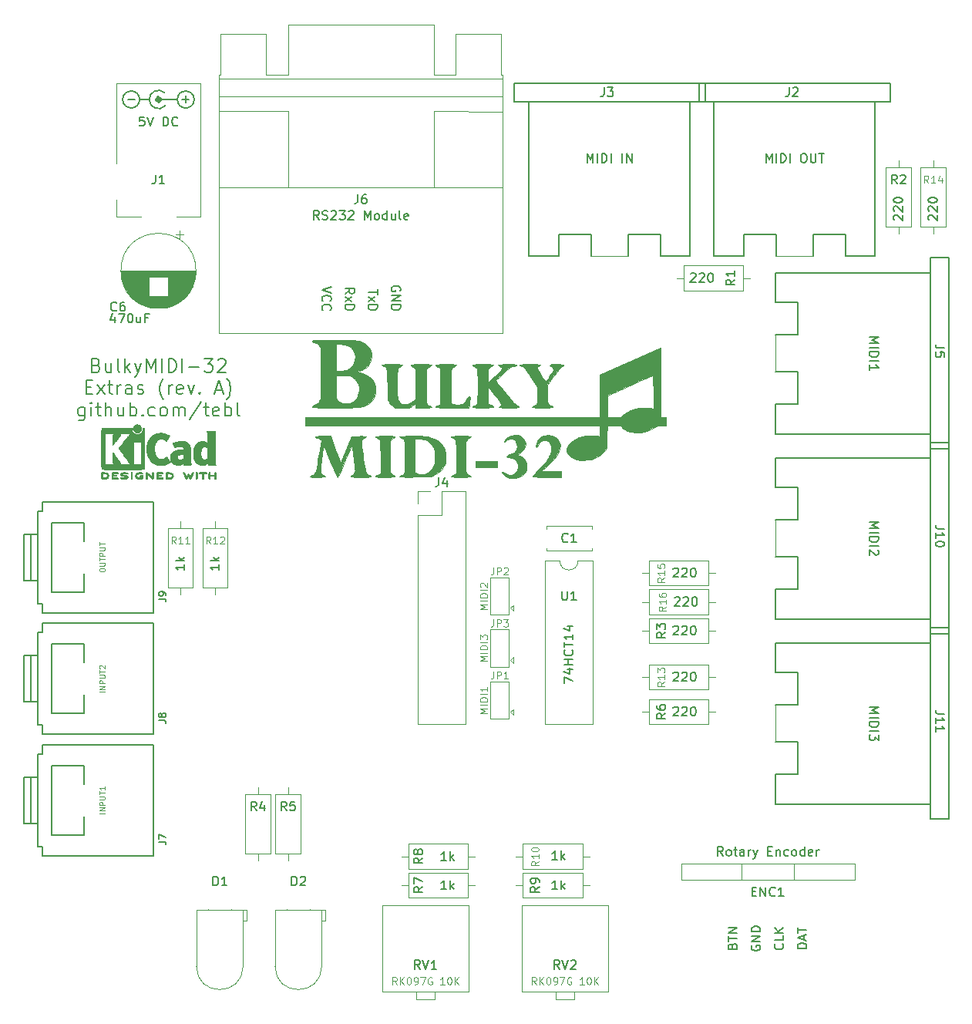
<source format=gto>
G04 #@! TF.GenerationSoftware,KiCad,Pcbnew,(5.1.8)-1*
G04 #@! TF.CreationDate,2022-02-18T00:17:41+01:00*
G04 #@! TF.ProjectId,BulkyMIDI-32 Extras,42756c6b-794d-4494-9449-2d3332204578,rev?*
G04 #@! TF.SameCoordinates,Original*
G04 #@! TF.FileFunction,Legend,Top*
G04 #@! TF.FilePolarity,Positive*
%FSLAX46Y46*%
G04 Gerber Fmt 4.6, Leading zero omitted, Abs format (unit mm)*
G04 Created by KiCad (PCBNEW (5.1.8)-1) date 2022-02-18 00:17:41*
%MOMM*%
%LPD*%
G01*
G04 APERTURE LIST*
%ADD10C,0.150000*%
%ADD11C,0.120000*%
%ADD12C,0.010000*%
%ADD13C,0.500000*%
%ADD14C,0.050000*%
%ADD15C,0.100000*%
G04 APERTURE END LIST*
D10*
X76363571Y-85757857D02*
X76577857Y-85829285D01*
X76649285Y-85900714D01*
X76720714Y-86043571D01*
X76720714Y-86257857D01*
X76649285Y-86400714D01*
X76577857Y-86472142D01*
X76435000Y-86543571D01*
X75863571Y-86543571D01*
X75863571Y-85043571D01*
X76363571Y-85043571D01*
X76506428Y-85115000D01*
X76577857Y-85186428D01*
X76649285Y-85329285D01*
X76649285Y-85472142D01*
X76577857Y-85615000D01*
X76506428Y-85686428D01*
X76363571Y-85757857D01*
X75863571Y-85757857D01*
X78006428Y-85543571D02*
X78006428Y-86543571D01*
X77363571Y-85543571D02*
X77363571Y-86329285D01*
X77435000Y-86472142D01*
X77577857Y-86543571D01*
X77792142Y-86543571D01*
X77935000Y-86472142D01*
X78006428Y-86400714D01*
X78935000Y-86543571D02*
X78792142Y-86472142D01*
X78720714Y-86329285D01*
X78720714Y-85043571D01*
X79506428Y-86543571D02*
X79506428Y-85043571D01*
X79649285Y-85972142D02*
X80077857Y-86543571D01*
X80077857Y-85543571D02*
X79506428Y-86115000D01*
X80577857Y-85543571D02*
X80935000Y-86543571D01*
X81292142Y-85543571D02*
X80935000Y-86543571D01*
X80792142Y-86900714D01*
X80720714Y-86972142D01*
X80577857Y-87043571D01*
X81863571Y-86543571D02*
X81863571Y-85043571D01*
X82363571Y-86115000D01*
X82863571Y-85043571D01*
X82863571Y-86543571D01*
X83577857Y-86543571D02*
X83577857Y-85043571D01*
X84292142Y-86543571D02*
X84292142Y-85043571D01*
X84649285Y-85043571D01*
X84863571Y-85115000D01*
X85006428Y-85257857D01*
X85077857Y-85400714D01*
X85149285Y-85686428D01*
X85149285Y-85900714D01*
X85077857Y-86186428D01*
X85006428Y-86329285D01*
X84863571Y-86472142D01*
X84649285Y-86543571D01*
X84292142Y-86543571D01*
X85792142Y-86543571D02*
X85792142Y-85043571D01*
X86506428Y-85972142D02*
X87649285Y-85972142D01*
X88220714Y-85043571D02*
X89149285Y-85043571D01*
X88649285Y-85615000D01*
X88863571Y-85615000D01*
X89006428Y-85686428D01*
X89077857Y-85757857D01*
X89149285Y-85900714D01*
X89149285Y-86257857D01*
X89077857Y-86400714D01*
X89006428Y-86472142D01*
X88863571Y-86543571D01*
X88435000Y-86543571D01*
X88292142Y-86472142D01*
X88220714Y-86400714D01*
X89720714Y-85186428D02*
X89792142Y-85115000D01*
X89935000Y-85043571D01*
X90292142Y-85043571D01*
X90435000Y-85115000D01*
X90506428Y-85186428D01*
X90577857Y-85329285D01*
X90577857Y-85472142D01*
X90506428Y-85686428D01*
X89649285Y-86543571D01*
X90577857Y-86543571D01*
X75256428Y-88157857D02*
X75756428Y-88157857D01*
X75970714Y-88943571D02*
X75256428Y-88943571D01*
X75256428Y-87443571D01*
X75970714Y-87443571D01*
X76470714Y-88943571D02*
X77256428Y-87943571D01*
X76470714Y-87943571D02*
X77256428Y-88943571D01*
X77613571Y-87943571D02*
X78185000Y-87943571D01*
X77827857Y-87443571D02*
X77827857Y-88729285D01*
X77899285Y-88872142D01*
X78042142Y-88943571D01*
X78185000Y-88943571D01*
X78685000Y-88943571D02*
X78685000Y-87943571D01*
X78685000Y-88229285D02*
X78756428Y-88086428D01*
X78827857Y-88015000D01*
X78970714Y-87943571D01*
X79113571Y-87943571D01*
X80256428Y-88943571D02*
X80256428Y-88157857D01*
X80185000Y-88015000D01*
X80042142Y-87943571D01*
X79756428Y-87943571D01*
X79613571Y-88015000D01*
X80256428Y-88872142D02*
X80113571Y-88943571D01*
X79756428Y-88943571D01*
X79613571Y-88872142D01*
X79542142Y-88729285D01*
X79542142Y-88586428D01*
X79613571Y-88443571D01*
X79756428Y-88372142D01*
X80113571Y-88372142D01*
X80256428Y-88300714D01*
X80899285Y-88872142D02*
X81042142Y-88943571D01*
X81327857Y-88943571D01*
X81470714Y-88872142D01*
X81542142Y-88729285D01*
X81542142Y-88657857D01*
X81470714Y-88515000D01*
X81327857Y-88443571D01*
X81113571Y-88443571D01*
X80970714Y-88372142D01*
X80899285Y-88229285D01*
X80899285Y-88157857D01*
X80970714Y-88015000D01*
X81113571Y-87943571D01*
X81327857Y-87943571D01*
X81470714Y-88015000D01*
X83756428Y-89515000D02*
X83685000Y-89443571D01*
X83542142Y-89229285D01*
X83470714Y-89086428D01*
X83399285Y-88872142D01*
X83327857Y-88515000D01*
X83327857Y-88229285D01*
X83399285Y-87872142D01*
X83470714Y-87657857D01*
X83542142Y-87515000D01*
X83685000Y-87300714D01*
X83756428Y-87229285D01*
X84327857Y-88943571D02*
X84327857Y-87943571D01*
X84327857Y-88229285D02*
X84399285Y-88086428D01*
X84470714Y-88015000D01*
X84613571Y-87943571D01*
X84756428Y-87943571D01*
X85827857Y-88872142D02*
X85685000Y-88943571D01*
X85399285Y-88943571D01*
X85256428Y-88872142D01*
X85185000Y-88729285D01*
X85185000Y-88157857D01*
X85256428Y-88015000D01*
X85399285Y-87943571D01*
X85685000Y-87943571D01*
X85827857Y-88015000D01*
X85899285Y-88157857D01*
X85899285Y-88300714D01*
X85185000Y-88443571D01*
X86399285Y-87943571D02*
X86756428Y-88943571D01*
X87113571Y-87943571D01*
X87685000Y-88800714D02*
X87756428Y-88872142D01*
X87685000Y-88943571D01*
X87613571Y-88872142D01*
X87685000Y-88800714D01*
X87685000Y-88943571D01*
X89470714Y-88515000D02*
X90185000Y-88515000D01*
X89327857Y-88943571D02*
X89827857Y-87443571D01*
X90327857Y-88943571D01*
X90685000Y-89515000D02*
X90756428Y-89443571D01*
X90899285Y-89229285D01*
X90970714Y-89086428D01*
X91042142Y-88872142D01*
X91113571Y-88515000D01*
X91113571Y-88229285D01*
X91042142Y-87872142D01*
X90970714Y-87657857D01*
X90899285Y-87515000D01*
X90756428Y-87300714D01*
X90685000Y-87229285D01*
X75077857Y-90343571D02*
X75077857Y-91557857D01*
X75006428Y-91700714D01*
X74935000Y-91772142D01*
X74792142Y-91843571D01*
X74577857Y-91843571D01*
X74435000Y-91772142D01*
X75077857Y-91272142D02*
X74935000Y-91343571D01*
X74649285Y-91343571D01*
X74506428Y-91272142D01*
X74435000Y-91200714D01*
X74363571Y-91057857D01*
X74363571Y-90629285D01*
X74435000Y-90486428D01*
X74506428Y-90415000D01*
X74649285Y-90343571D01*
X74935000Y-90343571D01*
X75077857Y-90415000D01*
X75792142Y-91343571D02*
X75792142Y-90343571D01*
X75792142Y-89843571D02*
X75720714Y-89915000D01*
X75792142Y-89986428D01*
X75863571Y-89915000D01*
X75792142Y-89843571D01*
X75792142Y-89986428D01*
X76292142Y-90343571D02*
X76863571Y-90343571D01*
X76506428Y-89843571D02*
X76506428Y-91129285D01*
X76577857Y-91272142D01*
X76720714Y-91343571D01*
X76863571Y-91343571D01*
X77363571Y-91343571D02*
X77363571Y-89843571D01*
X78006428Y-91343571D02*
X78006428Y-90557857D01*
X77935000Y-90415000D01*
X77792142Y-90343571D01*
X77577857Y-90343571D01*
X77435000Y-90415000D01*
X77363571Y-90486428D01*
X79363571Y-90343571D02*
X79363571Y-91343571D01*
X78720714Y-90343571D02*
X78720714Y-91129285D01*
X78792142Y-91272142D01*
X78935000Y-91343571D01*
X79149285Y-91343571D01*
X79292142Y-91272142D01*
X79363571Y-91200714D01*
X80077857Y-91343571D02*
X80077857Y-89843571D01*
X80077857Y-90415000D02*
X80220714Y-90343571D01*
X80506428Y-90343571D01*
X80649285Y-90415000D01*
X80720714Y-90486428D01*
X80792142Y-90629285D01*
X80792142Y-91057857D01*
X80720714Y-91200714D01*
X80649285Y-91272142D01*
X80506428Y-91343571D01*
X80220714Y-91343571D01*
X80077857Y-91272142D01*
X81435000Y-91200714D02*
X81506428Y-91272142D01*
X81435000Y-91343571D01*
X81363571Y-91272142D01*
X81435000Y-91200714D01*
X81435000Y-91343571D01*
X82792142Y-91272142D02*
X82649285Y-91343571D01*
X82363571Y-91343571D01*
X82220714Y-91272142D01*
X82149285Y-91200714D01*
X82077857Y-91057857D01*
X82077857Y-90629285D01*
X82149285Y-90486428D01*
X82220714Y-90415000D01*
X82363571Y-90343571D01*
X82649285Y-90343571D01*
X82792142Y-90415000D01*
X83649285Y-91343571D02*
X83506428Y-91272142D01*
X83435000Y-91200714D01*
X83363571Y-91057857D01*
X83363571Y-90629285D01*
X83435000Y-90486428D01*
X83506428Y-90415000D01*
X83649285Y-90343571D01*
X83863571Y-90343571D01*
X84006428Y-90415000D01*
X84077857Y-90486428D01*
X84149285Y-90629285D01*
X84149285Y-91057857D01*
X84077857Y-91200714D01*
X84006428Y-91272142D01*
X83863571Y-91343571D01*
X83649285Y-91343571D01*
X84792142Y-91343571D02*
X84792142Y-90343571D01*
X84792142Y-90486428D02*
X84863571Y-90415000D01*
X85006428Y-90343571D01*
X85220714Y-90343571D01*
X85363571Y-90415000D01*
X85435000Y-90557857D01*
X85435000Y-91343571D01*
X85435000Y-90557857D02*
X85506428Y-90415000D01*
X85649285Y-90343571D01*
X85863571Y-90343571D01*
X86006428Y-90415000D01*
X86077857Y-90557857D01*
X86077857Y-91343571D01*
X87863571Y-89772142D02*
X86577857Y-91700714D01*
X88149285Y-90343571D02*
X88720714Y-90343571D01*
X88363571Y-89843571D02*
X88363571Y-91129285D01*
X88435000Y-91272142D01*
X88577857Y-91343571D01*
X88720714Y-91343571D01*
X89792142Y-91272142D02*
X89649285Y-91343571D01*
X89363571Y-91343571D01*
X89220714Y-91272142D01*
X89149285Y-91129285D01*
X89149285Y-90557857D01*
X89220714Y-90415000D01*
X89363571Y-90343571D01*
X89649285Y-90343571D01*
X89792142Y-90415000D01*
X89863571Y-90557857D01*
X89863571Y-90700714D01*
X89149285Y-90843571D01*
X90506428Y-91343571D02*
X90506428Y-89843571D01*
X90506428Y-90415000D02*
X90649285Y-90343571D01*
X90935000Y-90343571D01*
X91077857Y-90415000D01*
X91149285Y-90486428D01*
X91220714Y-90629285D01*
X91220714Y-91057857D01*
X91149285Y-91200714D01*
X91077857Y-91272142D01*
X90935000Y-91343571D01*
X90649285Y-91343571D01*
X90506428Y-91272142D01*
X92077857Y-91343571D02*
X91935000Y-91272142D01*
X91863571Y-91129285D01*
X91863571Y-89843571D01*
X81613571Y-58507380D02*
X81137380Y-58507380D01*
X81089761Y-58983571D01*
X81137380Y-58935952D01*
X81232619Y-58888333D01*
X81470714Y-58888333D01*
X81565952Y-58935952D01*
X81613571Y-58983571D01*
X81661190Y-59078809D01*
X81661190Y-59316904D01*
X81613571Y-59412142D01*
X81565952Y-59459761D01*
X81470714Y-59507380D01*
X81232619Y-59507380D01*
X81137380Y-59459761D01*
X81089761Y-59412142D01*
X81946904Y-58507380D02*
X82280238Y-59507380D01*
X82613571Y-58507380D01*
X83708809Y-59507380D02*
X83708809Y-58507380D01*
X83946904Y-58507380D01*
X84089761Y-58555000D01*
X84185000Y-58650238D01*
X84232619Y-58745476D01*
X84280238Y-58935952D01*
X84280238Y-59078809D01*
X84232619Y-59269285D01*
X84185000Y-59364523D01*
X84089761Y-59459761D01*
X83946904Y-59507380D01*
X83708809Y-59507380D01*
X85280238Y-59412142D02*
X85232619Y-59459761D01*
X85089761Y-59507380D01*
X84994523Y-59507380D01*
X84851666Y-59459761D01*
X84756428Y-59364523D01*
X84708809Y-59269285D01*
X84661190Y-59078809D01*
X84661190Y-58935952D01*
X84708809Y-58745476D01*
X84756428Y-58650238D01*
X84851666Y-58555000D01*
X84994523Y-58507380D01*
X85089761Y-58507380D01*
X85232619Y-58555000D01*
X85280238Y-58602619D01*
D11*
X123088000Y-154566000D02*
X132588000Y-154566000D01*
X132588000Y-145066000D02*
X132588000Y-154566000D01*
X123088000Y-145066000D02*
X123088000Y-154566000D01*
X123088000Y-145066000D02*
X132588000Y-145066000D01*
X126838000Y-154566000D02*
X126838000Y-155366000D01*
X128838000Y-154566000D02*
X128838000Y-155366000D01*
X128838000Y-155366000D02*
X126838000Y-155366000D01*
X107772000Y-154566000D02*
X117272000Y-154566000D01*
X117272000Y-145066000D02*
X117272000Y-154566000D01*
X107772000Y-145066000D02*
X107772000Y-154566000D01*
X107772000Y-145066000D02*
X117272000Y-145066000D01*
X111522000Y-154566000D02*
X111522000Y-155366000D01*
X113522000Y-154566000D02*
X113522000Y-155366000D01*
X113522000Y-155366000D02*
X111522000Y-155366000D01*
X113410000Y-57880000D02*
X121010000Y-57912000D01*
X97410000Y-66280000D02*
X97410000Y-57880000D01*
X113410000Y-66280000D02*
X113410000Y-57880000D01*
X97410000Y-57880000D02*
X89810000Y-57880000D01*
X121010000Y-56280000D02*
X89810000Y-56280000D01*
X121010000Y-66280000D02*
X89810000Y-66280000D01*
X113410000Y-53880000D02*
X115810000Y-53880000D01*
X97410000Y-53880000D02*
X95010000Y-53880000D01*
X97410000Y-48380000D02*
X97410000Y-53880000D01*
X113410000Y-48380000D02*
X113410000Y-53880000D01*
X113410000Y-48380000D02*
X97410000Y-48380000D01*
X120810000Y-49380000D02*
X115810000Y-49380000D01*
X120810000Y-49380000D02*
X120810000Y-53880000D01*
X115810000Y-49380000D02*
X115810000Y-53880000D01*
X121010000Y-53880000D02*
X120810000Y-53880000D01*
X90010000Y-53880000D02*
X89810000Y-53880000D01*
X90010000Y-49380000D02*
X90010000Y-53880000D01*
X95010000Y-49380000D02*
X95010000Y-53880000D01*
X95010000Y-49380000D02*
X90010000Y-49380000D01*
X121010000Y-54280000D02*
X121010000Y-53880000D01*
X89810000Y-54280000D02*
X89810000Y-53880000D01*
X121010000Y-54280000D02*
X89810000Y-54280000D01*
X121010000Y-82280000D02*
X121010000Y-54280000D01*
X89810000Y-82280000D02*
X89810000Y-54280000D01*
X105410000Y-82280000D02*
X121010000Y-82280000D01*
X105410000Y-82280000D02*
X89810000Y-82280000D01*
D12*
G36*
X127265030Y-85663888D02*
G01*
X127486051Y-85672671D01*
X127618992Y-85690279D01*
X127683280Y-85719139D01*
X127698500Y-85756750D01*
X127650169Y-85840992D01*
X127608122Y-85852000D01*
X127488249Y-85891769D01*
X127331901Y-86015427D01*
X127133133Y-86229497D01*
X126886000Y-86540503D01*
X126584559Y-86954967D01*
X126522069Y-87043927D01*
X125920500Y-87904238D01*
X125920500Y-88913005D01*
X125921204Y-89292334D01*
X125925222Y-89566001D01*
X125935408Y-89755342D01*
X125954618Y-89881693D01*
X125985708Y-89966391D01*
X126031533Y-90030773D01*
X126076363Y-90077636D01*
X126219521Y-90184915D01*
X126354942Y-90233277D01*
X126362113Y-90233500D01*
X126467805Y-90272530D01*
X126492000Y-90328750D01*
X126475923Y-90363169D01*
X126416853Y-90388362D01*
X126298527Y-90405683D01*
X126104686Y-90416488D01*
X125819068Y-90422131D01*
X125425412Y-90423968D01*
X125349000Y-90424000D01*
X124935967Y-90422660D01*
X124633654Y-90417737D01*
X124425800Y-90407877D01*
X124296142Y-90391723D01*
X124228421Y-90367922D01*
X124206375Y-90335117D01*
X124206000Y-90328750D01*
X124259223Y-90251242D01*
X124335886Y-90233500D01*
X124468340Y-90190445D01*
X124613112Y-90085975D01*
X124621636Y-90077636D01*
X124684019Y-90009473D01*
X124727066Y-89935768D01*
X124754358Y-89832969D01*
X124769472Y-89677522D01*
X124775989Y-89445875D01*
X124777486Y-89114476D01*
X124777500Y-89051967D01*
X124777500Y-88182162D01*
X124102090Y-87141878D01*
X123824464Y-86720488D01*
X123600941Y-86397357D01*
X123421654Y-86161033D01*
X123276737Y-86000061D01*
X123156325Y-85902990D01*
X123050550Y-85858366D01*
X122990936Y-85852000D01*
X122892771Y-85809877D01*
X122872500Y-85756750D01*
X122888747Y-85721901D01*
X122948471Y-85696525D01*
X123068142Y-85679210D01*
X123264232Y-85668542D01*
X123553212Y-85663111D01*
X123951554Y-85661505D01*
X123983750Y-85661500D01*
X124393062Y-85663064D01*
X124691396Y-85668628D01*
X124894741Y-85679499D01*
X125019090Y-85696985D01*
X125080434Y-85722392D01*
X125095000Y-85752333D01*
X125040946Y-85831028D01*
X124952125Y-85863458D01*
X124836624Y-85907674D01*
X124792115Y-86004213D01*
X124821245Y-86162866D01*
X124926663Y-86393425D01*
X125111016Y-86705683D01*
X125229604Y-86889410D01*
X125421263Y-87175210D01*
X125558862Y-87365286D01*
X125653900Y-87472687D01*
X125717878Y-87510458D01*
X125761372Y-87492660D01*
X125879302Y-87347006D01*
X126024529Y-87141273D01*
X126179745Y-86903569D01*
X126327642Y-86662002D01*
X126450910Y-86444679D01*
X126532241Y-86279708D01*
X126555500Y-86203071D01*
X126508921Y-86054214D01*
X126398365Y-85920942D01*
X126267604Y-85853371D01*
X126248874Y-85851999D01*
X126182965Y-85800749D01*
X126174500Y-85756750D01*
X126193605Y-85715683D01*
X126263873Y-85688056D01*
X126404733Y-85671438D01*
X126635614Y-85663402D01*
X126936500Y-85661500D01*
X127265030Y-85663888D01*
G37*
X127265030Y-85663888D02*
X127486051Y-85672671D01*
X127618992Y-85690279D01*
X127683280Y-85719139D01*
X127698500Y-85756750D01*
X127650169Y-85840992D01*
X127608122Y-85852000D01*
X127488249Y-85891769D01*
X127331901Y-86015427D01*
X127133133Y-86229497D01*
X126886000Y-86540503D01*
X126584559Y-86954967D01*
X126522069Y-87043927D01*
X125920500Y-87904238D01*
X125920500Y-88913005D01*
X125921204Y-89292334D01*
X125925222Y-89566001D01*
X125935408Y-89755342D01*
X125954618Y-89881693D01*
X125985708Y-89966391D01*
X126031533Y-90030773D01*
X126076363Y-90077636D01*
X126219521Y-90184915D01*
X126354942Y-90233277D01*
X126362113Y-90233500D01*
X126467805Y-90272530D01*
X126492000Y-90328750D01*
X126475923Y-90363169D01*
X126416853Y-90388362D01*
X126298527Y-90405683D01*
X126104686Y-90416488D01*
X125819068Y-90422131D01*
X125425412Y-90423968D01*
X125349000Y-90424000D01*
X124935967Y-90422660D01*
X124633654Y-90417737D01*
X124425800Y-90407877D01*
X124296142Y-90391723D01*
X124228421Y-90367922D01*
X124206375Y-90335117D01*
X124206000Y-90328750D01*
X124259223Y-90251242D01*
X124335886Y-90233500D01*
X124468340Y-90190445D01*
X124613112Y-90085975D01*
X124621636Y-90077636D01*
X124684019Y-90009473D01*
X124727066Y-89935768D01*
X124754358Y-89832969D01*
X124769472Y-89677522D01*
X124775989Y-89445875D01*
X124777486Y-89114476D01*
X124777500Y-89051967D01*
X124777500Y-88182162D01*
X124102090Y-87141878D01*
X123824464Y-86720488D01*
X123600941Y-86397357D01*
X123421654Y-86161033D01*
X123276737Y-86000061D01*
X123156325Y-85902990D01*
X123050550Y-85858366D01*
X122990936Y-85852000D01*
X122892771Y-85809877D01*
X122872500Y-85756750D01*
X122888747Y-85721901D01*
X122948471Y-85696525D01*
X123068142Y-85679210D01*
X123264232Y-85668542D01*
X123553212Y-85663111D01*
X123951554Y-85661505D01*
X123983750Y-85661500D01*
X124393062Y-85663064D01*
X124691396Y-85668628D01*
X124894741Y-85679499D01*
X125019090Y-85696985D01*
X125080434Y-85722392D01*
X125095000Y-85752333D01*
X125040946Y-85831028D01*
X124952125Y-85863458D01*
X124836624Y-85907674D01*
X124792115Y-86004213D01*
X124821245Y-86162866D01*
X124926663Y-86393425D01*
X125111016Y-86705683D01*
X125229604Y-86889410D01*
X125421263Y-87175210D01*
X125558862Y-87365286D01*
X125653900Y-87472687D01*
X125717878Y-87510458D01*
X125761372Y-87492660D01*
X125879302Y-87347006D01*
X126024529Y-87141273D01*
X126179745Y-86903569D01*
X126327642Y-86662002D01*
X126450910Y-86444679D01*
X126532241Y-86279708D01*
X126555500Y-86203071D01*
X126508921Y-86054214D01*
X126398365Y-85920942D01*
X126267604Y-85853371D01*
X126248874Y-85851999D01*
X126182965Y-85800749D01*
X126174500Y-85756750D01*
X126193605Y-85715683D01*
X126263873Y-85688056D01*
X126404733Y-85671438D01*
X126635614Y-85663402D01*
X126936500Y-85661500D01*
X127265030Y-85663888D01*
G36*
X121862097Y-85663077D02*
G01*
X122138875Y-85668881D01*
X122322983Y-85680520D01*
X122431575Y-85699602D01*
X122481804Y-85727735D01*
X122491500Y-85756750D01*
X122436186Y-85833287D01*
X122330639Y-85852000D01*
X122190929Y-85866514D01*
X122038518Y-85915387D01*
X121862484Y-86006618D01*
X121651901Y-86148204D01*
X121395848Y-86348142D01*
X121083401Y-86614429D01*
X120703638Y-86955063D01*
X120245634Y-87378042D01*
X120243090Y-87380414D01*
X120255030Y-87439937D01*
X120338093Y-87577677D01*
X120494433Y-87796442D01*
X120726203Y-88099043D01*
X121035559Y-88488290D01*
X121424652Y-88966993D01*
X121895638Y-89537962D01*
X121910430Y-89555793D01*
X122163825Y-89843930D01*
X122384108Y-90060265D01*
X122555433Y-90189650D01*
X122593055Y-90208476D01*
X122737778Y-90277285D01*
X122797564Y-90330485D01*
X122765118Y-90369833D01*
X122633144Y-90397086D01*
X122394349Y-90413999D01*
X122041435Y-90422329D01*
X121697750Y-90424000D01*
X121276252Y-90421844D01*
X120968163Y-90414726D01*
X120759950Y-90401669D01*
X120638085Y-90381697D01*
X120589037Y-90353833D01*
X120586500Y-90343807D01*
X120638024Y-90258288D01*
X120725267Y-90200932D01*
X120841539Y-90127388D01*
X120884416Y-90073552D01*
X120852594Y-90006255D01*
X120751865Y-89857399D01*
X120594257Y-89643295D01*
X120391799Y-89380254D01*
X120156518Y-89084588D01*
X120140653Y-89064971D01*
X119376508Y-88121088D01*
X119411750Y-90011250D01*
X119679323Y-90138250D01*
X119851768Y-90227375D01*
X119942917Y-90296389D01*
X119945450Y-90347693D01*
X119852045Y-90383690D01*
X119655382Y-90406782D01*
X119348139Y-90419371D01*
X118922995Y-90423860D01*
X118808500Y-90424000D01*
X118392232Y-90422467D01*
X118087225Y-90417044D01*
X117877766Y-90406491D01*
X117748142Y-90389566D01*
X117682642Y-90365030D01*
X117665500Y-90333795D01*
X117720485Y-90258464D01*
X117853032Y-90202412D01*
X117855921Y-90201767D01*
X117959865Y-90175349D01*
X118042958Y-90137810D01*
X118107532Y-90075847D01*
X118155922Y-89976157D01*
X118190458Y-89825438D01*
X118213473Y-89610388D01*
X118227302Y-89317704D01*
X118234275Y-88934085D01*
X118236726Y-88446227D01*
X118237000Y-88028620D01*
X118236609Y-87492657D01*
X118234828Y-87069211D01*
X118230741Y-86743801D01*
X118223433Y-86501944D01*
X118211989Y-86329160D01*
X118195494Y-86210965D01*
X118173034Y-86132879D01*
X118143693Y-86080420D01*
X118111615Y-86044115D01*
X117955460Y-85932234D01*
X117825865Y-85878481D01*
X117705949Y-85818532D01*
X117665500Y-85749866D01*
X117686361Y-85717566D01*
X117759241Y-85693889D01*
X117899579Y-85677641D01*
X118122816Y-85667627D01*
X118444395Y-85662655D01*
X118808500Y-85661500D01*
X119232913Y-85663424D01*
X119544537Y-85669881D01*
X119757534Y-85681891D01*
X119886067Y-85700476D01*
X119944298Y-85726660D01*
X119951500Y-85743993D01*
X119897497Y-85817278D01*
X119764130Y-85893220D01*
X119729292Y-85906838D01*
X119563092Y-85992652D01*
X119449435Y-86096678D01*
X119441524Y-86109692D01*
X119415339Y-86224716D01*
X119398068Y-86438627D01*
X119391270Y-86723521D01*
X119393856Y-86961807D01*
X119411750Y-87691421D01*
X120161192Y-86985571D01*
X120471859Y-86687451D01*
X120691964Y-86458811D01*
X120827605Y-86286755D01*
X120884882Y-86158388D01*
X120869893Y-86060813D01*
X120788737Y-85981136D01*
X120667249Y-85915500D01*
X120530467Y-85831852D01*
X120462481Y-85750960D01*
X120460874Y-85740875D01*
X120492088Y-85709430D01*
X120596038Y-85686833D01*
X120786301Y-85672021D01*
X121076458Y-85663930D01*
X121475500Y-85661500D01*
X121862097Y-85663077D01*
G37*
X121862097Y-85663077D02*
X122138875Y-85668881D01*
X122322983Y-85680520D01*
X122431575Y-85699602D01*
X122481804Y-85727735D01*
X122491500Y-85756750D01*
X122436186Y-85833287D01*
X122330639Y-85852000D01*
X122190929Y-85866514D01*
X122038518Y-85915387D01*
X121862484Y-86006618D01*
X121651901Y-86148204D01*
X121395848Y-86348142D01*
X121083401Y-86614429D01*
X120703638Y-86955063D01*
X120245634Y-87378042D01*
X120243090Y-87380414D01*
X120255030Y-87439937D01*
X120338093Y-87577677D01*
X120494433Y-87796442D01*
X120726203Y-88099043D01*
X121035559Y-88488290D01*
X121424652Y-88966993D01*
X121895638Y-89537962D01*
X121910430Y-89555793D01*
X122163825Y-89843930D01*
X122384108Y-90060265D01*
X122555433Y-90189650D01*
X122593055Y-90208476D01*
X122737778Y-90277285D01*
X122797564Y-90330485D01*
X122765118Y-90369833D01*
X122633144Y-90397086D01*
X122394349Y-90413999D01*
X122041435Y-90422329D01*
X121697750Y-90424000D01*
X121276252Y-90421844D01*
X120968163Y-90414726D01*
X120759950Y-90401669D01*
X120638085Y-90381697D01*
X120589037Y-90353833D01*
X120586500Y-90343807D01*
X120638024Y-90258288D01*
X120725267Y-90200932D01*
X120841539Y-90127388D01*
X120884416Y-90073552D01*
X120852594Y-90006255D01*
X120751865Y-89857399D01*
X120594257Y-89643295D01*
X120391799Y-89380254D01*
X120156518Y-89084588D01*
X120140653Y-89064971D01*
X119376508Y-88121088D01*
X119411750Y-90011250D01*
X119679323Y-90138250D01*
X119851768Y-90227375D01*
X119942917Y-90296389D01*
X119945450Y-90347693D01*
X119852045Y-90383690D01*
X119655382Y-90406782D01*
X119348139Y-90419371D01*
X118922995Y-90423860D01*
X118808500Y-90424000D01*
X118392232Y-90422467D01*
X118087225Y-90417044D01*
X117877766Y-90406491D01*
X117748142Y-90389566D01*
X117682642Y-90365030D01*
X117665500Y-90333795D01*
X117720485Y-90258464D01*
X117853032Y-90202412D01*
X117855921Y-90201767D01*
X117959865Y-90175349D01*
X118042958Y-90137810D01*
X118107532Y-90075847D01*
X118155922Y-89976157D01*
X118190458Y-89825438D01*
X118213473Y-89610388D01*
X118227302Y-89317704D01*
X118234275Y-88934085D01*
X118236726Y-88446227D01*
X118237000Y-88028620D01*
X118236609Y-87492657D01*
X118234828Y-87069211D01*
X118230741Y-86743801D01*
X118223433Y-86501944D01*
X118211989Y-86329160D01*
X118195494Y-86210965D01*
X118173034Y-86132879D01*
X118143693Y-86080420D01*
X118111615Y-86044115D01*
X117955460Y-85932234D01*
X117825865Y-85878481D01*
X117705949Y-85818532D01*
X117665500Y-85749866D01*
X117686361Y-85717566D01*
X117759241Y-85693889D01*
X117899579Y-85677641D01*
X118122816Y-85667627D01*
X118444395Y-85662655D01*
X118808500Y-85661500D01*
X119232913Y-85663424D01*
X119544537Y-85669881D01*
X119757534Y-85681891D01*
X119886067Y-85700476D01*
X119944298Y-85726660D01*
X119951500Y-85743993D01*
X119897497Y-85817278D01*
X119764130Y-85893220D01*
X119729292Y-85906838D01*
X119563092Y-85992652D01*
X119449435Y-86096678D01*
X119441524Y-86109692D01*
X119415339Y-86224716D01*
X119398068Y-86438627D01*
X119391270Y-86723521D01*
X119393856Y-86961807D01*
X119411750Y-87691421D01*
X120161192Y-86985571D01*
X120471859Y-86687451D01*
X120691964Y-86458811D01*
X120827605Y-86286755D01*
X120884882Y-86158388D01*
X120869893Y-86060813D01*
X120788737Y-85981136D01*
X120667249Y-85915500D01*
X120530467Y-85831852D01*
X120462481Y-85750960D01*
X120460874Y-85740875D01*
X120492088Y-85709430D01*
X120596038Y-85686833D01*
X120786301Y-85672021D01*
X121076458Y-85663930D01*
X121475500Y-85661500D01*
X121862097Y-85663077D01*
G36*
X115162284Y-85663112D02*
G01*
X115468541Y-85668747D01*
X115678712Y-85679596D01*
X115808238Y-85696855D01*
X115872559Y-85721716D01*
X115887500Y-85749866D01*
X115833325Y-85829540D01*
X115727134Y-85878481D01*
X115556799Y-85955848D01*
X115441384Y-86044115D01*
X115405356Y-86085906D01*
X115376968Y-86140600D01*
X115355315Y-86222631D01*
X115339488Y-86346437D01*
X115328581Y-86526452D01*
X115321686Y-86777112D01*
X115317896Y-87112852D01*
X115316303Y-87548109D01*
X115316000Y-88039149D01*
X115316194Y-88574909D01*
X115317459Y-88997902D01*
X115320815Y-89322360D01*
X115327281Y-89562516D01*
X115337879Y-89732603D01*
X115353628Y-89846853D01*
X115375550Y-89919499D01*
X115404664Y-89964774D01*
X115441990Y-89996910D01*
X115457129Y-90007649D01*
X115627250Y-90072238D01*
X115873996Y-90102529D01*
X116151632Y-90098233D01*
X116414422Y-90059067D01*
X116556209Y-90014523D01*
X116740393Y-89892826D01*
X116927056Y-89673396D01*
X117014544Y-89541144D01*
X117177022Y-89300234D01*
X117292661Y-89176420D01*
X117364623Y-89170059D01*
X117396075Y-89281506D01*
X117390180Y-89511116D01*
X117383681Y-89582625D01*
X117355975Y-89838883D01*
X117326728Y-90074769D01*
X117305716Y-90217625D01*
X117270366Y-90424000D01*
X115435933Y-90424000D01*
X114895321Y-90423167D01*
X114469036Y-90420256D01*
X114144411Y-90414643D01*
X113908779Y-90405704D01*
X113749476Y-90392818D01*
X113653836Y-90375361D01*
X113609192Y-90352711D01*
X113601500Y-90333795D01*
X113656364Y-90257628D01*
X113785415Y-90203196D01*
X113891463Y-90178158D01*
X113976254Y-90145810D01*
X114042030Y-90092927D01*
X114091033Y-90006287D01*
X114125504Y-89872664D01*
X114147686Y-89678836D01*
X114159819Y-89411578D01*
X114164147Y-89057667D01*
X114162909Y-88603878D01*
X114158349Y-88036988D01*
X114158070Y-88004954D01*
X114141250Y-86074250D01*
X113873676Y-85947250D01*
X113701231Y-85858124D01*
X113610082Y-85789110D01*
X113607549Y-85737806D01*
X113700954Y-85701809D01*
X113897617Y-85678717D01*
X114204860Y-85666128D01*
X114630004Y-85661639D01*
X114744500Y-85661500D01*
X115162284Y-85663112D01*
G37*
X115162284Y-85663112D02*
X115468541Y-85668747D01*
X115678712Y-85679596D01*
X115808238Y-85696855D01*
X115872559Y-85721716D01*
X115887500Y-85749866D01*
X115833325Y-85829540D01*
X115727134Y-85878481D01*
X115556799Y-85955848D01*
X115441384Y-86044115D01*
X115405356Y-86085906D01*
X115376968Y-86140600D01*
X115355315Y-86222631D01*
X115339488Y-86346437D01*
X115328581Y-86526452D01*
X115321686Y-86777112D01*
X115317896Y-87112852D01*
X115316303Y-87548109D01*
X115316000Y-88039149D01*
X115316194Y-88574909D01*
X115317459Y-88997902D01*
X115320815Y-89322360D01*
X115327281Y-89562516D01*
X115337879Y-89732603D01*
X115353628Y-89846853D01*
X115375550Y-89919499D01*
X115404664Y-89964774D01*
X115441990Y-89996910D01*
X115457129Y-90007649D01*
X115627250Y-90072238D01*
X115873996Y-90102529D01*
X116151632Y-90098233D01*
X116414422Y-90059067D01*
X116556209Y-90014523D01*
X116740393Y-89892826D01*
X116927056Y-89673396D01*
X117014544Y-89541144D01*
X117177022Y-89300234D01*
X117292661Y-89176420D01*
X117364623Y-89170059D01*
X117396075Y-89281506D01*
X117390180Y-89511116D01*
X117383681Y-89582625D01*
X117355975Y-89838883D01*
X117326728Y-90074769D01*
X117305716Y-90217625D01*
X117270366Y-90424000D01*
X115435933Y-90424000D01*
X114895321Y-90423167D01*
X114469036Y-90420256D01*
X114144411Y-90414643D01*
X113908779Y-90405704D01*
X113749476Y-90392818D01*
X113653836Y-90375361D01*
X113609192Y-90352711D01*
X113601500Y-90333795D01*
X113656364Y-90257628D01*
X113785415Y-90203196D01*
X113891463Y-90178158D01*
X113976254Y-90145810D01*
X114042030Y-90092927D01*
X114091033Y-90006287D01*
X114125504Y-89872664D01*
X114147686Y-89678836D01*
X114159819Y-89411578D01*
X114164147Y-89057667D01*
X114162909Y-88603878D01*
X114158349Y-88036988D01*
X114158070Y-88004954D01*
X114141250Y-86074250D01*
X113873676Y-85947250D01*
X113701231Y-85858124D01*
X113610082Y-85789110D01*
X113607549Y-85737806D01*
X113700954Y-85701809D01*
X113897617Y-85678717D01*
X114204860Y-85666128D01*
X114630004Y-85661639D01*
X114744500Y-85661500D01*
X115162284Y-85663112D01*
G36*
X101627395Y-83000542D02*
G01*
X102186165Y-83004412D01*
X102568375Y-83007382D01*
X103196937Y-83012510D01*
X103712023Y-83017547D01*
X104127154Y-83023302D01*
X104455850Y-83030586D01*
X104711631Y-83040207D01*
X104908019Y-83052975D01*
X105058534Y-83069700D01*
X105176697Y-83091190D01*
X105276028Y-83118256D01*
X105370048Y-83151707D01*
X105439781Y-83179290D01*
X105817471Y-83380055D01*
X106143202Y-83648044D01*
X106392896Y-83958538D01*
X106542476Y-84286815D01*
X106551156Y-84320314D01*
X106604988Y-84783254D01*
X106538387Y-85210210D01*
X106354106Y-85596087D01*
X106054898Y-85935789D01*
X105643517Y-86224222D01*
X105475334Y-86311262D01*
X105060750Y-86509609D01*
X105346500Y-86583225D01*
X105853671Y-86760027D01*
X106290641Y-87005890D01*
X106639833Y-87308569D01*
X106882142Y-87652821D01*
X106962926Y-87866651D01*
X107025301Y-88130410D01*
X107044774Y-88272537D01*
X107032112Y-88767783D01*
X106904602Y-89215679D01*
X106668337Y-89607631D01*
X106329410Y-89935043D01*
X105893917Y-90189321D01*
X105609686Y-90296707D01*
X105501526Y-90328613D01*
X105389982Y-90354715D01*
X105261573Y-90375592D01*
X105102815Y-90391822D01*
X104900224Y-90403984D01*
X104640317Y-90412654D01*
X104309611Y-90418412D01*
X103894623Y-90421836D01*
X103381870Y-90423503D01*
X102757868Y-90423992D01*
X102641061Y-90424000D01*
X102003016Y-90423784D01*
X101480465Y-90422783D01*
X101061903Y-90420463D01*
X100735825Y-90416291D01*
X100490725Y-90409736D01*
X100315098Y-90400265D01*
X100197438Y-90387344D01*
X100126239Y-90370442D01*
X100089998Y-90349025D01*
X100077207Y-90322561D01*
X100076000Y-90305252D01*
X100117735Y-90213459D01*
X100256612Y-90139407D01*
X100357295Y-90107747D01*
X100649721Y-89988594D01*
X100842767Y-89813085D01*
X100958956Y-89560477D01*
X100961546Y-89551288D01*
X100978356Y-89425738D01*
X100992750Y-89190116D01*
X101004730Y-88861327D01*
X101014301Y-88456276D01*
X101021463Y-87991868D01*
X101026219Y-87485009D01*
X101028571Y-86952603D01*
X101028564Y-86868000D01*
X102668211Y-86868000D01*
X102689730Y-88165221D01*
X102697906Y-88606746D01*
X102707078Y-88939871D01*
X102719191Y-89183192D01*
X102736192Y-89355305D01*
X102760025Y-89474805D01*
X102792638Y-89560289D01*
X102835974Y-89630353D01*
X102844197Y-89641596D01*
X103047364Y-89816550D01*
X103335000Y-89930729D01*
X103676981Y-89978108D01*
X104043183Y-89952661D01*
X104210969Y-89914981D01*
X104587394Y-89750862D01*
X104879115Y-89493991D01*
X105082023Y-89149770D01*
X105192006Y-88723601D01*
X105204092Y-88610055D01*
X105203358Y-88171239D01*
X105117455Y-87807201D01*
X104937650Y-87491296D01*
X104778237Y-87310956D01*
X104573570Y-87131287D01*
X104361737Y-87005794D01*
X104114347Y-86925869D01*
X103803010Y-86882902D01*
X103399332Y-86868285D01*
X103317363Y-86868000D01*
X102668211Y-86868000D01*
X101028564Y-86868000D01*
X101028522Y-86411554D01*
X101028286Y-86360000D01*
X102679500Y-86360000D01*
X103139875Y-86359645D01*
X103410429Y-86349873D01*
X103666737Y-86324681D01*
X103842869Y-86291920D01*
X104168179Y-86138642D01*
X104436747Y-85886253D01*
X104635306Y-85554969D01*
X104750590Y-85165006D01*
X104774645Y-84872099D01*
X104726221Y-84434486D01*
X104581552Y-84078196D01*
X104339579Y-83802250D01*
X103999239Y-83605671D01*
X103559474Y-83487480D01*
X103236254Y-83453129D01*
X102679500Y-83421384D01*
X102679500Y-86360000D01*
X101028286Y-86360000D01*
X101026074Y-85878770D01*
X101021230Y-85371153D01*
X101013991Y-84905610D01*
X101004361Y-84499045D01*
X100992341Y-84168363D01*
X100977934Y-83930470D01*
X100961142Y-83802270D01*
X100960749Y-83800821D01*
X100830864Y-83561259D01*
X100599536Y-83381170D01*
X100283526Y-83273585D01*
X100282375Y-83273367D01*
X100127840Y-83218294D01*
X100076325Y-83122298D01*
X100076000Y-83111040D01*
X100079563Y-83080008D01*
X100098050Y-83054800D01*
X100143151Y-83034929D01*
X100226557Y-83019908D01*
X100359962Y-83009251D01*
X100555056Y-83002472D01*
X100823532Y-82999085D01*
X101177081Y-82998604D01*
X101627395Y-83000542D01*
G37*
X101627395Y-83000542D02*
X102186165Y-83004412D01*
X102568375Y-83007382D01*
X103196937Y-83012510D01*
X103712023Y-83017547D01*
X104127154Y-83023302D01*
X104455850Y-83030586D01*
X104711631Y-83040207D01*
X104908019Y-83052975D01*
X105058534Y-83069700D01*
X105176697Y-83091190D01*
X105276028Y-83118256D01*
X105370048Y-83151707D01*
X105439781Y-83179290D01*
X105817471Y-83380055D01*
X106143202Y-83648044D01*
X106392896Y-83958538D01*
X106542476Y-84286815D01*
X106551156Y-84320314D01*
X106604988Y-84783254D01*
X106538387Y-85210210D01*
X106354106Y-85596087D01*
X106054898Y-85935789D01*
X105643517Y-86224222D01*
X105475334Y-86311262D01*
X105060750Y-86509609D01*
X105346500Y-86583225D01*
X105853671Y-86760027D01*
X106290641Y-87005890D01*
X106639833Y-87308569D01*
X106882142Y-87652821D01*
X106962926Y-87866651D01*
X107025301Y-88130410D01*
X107044774Y-88272537D01*
X107032112Y-88767783D01*
X106904602Y-89215679D01*
X106668337Y-89607631D01*
X106329410Y-89935043D01*
X105893917Y-90189321D01*
X105609686Y-90296707D01*
X105501526Y-90328613D01*
X105389982Y-90354715D01*
X105261573Y-90375592D01*
X105102815Y-90391822D01*
X104900224Y-90403984D01*
X104640317Y-90412654D01*
X104309611Y-90418412D01*
X103894623Y-90421836D01*
X103381870Y-90423503D01*
X102757868Y-90423992D01*
X102641061Y-90424000D01*
X102003016Y-90423784D01*
X101480465Y-90422783D01*
X101061903Y-90420463D01*
X100735825Y-90416291D01*
X100490725Y-90409736D01*
X100315098Y-90400265D01*
X100197438Y-90387344D01*
X100126239Y-90370442D01*
X100089998Y-90349025D01*
X100077207Y-90322561D01*
X100076000Y-90305252D01*
X100117735Y-90213459D01*
X100256612Y-90139407D01*
X100357295Y-90107747D01*
X100649721Y-89988594D01*
X100842767Y-89813085D01*
X100958956Y-89560477D01*
X100961546Y-89551288D01*
X100978356Y-89425738D01*
X100992750Y-89190116D01*
X101004730Y-88861327D01*
X101014301Y-88456276D01*
X101021463Y-87991868D01*
X101026219Y-87485009D01*
X101028571Y-86952603D01*
X101028564Y-86868000D01*
X102668211Y-86868000D01*
X102689730Y-88165221D01*
X102697906Y-88606746D01*
X102707078Y-88939871D01*
X102719191Y-89183192D01*
X102736192Y-89355305D01*
X102760025Y-89474805D01*
X102792638Y-89560289D01*
X102835974Y-89630353D01*
X102844197Y-89641596D01*
X103047364Y-89816550D01*
X103335000Y-89930729D01*
X103676981Y-89978108D01*
X104043183Y-89952661D01*
X104210969Y-89914981D01*
X104587394Y-89750862D01*
X104879115Y-89493991D01*
X105082023Y-89149770D01*
X105192006Y-88723601D01*
X105204092Y-88610055D01*
X105203358Y-88171239D01*
X105117455Y-87807201D01*
X104937650Y-87491296D01*
X104778237Y-87310956D01*
X104573570Y-87131287D01*
X104361737Y-87005794D01*
X104114347Y-86925869D01*
X103803010Y-86882902D01*
X103399332Y-86868285D01*
X103317363Y-86868000D01*
X102668211Y-86868000D01*
X101028564Y-86868000D01*
X101028522Y-86411554D01*
X101028286Y-86360000D01*
X102679500Y-86360000D01*
X103139875Y-86359645D01*
X103410429Y-86349873D01*
X103666737Y-86324681D01*
X103842869Y-86291920D01*
X104168179Y-86138642D01*
X104436747Y-85886253D01*
X104635306Y-85554969D01*
X104750590Y-85165006D01*
X104774645Y-84872099D01*
X104726221Y-84434486D01*
X104581552Y-84078196D01*
X104339579Y-83802250D01*
X103999239Y-83605671D01*
X103559474Y-83487480D01*
X103236254Y-83453129D01*
X102679500Y-83421384D01*
X102679500Y-86360000D01*
X101028286Y-86360000D01*
X101026074Y-85878770D01*
X101021230Y-85371153D01*
X101013991Y-84905610D01*
X101004361Y-84499045D01*
X100992341Y-84168363D01*
X100977934Y-83930470D01*
X100961142Y-83802270D01*
X100960749Y-83800821D01*
X100830864Y-83561259D01*
X100599536Y-83381170D01*
X100283526Y-83273585D01*
X100282375Y-83273367D01*
X100127840Y-83218294D01*
X100076325Y-83122298D01*
X100076000Y-83111040D01*
X100079563Y-83080008D01*
X100098050Y-83054800D01*
X100143151Y-83034929D01*
X100226557Y-83019908D01*
X100359962Y-83009251D01*
X100555056Y-83002472D01*
X100823532Y-82999085D01*
X101177081Y-82998604D01*
X101627395Y-83000542D01*
G36*
X112431784Y-85663112D02*
G01*
X112738041Y-85668747D01*
X112948212Y-85679596D01*
X113077738Y-85696855D01*
X113142059Y-85721716D01*
X113157000Y-85749866D01*
X113102825Y-85829540D01*
X112996634Y-85878481D01*
X112826299Y-85955848D01*
X112710884Y-86044115D01*
X112675075Y-86085623D01*
X112646810Y-86139943D01*
X112625199Y-86221401D01*
X112609354Y-86344322D01*
X112598385Y-86523031D01*
X112591405Y-86771855D01*
X112587523Y-87105119D01*
X112585851Y-87537148D01*
X112585500Y-88064658D01*
X112585663Y-88626629D01*
X112587826Y-89075136D01*
X112594502Y-89423715D01*
X112608201Y-89685900D01*
X112631435Y-89875227D01*
X112666714Y-90005232D01*
X112716550Y-90089448D01*
X112783456Y-90141412D01*
X112869941Y-90174660D01*
X112978517Y-90202725D01*
X112982375Y-90203686D01*
X113108814Y-90262813D01*
X113157000Y-90335633D01*
X113133797Y-90372315D01*
X113052615Y-90397702D01*
X112896087Y-90413585D01*
X112646850Y-90421754D01*
X112299750Y-90424000D01*
X111442500Y-90424000D01*
X111442500Y-89911885D01*
X111082575Y-90183817D01*
X110722650Y-90455750D01*
X110018950Y-90470297D01*
X109716487Y-90470456D01*
X109447335Y-90459537D01*
X109245255Y-90439542D01*
X109156500Y-90419177D01*
X109011337Y-90333907D01*
X108839858Y-90199864D01*
X108785957Y-90150629D01*
X108665694Y-90032750D01*
X108570623Y-89924794D01*
X108497460Y-89810331D01*
X108442921Y-89672932D01*
X108403722Y-89496169D01*
X108376578Y-89263611D01*
X108358205Y-88958830D01*
X108345318Y-88565396D01*
X108334635Y-88066880D01*
X108331000Y-87874745D01*
X108320092Y-87333724D01*
X108307847Y-86905636D01*
X108291084Y-86576429D01*
X108266621Y-86332049D01*
X108231275Y-86158444D01*
X108181867Y-86041561D01*
X108115213Y-85967346D01*
X108028134Y-85921747D01*
X107917446Y-85890710D01*
X107879915Y-85882303D01*
X107749190Y-85826682D01*
X107696000Y-85751704D01*
X107715413Y-85718853D01*
X107784128Y-85694782D01*
X107917858Y-85678251D01*
X108132314Y-85668022D01*
X108443208Y-85662852D01*
X108839000Y-85661500D01*
X109256784Y-85663112D01*
X109563041Y-85668747D01*
X109773212Y-85679596D01*
X109902738Y-85696855D01*
X109967059Y-85721716D01*
X109982000Y-85749866D01*
X109927825Y-85829540D01*
X109821634Y-85878481D01*
X109651299Y-85955848D01*
X109535884Y-86044115D01*
X109497514Y-86088959D01*
X109467868Y-86147702D01*
X109445828Y-86235979D01*
X109430273Y-86369422D01*
X109420084Y-86563666D01*
X109414142Y-86834344D01*
X109411327Y-87197090D01*
X109410519Y-87667537D01*
X109410500Y-87795028D01*
X109411593Y-88309104D01*
X109415476Y-88712259D01*
X109423053Y-89020554D01*
X109435227Y-89250054D01*
X109452904Y-89416822D01*
X109476987Y-89536921D01*
X109508381Y-89626416D01*
X109514312Y-89639325D01*
X109685374Y-89866314D01*
X109927641Y-90005675D01*
X110220115Y-90057108D01*
X110541791Y-90020318D01*
X110871670Y-89895005D01*
X111188749Y-89680871D01*
X111208993Y-89663365D01*
X111442500Y-89458343D01*
X111442500Y-87813921D01*
X111442011Y-87312811D01*
X111439811Y-86923169D01*
X111434799Y-86629464D01*
X111425876Y-86416168D01*
X111411941Y-86267748D01*
X111391893Y-86168676D01*
X111364634Y-86103420D01*
X111329061Y-86056451D01*
X111317115Y-86044115D01*
X111160960Y-85932234D01*
X111031365Y-85878481D01*
X110911449Y-85818532D01*
X110871000Y-85749866D01*
X110891861Y-85717566D01*
X110964741Y-85693889D01*
X111105079Y-85677641D01*
X111328316Y-85667627D01*
X111649895Y-85662655D01*
X112014000Y-85661500D01*
X112431784Y-85663112D01*
G37*
X112431784Y-85663112D02*
X112738041Y-85668747D01*
X112948212Y-85679596D01*
X113077738Y-85696855D01*
X113142059Y-85721716D01*
X113157000Y-85749866D01*
X113102825Y-85829540D01*
X112996634Y-85878481D01*
X112826299Y-85955848D01*
X112710884Y-86044115D01*
X112675075Y-86085623D01*
X112646810Y-86139943D01*
X112625199Y-86221401D01*
X112609354Y-86344322D01*
X112598385Y-86523031D01*
X112591405Y-86771855D01*
X112587523Y-87105119D01*
X112585851Y-87537148D01*
X112585500Y-88064658D01*
X112585663Y-88626629D01*
X112587826Y-89075136D01*
X112594502Y-89423715D01*
X112608201Y-89685900D01*
X112631435Y-89875227D01*
X112666714Y-90005232D01*
X112716550Y-90089448D01*
X112783456Y-90141412D01*
X112869941Y-90174660D01*
X112978517Y-90202725D01*
X112982375Y-90203686D01*
X113108814Y-90262813D01*
X113157000Y-90335633D01*
X113133797Y-90372315D01*
X113052615Y-90397702D01*
X112896087Y-90413585D01*
X112646850Y-90421754D01*
X112299750Y-90424000D01*
X111442500Y-90424000D01*
X111442500Y-89911885D01*
X111082575Y-90183817D01*
X110722650Y-90455750D01*
X110018950Y-90470297D01*
X109716487Y-90470456D01*
X109447335Y-90459537D01*
X109245255Y-90439542D01*
X109156500Y-90419177D01*
X109011337Y-90333907D01*
X108839858Y-90199864D01*
X108785957Y-90150629D01*
X108665694Y-90032750D01*
X108570623Y-89924794D01*
X108497460Y-89810331D01*
X108442921Y-89672932D01*
X108403722Y-89496169D01*
X108376578Y-89263611D01*
X108358205Y-88958830D01*
X108345318Y-88565396D01*
X108334635Y-88066880D01*
X108331000Y-87874745D01*
X108320092Y-87333724D01*
X108307847Y-86905636D01*
X108291084Y-86576429D01*
X108266621Y-86332049D01*
X108231275Y-86158444D01*
X108181867Y-86041561D01*
X108115213Y-85967346D01*
X108028134Y-85921747D01*
X107917446Y-85890710D01*
X107879915Y-85882303D01*
X107749190Y-85826682D01*
X107696000Y-85751704D01*
X107715413Y-85718853D01*
X107784128Y-85694782D01*
X107917858Y-85678251D01*
X108132314Y-85668022D01*
X108443208Y-85662852D01*
X108839000Y-85661500D01*
X109256784Y-85663112D01*
X109563041Y-85668747D01*
X109773212Y-85679596D01*
X109902738Y-85696855D01*
X109967059Y-85721716D01*
X109982000Y-85749866D01*
X109927825Y-85829540D01*
X109821634Y-85878481D01*
X109651299Y-85955848D01*
X109535884Y-86044115D01*
X109497514Y-86088959D01*
X109467868Y-86147702D01*
X109445828Y-86235979D01*
X109430273Y-86369422D01*
X109420084Y-86563666D01*
X109414142Y-86834344D01*
X109411327Y-87197090D01*
X109410519Y-87667537D01*
X109410500Y-87795028D01*
X109411593Y-88309104D01*
X109415476Y-88712259D01*
X109423053Y-89020554D01*
X109435227Y-89250054D01*
X109452904Y-89416822D01*
X109476987Y-89536921D01*
X109508381Y-89626416D01*
X109514312Y-89639325D01*
X109685374Y-89866314D01*
X109927641Y-90005675D01*
X110220115Y-90057108D01*
X110541791Y-90020318D01*
X110871670Y-89895005D01*
X111188749Y-89680871D01*
X111208993Y-89663365D01*
X111442500Y-89458343D01*
X111442500Y-87813921D01*
X111442011Y-87312811D01*
X111439811Y-86923169D01*
X111434799Y-86629464D01*
X111425876Y-86416168D01*
X111411941Y-86267748D01*
X111391893Y-86168676D01*
X111364634Y-86103420D01*
X111329061Y-86056451D01*
X111317115Y-86044115D01*
X111160960Y-85932234D01*
X111031365Y-85878481D01*
X110911449Y-85818532D01*
X110871000Y-85749866D01*
X110891861Y-85717566D01*
X110964741Y-85693889D01*
X111105079Y-85677641D01*
X111328316Y-85667627D01*
X111649895Y-85662655D01*
X112014000Y-85661500D01*
X112431784Y-85663112D01*
G36*
X138351116Y-87670038D02*
G01*
X138367483Y-91503500D01*
X138938000Y-91503500D01*
X138938000Y-92392500D01*
X138425763Y-92392500D01*
X138155429Y-92397526D01*
X137973433Y-92418169D01*
X137841319Y-92462776D01*
X137720632Y-92539694D01*
X137709762Y-92547918D01*
X137362292Y-92764871D01*
X136939414Y-92955496D01*
X136492602Y-93098991D01*
X136195343Y-93159933D01*
X135606995Y-93190883D01*
X135035634Y-93112499D01*
X134605688Y-92970788D01*
X134414561Y-92867519D01*
X134227166Y-92732975D01*
X134075658Y-92594275D01*
X133992197Y-92478539D01*
X133985000Y-92447340D01*
X133925607Y-92426121D01*
X133763829Y-92408722D01*
X133524263Y-92396922D01*
X133231507Y-92392501D01*
X133226773Y-92392500D01*
X132468547Y-92392500D01*
X132448898Y-93614875D01*
X132429250Y-94837250D01*
X132245735Y-95107807D01*
X132033433Y-95348064D01*
X131730957Y-95593059D01*
X131371923Y-95819152D01*
X130989944Y-96002701D01*
X130951956Y-96017737D01*
X130665542Y-96097201D01*
X130302021Y-96153402D01*
X129907807Y-96183293D01*
X129529315Y-96183828D01*
X129212958Y-96151960D01*
X129141061Y-96136622D01*
X128737986Y-95992917D01*
X128410945Y-95788694D01*
X128173815Y-95537225D01*
X128040471Y-95251780D01*
X128016000Y-95060613D01*
X128077692Y-94732860D01*
X128256207Y-94422743D01*
X128541704Y-94138672D01*
X128924340Y-93889060D01*
X129394276Y-93682317D01*
X129759716Y-93570242D01*
X130037069Y-93519022D01*
X130376529Y-93486572D01*
X130735802Y-93473886D01*
X131072596Y-93481955D01*
X131344615Y-93511771D01*
X131429544Y-93531067D01*
X131635500Y-93590134D01*
X131635500Y-92392500D01*
X99314000Y-92392500D01*
X99314000Y-91503500D01*
X131633954Y-91503500D01*
X132458257Y-91503500D01*
X133985000Y-91503500D01*
X134232794Y-91255705D01*
X134591315Y-90974141D01*
X135040584Y-90742299D01*
X135550864Y-90569749D01*
X136092418Y-90466063D01*
X136635507Y-90440812D01*
X136747250Y-90446389D01*
X137007423Y-90468099D01*
X137233246Y-90494050D01*
X137382380Y-90519234D01*
X137398125Y-90523391D01*
X137541000Y-90565812D01*
X137541000Y-88716906D01*
X137539432Y-88247199D01*
X137535000Y-87821594D01*
X137528108Y-87455820D01*
X137519164Y-87165605D01*
X137508571Y-86966678D01*
X137496736Y-86874765D01*
X137493375Y-86870337D01*
X137427046Y-86895835D01*
X137256926Y-86967759D01*
X136995202Y-87080782D01*
X136654060Y-87229579D01*
X136245687Y-87408823D01*
X135782269Y-87613187D01*
X135275992Y-87837346D01*
X134969250Y-87973559D01*
X132492750Y-89074442D01*
X132475503Y-90288971D01*
X132458257Y-91503500D01*
X131633954Y-91503500D01*
X131667250Y-86773432D01*
X138334750Y-83836576D01*
X138351116Y-87670038D01*
G37*
X138351116Y-87670038D02*
X138367483Y-91503500D01*
X138938000Y-91503500D01*
X138938000Y-92392500D01*
X138425763Y-92392500D01*
X138155429Y-92397526D01*
X137973433Y-92418169D01*
X137841319Y-92462776D01*
X137720632Y-92539694D01*
X137709762Y-92547918D01*
X137362292Y-92764871D01*
X136939414Y-92955496D01*
X136492602Y-93098991D01*
X136195343Y-93159933D01*
X135606995Y-93190883D01*
X135035634Y-93112499D01*
X134605688Y-92970788D01*
X134414561Y-92867519D01*
X134227166Y-92732975D01*
X134075658Y-92594275D01*
X133992197Y-92478539D01*
X133985000Y-92447340D01*
X133925607Y-92426121D01*
X133763829Y-92408722D01*
X133524263Y-92396922D01*
X133231507Y-92392501D01*
X133226773Y-92392500D01*
X132468547Y-92392500D01*
X132448898Y-93614875D01*
X132429250Y-94837250D01*
X132245735Y-95107807D01*
X132033433Y-95348064D01*
X131730957Y-95593059D01*
X131371923Y-95819152D01*
X130989944Y-96002701D01*
X130951956Y-96017737D01*
X130665542Y-96097201D01*
X130302021Y-96153402D01*
X129907807Y-96183293D01*
X129529315Y-96183828D01*
X129212958Y-96151960D01*
X129141061Y-96136622D01*
X128737986Y-95992917D01*
X128410945Y-95788694D01*
X128173815Y-95537225D01*
X128040471Y-95251780D01*
X128016000Y-95060613D01*
X128077692Y-94732860D01*
X128256207Y-94422743D01*
X128541704Y-94138672D01*
X128924340Y-93889060D01*
X129394276Y-93682317D01*
X129759716Y-93570242D01*
X130037069Y-93519022D01*
X130376529Y-93486572D01*
X130735802Y-93473886D01*
X131072596Y-93481955D01*
X131344615Y-93511771D01*
X131429544Y-93531067D01*
X131635500Y-93590134D01*
X131635500Y-92392500D01*
X99314000Y-92392500D01*
X99314000Y-91503500D01*
X131633954Y-91503500D01*
X132458257Y-91503500D01*
X133985000Y-91503500D01*
X134232794Y-91255705D01*
X134591315Y-90974141D01*
X135040584Y-90742299D01*
X135550864Y-90569749D01*
X136092418Y-90466063D01*
X136635507Y-90440812D01*
X136747250Y-90446389D01*
X137007423Y-90468099D01*
X137233246Y-90494050D01*
X137382380Y-90519234D01*
X137398125Y-90523391D01*
X137541000Y-90565812D01*
X137541000Y-88716906D01*
X137539432Y-88247199D01*
X137535000Y-87821594D01*
X137528108Y-87455820D01*
X137519164Y-87165605D01*
X137508571Y-86966678D01*
X137496736Y-86874765D01*
X137493375Y-86870337D01*
X137427046Y-86895835D01*
X137256926Y-86967759D01*
X136995202Y-87080782D01*
X136654060Y-87229579D01*
X136245687Y-87408823D01*
X135782269Y-87613187D01*
X135275992Y-87837346D01*
X134969250Y-87973559D01*
X132492750Y-89074442D01*
X132475503Y-90288971D01*
X132458257Y-91503500D01*
X131633954Y-91503500D01*
X131667250Y-86773432D01*
X138334750Y-83836576D01*
X138351116Y-87670038D01*
G36*
X120364250Y-96932750D02*
G01*
X118046500Y-96967364D01*
X118046500Y-96266000D01*
X120402636Y-96266000D01*
X120364250Y-96932750D01*
G37*
X120364250Y-96932750D02*
X118046500Y-96967364D01*
X118046500Y-96266000D01*
X120402636Y-96266000D01*
X120364250Y-96932750D01*
G36*
X126329418Y-93468091D02*
G01*
X126682012Y-93621997D01*
X126960796Y-93853111D01*
X127185858Y-94175677D01*
X127295053Y-94519060D01*
X127287470Y-94885508D01*
X127162202Y-95277269D01*
X126918340Y-95696592D01*
X126554974Y-96145724D01*
X126071195Y-96626915D01*
X125712731Y-96940369D01*
X125154184Y-97409000D01*
X127381000Y-97409000D01*
X127381000Y-98044000D01*
X125825250Y-98044000D01*
X125317329Y-98042552D01*
X124924679Y-98037812D01*
X124635600Y-98029183D01*
X124438392Y-98016067D01*
X124321354Y-97997867D01*
X124272787Y-97973986D01*
X124269791Y-97964625D01*
X124312550Y-97895533D01*
X124430965Y-97753160D01*
X124610543Y-97553677D01*
X124836791Y-97313256D01*
X125052298Y-97091500D01*
X125362491Y-96771693D01*
X125597183Y-96515566D01*
X125774235Y-96300705D01*
X125911510Y-96104696D01*
X126026872Y-95905126D01*
X126078590Y-95803750D01*
X126209453Y-95519832D01*
X126284812Y-95297222D01*
X126317646Y-95090272D01*
X126322338Y-94946500D01*
X126278988Y-94583760D01*
X126156727Y-94297436D01*
X125966170Y-94099059D01*
X125717929Y-94000162D01*
X125456165Y-94005325D01*
X125246352Y-94096244D01*
X125038981Y-94268206D01*
X124874750Y-94481154D01*
X124803283Y-94647914D01*
X124746141Y-94779780D01*
X124687970Y-94790394D01*
X124652905Y-94682985D01*
X124650500Y-94627467D01*
X124695611Y-94392821D01*
X124813642Y-94124034D01*
X124978637Y-93866671D01*
X125164640Y-93666296D01*
X125222911Y-93622609D01*
X125570550Y-93464508D01*
X125949158Y-93414298D01*
X126329418Y-93468091D01*
G37*
X126329418Y-93468091D02*
X126682012Y-93621997D01*
X126960796Y-93853111D01*
X127185858Y-94175677D01*
X127295053Y-94519060D01*
X127287470Y-94885508D01*
X127162202Y-95277269D01*
X126918340Y-95696592D01*
X126554974Y-96145724D01*
X126071195Y-96626915D01*
X125712731Y-96940369D01*
X125154184Y-97409000D01*
X127381000Y-97409000D01*
X127381000Y-98044000D01*
X125825250Y-98044000D01*
X125317329Y-98042552D01*
X124924679Y-98037812D01*
X124635600Y-98029183D01*
X124438392Y-98016067D01*
X124321354Y-97997867D01*
X124272787Y-97973986D01*
X124269791Y-97964625D01*
X124312550Y-97895533D01*
X124430965Y-97753160D01*
X124610543Y-97553677D01*
X124836791Y-97313256D01*
X125052298Y-97091500D01*
X125362491Y-96771693D01*
X125597183Y-96515566D01*
X125774235Y-96300705D01*
X125911510Y-96104696D01*
X126026872Y-95905126D01*
X126078590Y-95803750D01*
X126209453Y-95519832D01*
X126284812Y-95297222D01*
X126317646Y-95090272D01*
X126322338Y-94946500D01*
X126278988Y-94583760D01*
X126156727Y-94297436D01*
X125966170Y-94099059D01*
X125717929Y-94000162D01*
X125456165Y-94005325D01*
X125246352Y-94096244D01*
X125038981Y-94268206D01*
X124874750Y-94481154D01*
X124803283Y-94647914D01*
X124746141Y-94779780D01*
X124687970Y-94790394D01*
X124652905Y-94682985D01*
X124650500Y-94627467D01*
X124695611Y-94392821D01*
X124813642Y-94124034D01*
X124978637Y-93866671D01*
X125164640Y-93666296D01*
X125222911Y-93622609D01*
X125570550Y-93464508D01*
X125949158Y-93414298D01*
X126329418Y-93468091D01*
G36*
X116806781Y-93537575D02*
G01*
X117105585Y-93544537D01*
X117306376Y-93557492D01*
X117423621Y-93577546D01*
X117471785Y-93605803D01*
X117475000Y-93617993D01*
X117421059Y-93691805D01*
X117288259Y-93767218D01*
X117258218Y-93778876D01*
X117064386Y-93898079D01*
X116972468Y-94055108D01*
X116948646Y-94188512D01*
X116929756Y-94423381D01*
X116915726Y-94738148D01*
X116906481Y-95111248D01*
X116901948Y-95521114D01*
X116902052Y-95946182D01*
X116906719Y-96364885D01*
X116915875Y-96755656D01*
X116929447Y-97096931D01*
X116947360Y-97367143D01*
X116969541Y-97544727D01*
X116984616Y-97597354D01*
X117104932Y-97729226D01*
X117269430Y-97812915D01*
X117408678Y-97875743D01*
X117474257Y-97950400D01*
X117475000Y-97957935D01*
X117451668Y-97990378D01*
X117371418Y-98013925D01*
X117218867Y-98029803D01*
X116978634Y-98039239D01*
X116635336Y-98043458D01*
X116395500Y-98044000D01*
X115995499Y-98042550D01*
X115705785Y-98037219D01*
X115509669Y-98026535D01*
X115390461Y-98009025D01*
X115331471Y-97983216D01*
X115316000Y-97948750D01*
X115369223Y-97871242D01*
X115445886Y-97853500D01*
X115578340Y-97810445D01*
X115723112Y-97705975D01*
X115731636Y-97697636D01*
X115887500Y-97541772D01*
X115887500Y-95860270D01*
X115885292Y-95402781D01*
X115879074Y-94980615D01*
X115869452Y-94612416D01*
X115857034Y-94316832D01*
X115842427Y-94112507D01*
X115827633Y-94021308D01*
X115713541Y-93876966D01*
X115541883Y-93782167D01*
X115395680Y-93709563D01*
X115319237Y-93633079D01*
X115316000Y-93617993D01*
X115343155Y-93586564D01*
X115434265Y-93563730D01*
X115603795Y-93548385D01*
X115866212Y-93539426D01*
X116235980Y-93535745D01*
X116395500Y-93535500D01*
X116806781Y-93537575D01*
G37*
X116806781Y-93537575D02*
X117105585Y-93544537D01*
X117306376Y-93557492D01*
X117423621Y-93577546D01*
X117471785Y-93605803D01*
X117475000Y-93617993D01*
X117421059Y-93691805D01*
X117288259Y-93767218D01*
X117258218Y-93778876D01*
X117064386Y-93898079D01*
X116972468Y-94055108D01*
X116948646Y-94188512D01*
X116929756Y-94423381D01*
X116915726Y-94738148D01*
X116906481Y-95111248D01*
X116901948Y-95521114D01*
X116902052Y-95946182D01*
X116906719Y-96364885D01*
X116915875Y-96755656D01*
X116929447Y-97096931D01*
X116947360Y-97367143D01*
X116969541Y-97544727D01*
X116984616Y-97597354D01*
X117104932Y-97729226D01*
X117269430Y-97812915D01*
X117408678Y-97875743D01*
X117474257Y-97950400D01*
X117475000Y-97957935D01*
X117451668Y-97990378D01*
X117371418Y-98013925D01*
X117218867Y-98029803D01*
X116978634Y-98039239D01*
X116635336Y-98043458D01*
X116395500Y-98044000D01*
X115995499Y-98042550D01*
X115705785Y-98037219D01*
X115509669Y-98026535D01*
X115390461Y-98009025D01*
X115331471Y-97983216D01*
X115316000Y-97948750D01*
X115369223Y-97871242D01*
X115445886Y-97853500D01*
X115578340Y-97810445D01*
X115723112Y-97705975D01*
X115731636Y-97697636D01*
X115887500Y-97541772D01*
X115887500Y-95860270D01*
X115885292Y-95402781D01*
X115879074Y-94980615D01*
X115869452Y-94612416D01*
X115857034Y-94316832D01*
X115842427Y-94112507D01*
X115827633Y-94021308D01*
X115713541Y-93876966D01*
X115541883Y-93782167D01*
X115395680Y-93709563D01*
X115319237Y-93633079D01*
X115316000Y-93617993D01*
X115343155Y-93586564D01*
X115434265Y-93563730D01*
X115603795Y-93548385D01*
X115866212Y-93539426D01*
X116235980Y-93535745D01*
X116395500Y-93535500D01*
X116806781Y-93537575D01*
G36*
X111620465Y-93533695D02*
G01*
X112004394Y-93545923D01*
X112354026Y-93564263D01*
X112649221Y-93588658D01*
X112869837Y-93619055D01*
X112932529Y-93632839D01*
X113479756Y-93833175D01*
X113942822Y-94126405D01*
X114206519Y-94376380D01*
X114443528Y-94692005D01*
X114599980Y-95034680D01*
X114685601Y-95434158D01*
X114710137Y-95916750D01*
X114702973Y-96218551D01*
X114678935Y-96439577D01*
X114629307Y-96625793D01*
X114545371Y-96823162D01*
X114533563Y-96847746D01*
X114263115Y-97262541D01*
X113889656Y-97606308D01*
X113482120Y-97844917D01*
X113373427Y-97894590D01*
X113273030Y-97933495D01*
X113163951Y-97963153D01*
X113029209Y-97985084D01*
X112851825Y-98000809D01*
X112614819Y-98011850D01*
X112301212Y-98019726D01*
X111894023Y-98025958D01*
X111394875Y-98031857D01*
X110822581Y-98036421D01*
X110371565Y-98035622D01*
X110036211Y-98029299D01*
X109810902Y-98017293D01*
X109690025Y-97999444D01*
X109664500Y-97982660D01*
X109717408Y-97913311D01*
X109839008Y-97847508D01*
X109951671Y-97804307D01*
X110040727Y-97760470D01*
X110108949Y-97701627D01*
X110159108Y-97613407D01*
X110193979Y-97481440D01*
X110216332Y-97291356D01*
X110228940Y-97028783D01*
X110234576Y-96679351D01*
X110236012Y-96228690D01*
X110236000Y-95789750D01*
X110235758Y-95243976D01*
X110233222Y-94811262D01*
X110225670Y-94477668D01*
X110210382Y-94229252D01*
X110184639Y-94052077D01*
X110145720Y-93932201D01*
X110090906Y-93855685D01*
X110086720Y-93853000D01*
X111315500Y-93853000D01*
X111315500Y-95686724D01*
X111316276Y-96226878D01*
X111319076Y-96653766D01*
X111324606Y-96981117D01*
X111333572Y-97222659D01*
X111346682Y-97392120D01*
X111364641Y-97503227D01*
X111388155Y-97569710D01*
X111414077Y-97602261D01*
X111560303Y-97675270D01*
X111773159Y-97731532D01*
X111992328Y-97757969D01*
X112109250Y-97753017D01*
X112259321Y-97729813D01*
X112450667Y-97699634D01*
X112462833Y-97697696D01*
X112765709Y-97589965D01*
X113051910Y-97378195D01*
X113294697Y-97084949D01*
X113392028Y-96913659D01*
X113471888Y-96739814D01*
X113523561Y-96585138D01*
X113553076Y-96413658D01*
X113566460Y-96189406D01*
X113569742Y-95876409D01*
X113569750Y-95853250D01*
X113565902Y-95522479D01*
X113550843Y-95282614D01*
X113519298Y-95097703D01*
X113465992Y-94931790D01*
X113418026Y-94818982D01*
X113227689Y-94505644D01*
X112969123Y-94227375D01*
X112677354Y-94017131D01*
X112470765Y-93927677D01*
X112275918Y-93889025D01*
X112014107Y-93862042D01*
X111768507Y-93853000D01*
X111315500Y-93853000D01*
X110086720Y-93853000D01*
X110017476Y-93808588D01*
X109922709Y-93776971D01*
X109839125Y-93755813D01*
X109712685Y-93696686D01*
X109664500Y-93623866D01*
X109724558Y-93591765D01*
X109891307Y-93566163D01*
X110144604Y-93547004D01*
X110464309Y-93534233D01*
X110830282Y-93527795D01*
X111222381Y-93527634D01*
X111620465Y-93533695D01*
G37*
X111620465Y-93533695D02*
X112004394Y-93545923D01*
X112354026Y-93564263D01*
X112649221Y-93588658D01*
X112869837Y-93619055D01*
X112932529Y-93632839D01*
X113479756Y-93833175D01*
X113942822Y-94126405D01*
X114206519Y-94376380D01*
X114443528Y-94692005D01*
X114599980Y-95034680D01*
X114685601Y-95434158D01*
X114710137Y-95916750D01*
X114702973Y-96218551D01*
X114678935Y-96439577D01*
X114629307Y-96625793D01*
X114545371Y-96823162D01*
X114533563Y-96847746D01*
X114263115Y-97262541D01*
X113889656Y-97606308D01*
X113482120Y-97844917D01*
X113373427Y-97894590D01*
X113273030Y-97933495D01*
X113163951Y-97963153D01*
X113029209Y-97985084D01*
X112851825Y-98000809D01*
X112614819Y-98011850D01*
X112301212Y-98019726D01*
X111894023Y-98025958D01*
X111394875Y-98031857D01*
X110822581Y-98036421D01*
X110371565Y-98035622D01*
X110036211Y-98029299D01*
X109810902Y-98017293D01*
X109690025Y-97999444D01*
X109664500Y-97982660D01*
X109717408Y-97913311D01*
X109839008Y-97847508D01*
X109951671Y-97804307D01*
X110040727Y-97760470D01*
X110108949Y-97701627D01*
X110159108Y-97613407D01*
X110193979Y-97481440D01*
X110216332Y-97291356D01*
X110228940Y-97028783D01*
X110234576Y-96679351D01*
X110236012Y-96228690D01*
X110236000Y-95789750D01*
X110235758Y-95243976D01*
X110233222Y-94811262D01*
X110225670Y-94477668D01*
X110210382Y-94229252D01*
X110184639Y-94052077D01*
X110145720Y-93932201D01*
X110090906Y-93855685D01*
X110086720Y-93853000D01*
X111315500Y-93853000D01*
X111315500Y-95686724D01*
X111316276Y-96226878D01*
X111319076Y-96653766D01*
X111324606Y-96981117D01*
X111333572Y-97222659D01*
X111346682Y-97392120D01*
X111364641Y-97503227D01*
X111388155Y-97569710D01*
X111414077Y-97602261D01*
X111560303Y-97675270D01*
X111773159Y-97731532D01*
X111992328Y-97757969D01*
X112109250Y-97753017D01*
X112259321Y-97729813D01*
X112450667Y-97699634D01*
X112462833Y-97697696D01*
X112765709Y-97589965D01*
X113051910Y-97378195D01*
X113294697Y-97084949D01*
X113392028Y-96913659D01*
X113471888Y-96739814D01*
X113523561Y-96585138D01*
X113553076Y-96413658D01*
X113566460Y-96189406D01*
X113569742Y-95876409D01*
X113569750Y-95853250D01*
X113565902Y-95522479D01*
X113550843Y-95282614D01*
X113519298Y-95097703D01*
X113465992Y-94931790D01*
X113418026Y-94818982D01*
X113227689Y-94505644D01*
X112969123Y-94227375D01*
X112677354Y-94017131D01*
X112470765Y-93927677D01*
X112275918Y-93889025D01*
X112014107Y-93862042D01*
X111768507Y-93853000D01*
X111315500Y-93853000D01*
X110086720Y-93853000D01*
X110017476Y-93808588D01*
X109922709Y-93776971D01*
X109839125Y-93755813D01*
X109712685Y-93696686D01*
X109664500Y-93623866D01*
X109724558Y-93591765D01*
X109891307Y-93566163D01*
X110144604Y-93547004D01*
X110464309Y-93534233D01*
X110830282Y-93527795D01*
X111222381Y-93527634D01*
X111620465Y-93533695D01*
G36*
X108488281Y-93537575D02*
G01*
X108787085Y-93544537D01*
X108987876Y-93557492D01*
X109105121Y-93577546D01*
X109153285Y-93605803D01*
X109156500Y-93617993D01*
X109102559Y-93691805D01*
X108969759Y-93767218D01*
X108939718Y-93778876D01*
X108745886Y-93898079D01*
X108653968Y-94055108D01*
X108630146Y-94188512D01*
X108611256Y-94423381D01*
X108597226Y-94738148D01*
X108587981Y-95111248D01*
X108583448Y-95521114D01*
X108583552Y-95946182D01*
X108588219Y-96364885D01*
X108597375Y-96755656D01*
X108610947Y-97096931D01*
X108628860Y-97367143D01*
X108651041Y-97544727D01*
X108666116Y-97597354D01*
X108786432Y-97729226D01*
X108950930Y-97812915D01*
X109090178Y-97875743D01*
X109155757Y-97950400D01*
X109156500Y-97957935D01*
X109133168Y-97990378D01*
X109052918Y-98013925D01*
X108900367Y-98029803D01*
X108660134Y-98039239D01*
X108316836Y-98043458D01*
X108077000Y-98044000D01*
X107676999Y-98042550D01*
X107387285Y-98037219D01*
X107191169Y-98026535D01*
X107071961Y-98009025D01*
X107012971Y-97983216D01*
X106997500Y-97948750D01*
X107050723Y-97871242D01*
X107127386Y-97853500D01*
X107259840Y-97810445D01*
X107404612Y-97705975D01*
X107413136Y-97697636D01*
X107569000Y-97541772D01*
X107569000Y-95860270D01*
X107566792Y-95402781D01*
X107560574Y-94980615D01*
X107550952Y-94612416D01*
X107538534Y-94316832D01*
X107523927Y-94112507D01*
X107509133Y-94021308D01*
X107395041Y-93876966D01*
X107223383Y-93782167D01*
X107077180Y-93709563D01*
X107000737Y-93633079D01*
X106997500Y-93617993D01*
X107024655Y-93586564D01*
X107115765Y-93563730D01*
X107285295Y-93548385D01*
X107547712Y-93539426D01*
X107917480Y-93535745D01*
X108077000Y-93535500D01*
X108488281Y-93537575D01*
G37*
X108488281Y-93537575D02*
X108787085Y-93544537D01*
X108987876Y-93557492D01*
X109105121Y-93577546D01*
X109153285Y-93605803D01*
X109156500Y-93617993D01*
X109102559Y-93691805D01*
X108969759Y-93767218D01*
X108939718Y-93778876D01*
X108745886Y-93898079D01*
X108653968Y-94055108D01*
X108630146Y-94188512D01*
X108611256Y-94423381D01*
X108597226Y-94738148D01*
X108587981Y-95111248D01*
X108583448Y-95521114D01*
X108583552Y-95946182D01*
X108588219Y-96364885D01*
X108597375Y-96755656D01*
X108610947Y-97096931D01*
X108628860Y-97367143D01*
X108651041Y-97544727D01*
X108666116Y-97597354D01*
X108786432Y-97729226D01*
X108950930Y-97812915D01*
X109090178Y-97875743D01*
X109155757Y-97950400D01*
X109156500Y-97957935D01*
X109133168Y-97990378D01*
X109052918Y-98013925D01*
X108900367Y-98029803D01*
X108660134Y-98039239D01*
X108316836Y-98043458D01*
X108077000Y-98044000D01*
X107676999Y-98042550D01*
X107387285Y-98037219D01*
X107191169Y-98026535D01*
X107071961Y-98009025D01*
X107012971Y-97983216D01*
X106997500Y-97948750D01*
X107050723Y-97871242D01*
X107127386Y-97853500D01*
X107259840Y-97810445D01*
X107404612Y-97705975D01*
X107413136Y-97697636D01*
X107569000Y-97541772D01*
X107569000Y-95860270D01*
X107566792Y-95402781D01*
X107560574Y-94980615D01*
X107550952Y-94612416D01*
X107538534Y-94316832D01*
X107523927Y-94112507D01*
X107509133Y-94021308D01*
X107395041Y-93876966D01*
X107223383Y-93782167D01*
X107077180Y-93709563D01*
X107000737Y-93633079D01*
X106997500Y-93617993D01*
X107024655Y-93586564D01*
X107115765Y-93563730D01*
X107285295Y-93548385D01*
X107547712Y-93539426D01*
X107917480Y-93535745D01*
X108077000Y-93535500D01*
X108488281Y-93537575D01*
G36*
X102647776Y-94989030D02*
G01*
X103218556Y-96442561D01*
X103793632Y-95004905D01*
X104368709Y-93567250D01*
X105175104Y-93549477D01*
X105512422Y-93543998D01*
X105742272Y-93546355D01*
X105884047Y-93558456D01*
X105957141Y-93582211D01*
X105980946Y-93619529D01*
X105981500Y-93628852D01*
X105929068Y-93709029D01*
X105861534Y-93726000D01*
X105724576Y-93764581D01*
X105598978Y-93841463D01*
X105542327Y-93898136D01*
X105501553Y-93973024D01*
X105477217Y-94079882D01*
X105469880Y-94232464D01*
X105480101Y-94444526D01*
X105508440Y-94729822D01*
X105555459Y-95102106D01*
X105621716Y-95575133D01*
X105688112Y-96029647D01*
X105762425Y-96524892D01*
X105825316Y-96910238D01*
X105882606Y-97201611D01*
X105940116Y-97414934D01*
X106003666Y-97566135D01*
X106079077Y-97671137D01*
X106172169Y-97745867D01*
X106288763Y-97806248D01*
X106346625Y-97831366D01*
X106486213Y-97898799D01*
X106542672Y-97951030D01*
X106508478Y-97989766D01*
X106376110Y-98016715D01*
X106138047Y-98033584D01*
X105786767Y-98042081D01*
X105410000Y-98044000D01*
X104996967Y-98042660D01*
X104694654Y-98037737D01*
X104486800Y-98027877D01*
X104357142Y-98011723D01*
X104289421Y-97987922D01*
X104267375Y-97955117D01*
X104267000Y-97948750D01*
X104318057Y-97865253D01*
X104365136Y-97853500D01*
X104518369Y-97796717D01*
X104656563Y-97651822D01*
X104751290Y-97456995D01*
X104776710Y-97300761D01*
X104769048Y-97163063D01*
X104746861Y-96937247D01*
X104713181Y-96645227D01*
X104671041Y-96308917D01*
X104623472Y-95950230D01*
X104573508Y-95591081D01*
X104524181Y-95253382D01*
X104478524Y-94959048D01*
X104439570Y-94729992D01*
X104410351Y-94588128D01*
X104396327Y-94552098D01*
X104365192Y-94608920D01*
X104293644Y-94769367D01*
X104187755Y-95018874D01*
X104053599Y-95342879D01*
X103897249Y-95726819D01*
X103724777Y-96156132D01*
X103668115Y-96298348D01*
X103457580Y-96823678D01*
X103286627Y-97240114D01*
X103150577Y-97557803D01*
X103044750Y-97786888D01*
X102964468Y-97937515D01*
X102905052Y-98019829D01*
X102863015Y-98044000D01*
X102819607Y-98018309D01*
X102760052Y-97934478D01*
X102679700Y-97782366D01*
X102573900Y-97551831D01*
X102438000Y-97232734D01*
X102267348Y-96814933D01*
X102057294Y-96288289D01*
X102054756Y-96281875D01*
X101879329Y-95844270D01*
X101717904Y-95452507D01*
X101576399Y-95120091D01*
X101460734Y-94860527D01*
X101376828Y-94687322D01*
X101330600Y-94613980D01*
X101324180Y-94615000D01*
X101296725Y-94733547D01*
X101258326Y-94952990D01*
X101212391Y-95248037D01*
X101162325Y-95593397D01*
X101111534Y-95963779D01*
X101063424Y-96333890D01*
X101021402Y-96678440D01*
X100988872Y-96972138D01*
X100969243Y-97189691D01*
X100964999Y-97282101D01*
X101002939Y-97557439D01*
X101109793Y-97750659D01*
X101275115Y-97846096D01*
X101346000Y-97853500D01*
X101449428Y-97893204D01*
X101473000Y-97948750D01*
X101454602Y-97988419D01*
X101386887Y-98015608D01*
X101251068Y-98032485D01*
X101028360Y-98041215D01*
X100699977Y-98043968D01*
X100647500Y-98044000D01*
X100303695Y-98041877D01*
X100068055Y-98034063D01*
X99921796Y-98018392D01*
X99846131Y-97992695D01*
X99822275Y-97954805D01*
X99822000Y-97948750D01*
X99877354Y-97872238D01*
X99983636Y-97853500D01*
X100173462Y-97794777D01*
X100347908Y-97636764D01*
X100480570Y-97406688D01*
X100514545Y-97305985D01*
X100543238Y-97174259D01*
X100586950Y-96937891D01*
X100642119Y-96617876D01*
X100705180Y-96235204D01*
X100772569Y-95810868D01*
X100814350Y-95540067D01*
X101046160Y-94020384D01*
X100875039Y-93873192D01*
X100714289Y-93771837D01*
X100557114Y-93726202D01*
X100548709Y-93726000D01*
X100423685Y-93692243D01*
X100393500Y-93630750D01*
X100411734Y-93591413D01*
X100478856Y-93564335D01*
X100613496Y-93547406D01*
X100834283Y-93538518D01*
X101159848Y-93535564D01*
X101235248Y-93535500D01*
X102076997Y-93535500D01*
X102647776Y-94989030D01*
G37*
X102647776Y-94989030D02*
X103218556Y-96442561D01*
X103793632Y-95004905D01*
X104368709Y-93567250D01*
X105175104Y-93549477D01*
X105512422Y-93543998D01*
X105742272Y-93546355D01*
X105884047Y-93558456D01*
X105957141Y-93582211D01*
X105980946Y-93619529D01*
X105981500Y-93628852D01*
X105929068Y-93709029D01*
X105861534Y-93726000D01*
X105724576Y-93764581D01*
X105598978Y-93841463D01*
X105542327Y-93898136D01*
X105501553Y-93973024D01*
X105477217Y-94079882D01*
X105469880Y-94232464D01*
X105480101Y-94444526D01*
X105508440Y-94729822D01*
X105555459Y-95102106D01*
X105621716Y-95575133D01*
X105688112Y-96029647D01*
X105762425Y-96524892D01*
X105825316Y-96910238D01*
X105882606Y-97201611D01*
X105940116Y-97414934D01*
X106003666Y-97566135D01*
X106079077Y-97671137D01*
X106172169Y-97745867D01*
X106288763Y-97806248D01*
X106346625Y-97831366D01*
X106486213Y-97898799D01*
X106542672Y-97951030D01*
X106508478Y-97989766D01*
X106376110Y-98016715D01*
X106138047Y-98033584D01*
X105786767Y-98042081D01*
X105410000Y-98044000D01*
X104996967Y-98042660D01*
X104694654Y-98037737D01*
X104486800Y-98027877D01*
X104357142Y-98011723D01*
X104289421Y-97987922D01*
X104267375Y-97955117D01*
X104267000Y-97948750D01*
X104318057Y-97865253D01*
X104365136Y-97853500D01*
X104518369Y-97796717D01*
X104656563Y-97651822D01*
X104751290Y-97456995D01*
X104776710Y-97300761D01*
X104769048Y-97163063D01*
X104746861Y-96937247D01*
X104713181Y-96645227D01*
X104671041Y-96308917D01*
X104623472Y-95950230D01*
X104573508Y-95591081D01*
X104524181Y-95253382D01*
X104478524Y-94959048D01*
X104439570Y-94729992D01*
X104410351Y-94588128D01*
X104396327Y-94552098D01*
X104365192Y-94608920D01*
X104293644Y-94769367D01*
X104187755Y-95018874D01*
X104053599Y-95342879D01*
X103897249Y-95726819D01*
X103724777Y-96156132D01*
X103668115Y-96298348D01*
X103457580Y-96823678D01*
X103286627Y-97240114D01*
X103150577Y-97557803D01*
X103044750Y-97786888D01*
X102964468Y-97937515D01*
X102905052Y-98019829D01*
X102863015Y-98044000D01*
X102819607Y-98018309D01*
X102760052Y-97934478D01*
X102679700Y-97782366D01*
X102573900Y-97551831D01*
X102438000Y-97232734D01*
X102267348Y-96814933D01*
X102057294Y-96288289D01*
X102054756Y-96281875D01*
X101879329Y-95844270D01*
X101717904Y-95452507D01*
X101576399Y-95120091D01*
X101460734Y-94860527D01*
X101376828Y-94687322D01*
X101330600Y-94613980D01*
X101324180Y-94615000D01*
X101296725Y-94733547D01*
X101258326Y-94952990D01*
X101212391Y-95248037D01*
X101162325Y-95593397D01*
X101111534Y-95963779D01*
X101063424Y-96333890D01*
X101021402Y-96678440D01*
X100988872Y-96972138D01*
X100969243Y-97189691D01*
X100964999Y-97282101D01*
X101002939Y-97557439D01*
X101109793Y-97750659D01*
X101275115Y-97846096D01*
X101346000Y-97853500D01*
X101449428Y-97893204D01*
X101473000Y-97948750D01*
X101454602Y-97988419D01*
X101386887Y-98015608D01*
X101251068Y-98032485D01*
X101028360Y-98041215D01*
X100699977Y-98043968D01*
X100647500Y-98044000D01*
X100303695Y-98041877D01*
X100068055Y-98034063D01*
X99921796Y-98018392D01*
X99846131Y-97992695D01*
X99822275Y-97954805D01*
X99822000Y-97948750D01*
X99877354Y-97872238D01*
X99983636Y-97853500D01*
X100173462Y-97794777D01*
X100347908Y-97636764D01*
X100480570Y-97406688D01*
X100514545Y-97305985D01*
X100543238Y-97174259D01*
X100586950Y-96937891D01*
X100642119Y-96617876D01*
X100705180Y-96235204D01*
X100772569Y-95810868D01*
X100814350Y-95540067D01*
X101046160Y-94020384D01*
X100875039Y-93873192D01*
X100714289Y-93771837D01*
X100557114Y-93726202D01*
X100548709Y-93726000D01*
X100423685Y-93692243D01*
X100393500Y-93630750D01*
X100411734Y-93591413D01*
X100478856Y-93564335D01*
X100613496Y-93547406D01*
X100834283Y-93538518D01*
X101159848Y-93535564D01*
X101235248Y-93535500D01*
X102076997Y-93535500D01*
X102647776Y-94989030D01*
G36*
X122703374Y-93460431D02*
G01*
X123031373Y-93623340D01*
X123210865Y-93785814D01*
X123409650Y-94087571D01*
X123490074Y-94407402D01*
X123455643Y-94727629D01*
X123309861Y-95030579D01*
X123056232Y-95298575D01*
X122887777Y-95415322D01*
X122560001Y-95612395D01*
X122808638Y-95686889D01*
X123109532Y-95826814D01*
X123366390Y-96038677D01*
X123539265Y-96288882D01*
X123547884Y-96308620D01*
X123613799Y-96572574D01*
X123630666Y-96889286D01*
X123598418Y-97195241D01*
X123548957Y-97363414D01*
X123408028Y-97586016D01*
X123189872Y-97809181D01*
X122938207Y-97994721D01*
X122702369Y-98102920D01*
X122401574Y-98154898D01*
X122067768Y-98163884D01*
X121754676Y-98131363D01*
X121541811Y-98070836D01*
X121321845Y-97956466D01*
X121122496Y-97820328D01*
X120973714Y-97686197D01*
X120905449Y-97577849D01*
X120904000Y-97564518D01*
X120919721Y-97488537D01*
X120981851Y-97488633D01*
X121112844Y-97567738D01*
X121154895Y-97597289D01*
X121329494Y-97693126D01*
X121549964Y-97779086D01*
X121614417Y-97798109D01*
X121811894Y-97839300D01*
X121961369Y-97827880D01*
X122132989Y-97757826D01*
X122143371Y-97752695D01*
X122420140Y-97559959D01*
X122590706Y-97302886D01*
X122663268Y-96985105D01*
X122638752Y-96626561D01*
X122509011Y-96317072D01*
X122289576Y-96074700D01*
X121995976Y-95917505D01*
X121699578Y-95864346D01*
X121523996Y-95843429D01*
X121423245Y-95803100D01*
X121412001Y-95782383D01*
X121466979Y-95725178D01*
X121610043Y-95647356D01*
X121779764Y-95577423D01*
X122013007Y-95472159D01*
X122223196Y-95343474D01*
X122324602Y-95258504D01*
X122498462Y-94996150D01*
X122569532Y-94700733D01*
X122538318Y-94403845D01*
X122405324Y-94137079D01*
X122304958Y-94028538D01*
X122061742Y-93883177D01*
X121799042Y-93862981D01*
X121519145Y-93967996D01*
X121449791Y-94011750D01*
X121284027Y-94120573D01*
X121196733Y-94161593D01*
X121163050Y-94140849D01*
X121158000Y-94082639D01*
X121208936Y-93973340D01*
X121340171Y-93831858D01*
X121519348Y-93684635D01*
X121714108Y-93558115D01*
X121892091Y-93478742D01*
X121899630Y-93476579D01*
X122324045Y-93411020D01*
X122703374Y-93460431D01*
G37*
X122703374Y-93460431D02*
X123031373Y-93623340D01*
X123210865Y-93785814D01*
X123409650Y-94087571D01*
X123490074Y-94407402D01*
X123455643Y-94727629D01*
X123309861Y-95030579D01*
X123056232Y-95298575D01*
X122887777Y-95415322D01*
X122560001Y-95612395D01*
X122808638Y-95686889D01*
X123109532Y-95826814D01*
X123366390Y-96038677D01*
X123539265Y-96288882D01*
X123547884Y-96308620D01*
X123613799Y-96572574D01*
X123630666Y-96889286D01*
X123598418Y-97195241D01*
X123548957Y-97363414D01*
X123408028Y-97586016D01*
X123189872Y-97809181D01*
X122938207Y-97994721D01*
X122702369Y-98102920D01*
X122401574Y-98154898D01*
X122067768Y-98163884D01*
X121754676Y-98131363D01*
X121541811Y-98070836D01*
X121321845Y-97956466D01*
X121122496Y-97820328D01*
X120973714Y-97686197D01*
X120905449Y-97577849D01*
X120904000Y-97564518D01*
X120919721Y-97488537D01*
X120981851Y-97488633D01*
X121112844Y-97567738D01*
X121154895Y-97597289D01*
X121329494Y-97693126D01*
X121549964Y-97779086D01*
X121614417Y-97798109D01*
X121811894Y-97839300D01*
X121961369Y-97827880D01*
X122132989Y-97757826D01*
X122143371Y-97752695D01*
X122420140Y-97559959D01*
X122590706Y-97302886D01*
X122663268Y-96985105D01*
X122638752Y-96626561D01*
X122509011Y-96317072D01*
X122289576Y-96074700D01*
X121995976Y-95917505D01*
X121699578Y-95864346D01*
X121523996Y-95843429D01*
X121423245Y-95803100D01*
X121412001Y-95782383D01*
X121466979Y-95725178D01*
X121610043Y-95647356D01*
X121779764Y-95577423D01*
X122013007Y-95472159D01*
X122223196Y-95343474D01*
X122324602Y-95258504D01*
X122498462Y-94996150D01*
X122569532Y-94700733D01*
X122538318Y-94403845D01*
X122405324Y-94137079D01*
X122304958Y-94028538D01*
X122061742Y-93883177D01*
X121799042Y-93862981D01*
X121519145Y-93967996D01*
X121449791Y-94011750D01*
X121284027Y-94120573D01*
X121196733Y-94161593D01*
X121163050Y-94140849D01*
X121158000Y-94082639D01*
X121208936Y-93973340D01*
X121340171Y-93831858D01*
X121519348Y-93684635D01*
X121714108Y-93558115D01*
X121892091Y-93478742D01*
X121899630Y-93476579D01*
X122324045Y-93411020D01*
X122703374Y-93460431D01*
D11*
X134747000Y-73810000D02*
X130683000Y-73810000D01*
D10*
X130683000Y-73810000D02*
X130683000Y-71374000D01*
X134747000Y-73810000D02*
X134747000Y-71374000D01*
X127127000Y-73810000D02*
X127127000Y-71374000D01*
X138303000Y-73810000D02*
X138303000Y-71374000D01*
X123865000Y-73810000D02*
X127127000Y-73810000D01*
X130683000Y-71374000D02*
X127127000Y-71374000D01*
X138303000Y-71374000D02*
X134747000Y-71374000D01*
X141565000Y-73810000D02*
X138303000Y-73810000D01*
X141565000Y-56810000D02*
X141565000Y-73810000D01*
X123865000Y-73810000D02*
X123865000Y-56810000D01*
X143215000Y-54810000D02*
X143215000Y-56810000D01*
X143215000Y-56810000D02*
X122215000Y-56810000D01*
X122215000Y-56810000D02*
X122215000Y-54810000D01*
X132715000Y-54810000D02*
X122215000Y-54810000D01*
X132715000Y-54810000D02*
X143215000Y-54810000D01*
D11*
X155067000Y-73810000D02*
X151003000Y-73810000D01*
D10*
X151003000Y-73810000D02*
X151003000Y-71374000D01*
X155067000Y-73810000D02*
X155067000Y-71374000D01*
X147447000Y-73810000D02*
X147447000Y-71374000D01*
X158623000Y-73810000D02*
X158623000Y-71374000D01*
X144185000Y-73810000D02*
X147447000Y-73810000D01*
X151003000Y-71374000D02*
X147447000Y-71374000D01*
X158623000Y-71374000D02*
X155067000Y-71374000D01*
X161885000Y-73810000D02*
X158623000Y-73810000D01*
X161885000Y-56810000D02*
X161885000Y-73810000D01*
X144185000Y-73810000D02*
X144185000Y-56810000D01*
X163535000Y-54810000D02*
X163535000Y-56810000D01*
X163535000Y-56810000D02*
X142535000Y-56810000D01*
X142535000Y-56810000D02*
X142535000Y-54810000D01*
X153035000Y-54810000D02*
X142535000Y-54810000D01*
X153035000Y-54810000D02*
X163535000Y-54810000D01*
X83185000Y-56590000D02*
X85185000Y-56590000D01*
X81185000Y-56590000D02*
X82085000Y-56590000D01*
X81110000Y-56590000D02*
G75*
G03*
X81110000Y-56590000I-925000J0D01*
G01*
X87110000Y-56590000D02*
G75*
G03*
X87110000Y-56590000I-925000J0D01*
G01*
D13*
X83360000Y-56590000D02*
G75*
G03*
X83360000Y-56590000I-175000J0D01*
G01*
D10*
X83860000Y-55840000D02*
G75*
G03*
X83935000Y-57265000I-675000J-750000D01*
G01*
D12*
G36*
X77063629Y-97519066D02*
G01*
X77103111Y-97519467D01*
X77218800Y-97522259D01*
X77315689Y-97530550D01*
X77397081Y-97545232D01*
X77466277Y-97567193D01*
X77526580Y-97597322D01*
X77581292Y-97636510D01*
X77600833Y-97653532D01*
X77633250Y-97693363D01*
X77662480Y-97747413D01*
X77685009Y-97807323D01*
X77697321Y-97864739D01*
X77698600Y-97885956D01*
X77690583Y-97944769D01*
X77669101Y-98009013D01*
X77638001Y-98069821D01*
X77601134Y-98118330D01*
X77595146Y-98124182D01*
X77544421Y-98165321D01*
X77488875Y-98197435D01*
X77425304Y-98221365D01*
X77350506Y-98237953D01*
X77261278Y-98248041D01*
X77154418Y-98252469D01*
X77105472Y-98252845D01*
X77043238Y-98252545D01*
X76999472Y-98251292D01*
X76970069Y-98248554D01*
X76950921Y-98243801D01*
X76937923Y-98236501D01*
X76930955Y-98230267D01*
X76924374Y-98222694D01*
X76919212Y-98212924D01*
X76915297Y-98198340D01*
X76912457Y-98176326D01*
X76910520Y-98144264D01*
X76909316Y-98099536D01*
X76908672Y-98039526D01*
X76908417Y-97961617D01*
X76908378Y-97885956D01*
X76908130Y-97785041D01*
X76908183Y-97704427D01*
X76909143Y-97665822D01*
X77055133Y-97665822D01*
X77055133Y-98106089D01*
X77148266Y-98106004D01*
X77204307Y-98104396D01*
X77263001Y-98100256D01*
X77311972Y-98094464D01*
X77313462Y-98094226D01*
X77392608Y-98075090D01*
X77453998Y-98045287D01*
X77500695Y-98002878D01*
X77530365Y-97956961D01*
X77548647Y-97906026D01*
X77547229Y-97858200D01*
X77526012Y-97806933D01*
X77484511Y-97753899D01*
X77427002Y-97714600D01*
X77352250Y-97688331D01*
X77302292Y-97679035D01*
X77245584Y-97672507D01*
X77185481Y-97667782D01*
X77134361Y-97665817D01*
X77131333Y-97665808D01*
X77055133Y-97665822D01*
X76909143Y-97665822D01*
X76909740Y-97641851D01*
X76914002Y-97595055D01*
X76922170Y-97561778D01*
X76935444Y-97539759D01*
X76955026Y-97526739D01*
X76982117Y-97520457D01*
X77017918Y-97518653D01*
X77063629Y-97519066D01*
G37*
X77063629Y-97519066D02*
X77103111Y-97519467D01*
X77218800Y-97522259D01*
X77315689Y-97530550D01*
X77397081Y-97545232D01*
X77466277Y-97567193D01*
X77526580Y-97597322D01*
X77581292Y-97636510D01*
X77600833Y-97653532D01*
X77633250Y-97693363D01*
X77662480Y-97747413D01*
X77685009Y-97807323D01*
X77697321Y-97864739D01*
X77698600Y-97885956D01*
X77690583Y-97944769D01*
X77669101Y-98009013D01*
X77638001Y-98069821D01*
X77601134Y-98118330D01*
X77595146Y-98124182D01*
X77544421Y-98165321D01*
X77488875Y-98197435D01*
X77425304Y-98221365D01*
X77350506Y-98237953D01*
X77261278Y-98248041D01*
X77154418Y-98252469D01*
X77105472Y-98252845D01*
X77043238Y-98252545D01*
X76999472Y-98251292D01*
X76970069Y-98248554D01*
X76950921Y-98243801D01*
X76937923Y-98236501D01*
X76930955Y-98230267D01*
X76924374Y-98222694D01*
X76919212Y-98212924D01*
X76915297Y-98198340D01*
X76912457Y-98176326D01*
X76910520Y-98144264D01*
X76909316Y-98099536D01*
X76908672Y-98039526D01*
X76908417Y-97961617D01*
X76908378Y-97885956D01*
X76908130Y-97785041D01*
X76908183Y-97704427D01*
X76909143Y-97665822D01*
X77055133Y-97665822D01*
X77055133Y-98106089D01*
X77148266Y-98106004D01*
X77204307Y-98104396D01*
X77263001Y-98100256D01*
X77311972Y-98094464D01*
X77313462Y-98094226D01*
X77392608Y-98075090D01*
X77453998Y-98045287D01*
X77500695Y-98002878D01*
X77530365Y-97956961D01*
X77548647Y-97906026D01*
X77547229Y-97858200D01*
X77526012Y-97806933D01*
X77484511Y-97753899D01*
X77427002Y-97714600D01*
X77352250Y-97688331D01*
X77302292Y-97679035D01*
X77245584Y-97672507D01*
X77185481Y-97667782D01*
X77134361Y-97665817D01*
X77131333Y-97665808D01*
X77055133Y-97665822D01*
X76909143Y-97665822D01*
X76909740Y-97641851D01*
X76914002Y-97595055D01*
X76922170Y-97561778D01*
X76935444Y-97539759D01*
X76955026Y-97526739D01*
X76982117Y-97520457D01*
X77017918Y-97518653D01*
X77063629Y-97519066D01*
G36*
X78472206Y-97519146D02*
G01*
X78541614Y-97519518D01*
X78594003Y-97520385D01*
X78632153Y-97521946D01*
X78658841Y-97524403D01*
X78676847Y-97527957D01*
X78688951Y-97532810D01*
X78697931Y-97539161D01*
X78701182Y-97542084D01*
X78720957Y-97573142D01*
X78724518Y-97608828D01*
X78711509Y-97640510D01*
X78705494Y-97646913D01*
X78695765Y-97653121D01*
X78680099Y-97657910D01*
X78655592Y-97661514D01*
X78619339Y-97664164D01*
X78568435Y-97666095D01*
X78499974Y-97667539D01*
X78437383Y-97668418D01*
X78189666Y-97671467D01*
X78186281Y-97736378D01*
X78182895Y-97801289D01*
X78351042Y-97801289D01*
X78424041Y-97801919D01*
X78477483Y-97804553D01*
X78514372Y-97810309D01*
X78537712Y-97820304D01*
X78550506Y-97835656D01*
X78555758Y-97857482D01*
X78556555Y-97877738D01*
X78554077Y-97902592D01*
X78544723Y-97920906D01*
X78525617Y-97933637D01*
X78493882Y-97941741D01*
X78446641Y-97946176D01*
X78381017Y-97947899D01*
X78345199Y-97948045D01*
X78184022Y-97948045D01*
X78184022Y-98106089D01*
X78432378Y-98106089D01*
X78513787Y-98106202D01*
X78575658Y-98106712D01*
X78621032Y-98107870D01*
X78652946Y-98109930D01*
X78674441Y-98113146D01*
X78688557Y-98117772D01*
X78698332Y-98124059D01*
X78703311Y-98128667D01*
X78720390Y-98155560D01*
X78725889Y-98179467D01*
X78718037Y-98208667D01*
X78703311Y-98230267D01*
X78695454Y-98237066D01*
X78685312Y-98242346D01*
X78670156Y-98246298D01*
X78647259Y-98249113D01*
X78613891Y-98250982D01*
X78567325Y-98252098D01*
X78504833Y-98252651D01*
X78423686Y-98252833D01*
X78381578Y-98252845D01*
X78291402Y-98252765D01*
X78221076Y-98252398D01*
X78167871Y-98251552D01*
X78129060Y-98250036D01*
X78101913Y-98247659D01*
X78083702Y-98244229D01*
X78071700Y-98239554D01*
X78063178Y-98233444D01*
X78059844Y-98230267D01*
X78053245Y-98222670D01*
X78048073Y-98212870D01*
X78044154Y-98198239D01*
X78041316Y-98176152D01*
X78039385Y-98143982D01*
X78038188Y-98099103D01*
X78037552Y-98038889D01*
X78037303Y-97960713D01*
X78037266Y-97887923D01*
X78037300Y-97794707D01*
X78037535Y-97721431D01*
X78038170Y-97665458D01*
X78039406Y-97624151D01*
X78041444Y-97594872D01*
X78044483Y-97574984D01*
X78048723Y-97561850D01*
X78054365Y-97552832D01*
X78061609Y-97545293D01*
X78063394Y-97543612D01*
X78072055Y-97536172D01*
X78082118Y-97530409D01*
X78096375Y-97526112D01*
X78117617Y-97523064D01*
X78148636Y-97521051D01*
X78192223Y-97519860D01*
X78251169Y-97519275D01*
X78328266Y-97519083D01*
X78382999Y-97519067D01*
X78472206Y-97519146D01*
G37*
X78472206Y-97519146D02*
X78541614Y-97519518D01*
X78594003Y-97520385D01*
X78632153Y-97521946D01*
X78658841Y-97524403D01*
X78676847Y-97527957D01*
X78688951Y-97532810D01*
X78697931Y-97539161D01*
X78701182Y-97542084D01*
X78720957Y-97573142D01*
X78724518Y-97608828D01*
X78711509Y-97640510D01*
X78705494Y-97646913D01*
X78695765Y-97653121D01*
X78680099Y-97657910D01*
X78655592Y-97661514D01*
X78619339Y-97664164D01*
X78568435Y-97666095D01*
X78499974Y-97667539D01*
X78437383Y-97668418D01*
X78189666Y-97671467D01*
X78186281Y-97736378D01*
X78182895Y-97801289D01*
X78351042Y-97801289D01*
X78424041Y-97801919D01*
X78477483Y-97804553D01*
X78514372Y-97810309D01*
X78537712Y-97820304D01*
X78550506Y-97835656D01*
X78555758Y-97857482D01*
X78556555Y-97877738D01*
X78554077Y-97902592D01*
X78544723Y-97920906D01*
X78525617Y-97933637D01*
X78493882Y-97941741D01*
X78446641Y-97946176D01*
X78381017Y-97947899D01*
X78345199Y-97948045D01*
X78184022Y-97948045D01*
X78184022Y-98106089D01*
X78432378Y-98106089D01*
X78513787Y-98106202D01*
X78575658Y-98106712D01*
X78621032Y-98107870D01*
X78652946Y-98109930D01*
X78674441Y-98113146D01*
X78688557Y-98117772D01*
X78698332Y-98124059D01*
X78703311Y-98128667D01*
X78720390Y-98155560D01*
X78725889Y-98179467D01*
X78718037Y-98208667D01*
X78703311Y-98230267D01*
X78695454Y-98237066D01*
X78685312Y-98242346D01*
X78670156Y-98246298D01*
X78647259Y-98249113D01*
X78613891Y-98250982D01*
X78567325Y-98252098D01*
X78504833Y-98252651D01*
X78423686Y-98252833D01*
X78381578Y-98252845D01*
X78291402Y-98252765D01*
X78221076Y-98252398D01*
X78167871Y-98251552D01*
X78129060Y-98250036D01*
X78101913Y-98247659D01*
X78083702Y-98244229D01*
X78071700Y-98239554D01*
X78063178Y-98233444D01*
X78059844Y-98230267D01*
X78053245Y-98222670D01*
X78048073Y-98212870D01*
X78044154Y-98198239D01*
X78041316Y-98176152D01*
X78039385Y-98143982D01*
X78038188Y-98099103D01*
X78037552Y-98038889D01*
X78037303Y-97960713D01*
X78037266Y-97887923D01*
X78037300Y-97794707D01*
X78037535Y-97721431D01*
X78038170Y-97665458D01*
X78039406Y-97624151D01*
X78041444Y-97594872D01*
X78044483Y-97574984D01*
X78048723Y-97561850D01*
X78054365Y-97552832D01*
X78061609Y-97545293D01*
X78063394Y-97543612D01*
X78072055Y-97536172D01*
X78082118Y-97530409D01*
X78096375Y-97526112D01*
X78117617Y-97523064D01*
X78148636Y-97521051D01*
X78192223Y-97519860D01*
X78251169Y-97519275D01*
X78328266Y-97519083D01*
X78382999Y-97519067D01*
X78472206Y-97519146D01*
G36*
X79493297Y-97520351D02*
G01*
X79568112Y-97525581D01*
X79637694Y-97533750D01*
X79697998Y-97544550D01*
X79744980Y-97557673D01*
X79774594Y-97572813D01*
X79779140Y-97577269D01*
X79794946Y-97611850D01*
X79790153Y-97647351D01*
X79765636Y-97677725D01*
X79764466Y-97678596D01*
X79750046Y-97687954D01*
X79734992Y-97692876D01*
X79713995Y-97693473D01*
X79681743Y-97689861D01*
X79632927Y-97682154D01*
X79629000Y-97681505D01*
X79556261Y-97672569D01*
X79477783Y-97668161D01*
X79399073Y-97668119D01*
X79325639Y-97672279D01*
X79262989Y-97680479D01*
X79216630Y-97692557D01*
X79213584Y-97693771D01*
X79179952Y-97712615D01*
X79168136Y-97731685D01*
X79177386Y-97750439D01*
X79206953Y-97768337D01*
X79256089Y-97784837D01*
X79324043Y-97799396D01*
X79369355Y-97806406D01*
X79463544Y-97819889D01*
X79538456Y-97832214D01*
X79597283Y-97844449D01*
X79643215Y-97857661D01*
X79679445Y-97872917D01*
X79709162Y-97891285D01*
X79735558Y-97913831D01*
X79756770Y-97935971D01*
X79781935Y-97966819D01*
X79794319Y-97993345D01*
X79798192Y-98026026D01*
X79798333Y-98037995D01*
X79795424Y-98077712D01*
X79783798Y-98107259D01*
X79763677Y-98133486D01*
X79722784Y-98173576D01*
X79677183Y-98204149D01*
X79623487Y-98226203D01*
X79558308Y-98240735D01*
X79478256Y-98248741D01*
X79379943Y-98251218D01*
X79363711Y-98251177D01*
X79298151Y-98249818D01*
X79233134Y-98246730D01*
X79175748Y-98242356D01*
X79133078Y-98237140D01*
X79129628Y-98236541D01*
X79087204Y-98226491D01*
X79051220Y-98213796D01*
X79030850Y-98202190D01*
X79011893Y-98171572D01*
X79010573Y-98135918D01*
X79026915Y-98104144D01*
X79030571Y-98100551D01*
X79045685Y-98089876D01*
X79064585Y-98085276D01*
X79093838Y-98086059D01*
X79129349Y-98090127D01*
X79169030Y-98093762D01*
X79224655Y-98096828D01*
X79289594Y-98099053D01*
X79357215Y-98100164D01*
X79375000Y-98100237D01*
X79442872Y-98099964D01*
X79492546Y-98098646D01*
X79528390Y-98095827D01*
X79554776Y-98091050D01*
X79576074Y-98083857D01*
X79588874Y-98077867D01*
X79617000Y-98061233D01*
X79634932Y-98046168D01*
X79637553Y-98041897D01*
X79632024Y-98024263D01*
X79605740Y-98007192D01*
X79560522Y-97991458D01*
X79498192Y-97977838D01*
X79479829Y-97974804D01*
X79383910Y-97959738D01*
X79307359Y-97947146D01*
X79247220Y-97936111D01*
X79200540Y-97925720D01*
X79164363Y-97915056D01*
X79135735Y-97903205D01*
X79111702Y-97889251D01*
X79089308Y-97872281D01*
X79065598Y-97851378D01*
X79057620Y-97844049D01*
X79029647Y-97816699D01*
X79014840Y-97795029D01*
X79009048Y-97770232D01*
X79008111Y-97738983D01*
X79018425Y-97677705D01*
X79049248Y-97625640D01*
X79100405Y-97582958D01*
X79171717Y-97549825D01*
X79222600Y-97534964D01*
X79277900Y-97525366D01*
X79344147Y-97519936D01*
X79417294Y-97518367D01*
X79493297Y-97520351D01*
G37*
X79493297Y-97520351D02*
X79568112Y-97525581D01*
X79637694Y-97533750D01*
X79697998Y-97544550D01*
X79744980Y-97557673D01*
X79774594Y-97572813D01*
X79779140Y-97577269D01*
X79794946Y-97611850D01*
X79790153Y-97647351D01*
X79765636Y-97677725D01*
X79764466Y-97678596D01*
X79750046Y-97687954D01*
X79734992Y-97692876D01*
X79713995Y-97693473D01*
X79681743Y-97689861D01*
X79632927Y-97682154D01*
X79629000Y-97681505D01*
X79556261Y-97672569D01*
X79477783Y-97668161D01*
X79399073Y-97668119D01*
X79325639Y-97672279D01*
X79262989Y-97680479D01*
X79216630Y-97692557D01*
X79213584Y-97693771D01*
X79179952Y-97712615D01*
X79168136Y-97731685D01*
X79177386Y-97750439D01*
X79206953Y-97768337D01*
X79256089Y-97784837D01*
X79324043Y-97799396D01*
X79369355Y-97806406D01*
X79463544Y-97819889D01*
X79538456Y-97832214D01*
X79597283Y-97844449D01*
X79643215Y-97857661D01*
X79679445Y-97872917D01*
X79709162Y-97891285D01*
X79735558Y-97913831D01*
X79756770Y-97935971D01*
X79781935Y-97966819D01*
X79794319Y-97993345D01*
X79798192Y-98026026D01*
X79798333Y-98037995D01*
X79795424Y-98077712D01*
X79783798Y-98107259D01*
X79763677Y-98133486D01*
X79722784Y-98173576D01*
X79677183Y-98204149D01*
X79623487Y-98226203D01*
X79558308Y-98240735D01*
X79478256Y-98248741D01*
X79379943Y-98251218D01*
X79363711Y-98251177D01*
X79298151Y-98249818D01*
X79233134Y-98246730D01*
X79175748Y-98242356D01*
X79133078Y-98237140D01*
X79129628Y-98236541D01*
X79087204Y-98226491D01*
X79051220Y-98213796D01*
X79030850Y-98202190D01*
X79011893Y-98171572D01*
X79010573Y-98135918D01*
X79026915Y-98104144D01*
X79030571Y-98100551D01*
X79045685Y-98089876D01*
X79064585Y-98085276D01*
X79093838Y-98086059D01*
X79129349Y-98090127D01*
X79169030Y-98093762D01*
X79224655Y-98096828D01*
X79289594Y-98099053D01*
X79357215Y-98100164D01*
X79375000Y-98100237D01*
X79442872Y-98099964D01*
X79492546Y-98098646D01*
X79528390Y-98095827D01*
X79554776Y-98091050D01*
X79576074Y-98083857D01*
X79588874Y-98077867D01*
X79617000Y-98061233D01*
X79634932Y-98046168D01*
X79637553Y-98041897D01*
X79632024Y-98024263D01*
X79605740Y-98007192D01*
X79560522Y-97991458D01*
X79498192Y-97977838D01*
X79479829Y-97974804D01*
X79383910Y-97959738D01*
X79307359Y-97947146D01*
X79247220Y-97936111D01*
X79200540Y-97925720D01*
X79164363Y-97915056D01*
X79135735Y-97903205D01*
X79111702Y-97889251D01*
X79089308Y-97872281D01*
X79065598Y-97851378D01*
X79057620Y-97844049D01*
X79029647Y-97816699D01*
X79014840Y-97795029D01*
X79009048Y-97770232D01*
X79008111Y-97738983D01*
X79018425Y-97677705D01*
X79049248Y-97625640D01*
X79100405Y-97582958D01*
X79171717Y-97549825D01*
X79222600Y-97534964D01*
X79277900Y-97525366D01*
X79344147Y-97519936D01*
X79417294Y-97518367D01*
X79493297Y-97520351D01*
G36*
X80261178Y-97541645D02*
G01*
X80267758Y-97549218D01*
X80272921Y-97558987D01*
X80276836Y-97573571D01*
X80279676Y-97595585D01*
X80281613Y-97627648D01*
X80282817Y-97672375D01*
X80283461Y-97732385D01*
X80283716Y-97810294D01*
X80283755Y-97885956D01*
X80283686Y-97979802D01*
X80283362Y-98053689D01*
X80282614Y-98110232D01*
X80281268Y-98152049D01*
X80279154Y-98181757D01*
X80276100Y-98201973D01*
X80271934Y-98215314D01*
X80266484Y-98224398D01*
X80261178Y-98230267D01*
X80228174Y-98249947D01*
X80193009Y-98248181D01*
X80161545Y-98226717D01*
X80154316Y-98218337D01*
X80148666Y-98208614D01*
X80144401Y-98194861D01*
X80141327Y-98174389D01*
X80139248Y-98144512D01*
X80137970Y-98102541D01*
X80137299Y-98045789D01*
X80137041Y-97971567D01*
X80137000Y-97887537D01*
X80137000Y-97574485D01*
X80164709Y-97546776D01*
X80198863Y-97523463D01*
X80231994Y-97522623D01*
X80261178Y-97541645D01*
G37*
X80261178Y-97541645D02*
X80267758Y-97549218D01*
X80272921Y-97558987D01*
X80276836Y-97573571D01*
X80279676Y-97595585D01*
X80281613Y-97627648D01*
X80282817Y-97672375D01*
X80283461Y-97732385D01*
X80283716Y-97810294D01*
X80283755Y-97885956D01*
X80283686Y-97979802D01*
X80283362Y-98053689D01*
X80282614Y-98110232D01*
X80281268Y-98152049D01*
X80279154Y-98181757D01*
X80276100Y-98201973D01*
X80271934Y-98215314D01*
X80266484Y-98224398D01*
X80261178Y-98230267D01*
X80228174Y-98249947D01*
X80193009Y-98248181D01*
X80161545Y-98226717D01*
X80154316Y-98218337D01*
X80148666Y-98208614D01*
X80144401Y-98194861D01*
X80141327Y-98174389D01*
X80139248Y-98144512D01*
X80137970Y-98102541D01*
X80137299Y-98045789D01*
X80137041Y-97971567D01*
X80137000Y-97887537D01*
X80137000Y-97574485D01*
X80164709Y-97546776D01*
X80198863Y-97523463D01*
X80231994Y-97522623D01*
X80261178Y-97541645D01*
G36*
X81234919Y-97524599D02*
G01*
X81303435Y-97536095D01*
X81356057Y-97553967D01*
X81390292Y-97577499D01*
X81399621Y-97590924D01*
X81409107Y-97622148D01*
X81402723Y-97650395D01*
X81382570Y-97677182D01*
X81351255Y-97689713D01*
X81305817Y-97688696D01*
X81270674Y-97681906D01*
X81192581Y-97668971D01*
X81112774Y-97667742D01*
X81023445Y-97678241D01*
X80998771Y-97682690D01*
X80915709Y-97706108D01*
X80850727Y-97740945D01*
X80804539Y-97786604D01*
X80777855Y-97842494D01*
X80772337Y-97871388D01*
X80775949Y-97930012D01*
X80799271Y-97981879D01*
X80840176Y-98025978D01*
X80896541Y-98061299D01*
X80966240Y-98086829D01*
X81047148Y-98101559D01*
X81137140Y-98104478D01*
X81234090Y-98094575D01*
X81239564Y-98093641D01*
X81278125Y-98086459D01*
X81299506Y-98079521D01*
X81308773Y-98069227D01*
X81310994Y-98051976D01*
X81311044Y-98042841D01*
X81311044Y-98004489D01*
X81242569Y-98004489D01*
X81182100Y-98000347D01*
X81140835Y-97987147D01*
X81116825Y-97963730D01*
X81108123Y-97928936D01*
X81108017Y-97924394D01*
X81113108Y-97894654D01*
X81130567Y-97873419D01*
X81163061Y-97859366D01*
X81213257Y-97851173D01*
X81261877Y-97848161D01*
X81332544Y-97846433D01*
X81383802Y-97849070D01*
X81418761Y-97858800D01*
X81440530Y-97878353D01*
X81452220Y-97910456D01*
X81456940Y-97957838D01*
X81457800Y-98020071D01*
X81456391Y-98089535D01*
X81452152Y-98136786D01*
X81445064Y-98162012D01*
X81443689Y-98163988D01*
X81404772Y-98195508D01*
X81347714Y-98220470D01*
X81276131Y-98238340D01*
X81193642Y-98248586D01*
X81103861Y-98250673D01*
X81010408Y-98244068D01*
X80955444Y-98235956D01*
X80869234Y-98211554D01*
X80789108Y-98171662D01*
X80722023Y-98119887D01*
X80711827Y-98109539D01*
X80678698Y-98066035D01*
X80648806Y-98012118D01*
X80625643Y-97955592D01*
X80612702Y-97904259D01*
X80611142Y-97884544D01*
X80617782Y-97843419D01*
X80635432Y-97792252D01*
X80660703Y-97738394D01*
X80690211Y-97689195D01*
X80716281Y-97656334D01*
X80777235Y-97607452D01*
X80856031Y-97568545D01*
X80949843Y-97540494D01*
X81055850Y-97524179D01*
X81153000Y-97520192D01*
X81234919Y-97524599D01*
G37*
X81234919Y-97524599D02*
X81303435Y-97536095D01*
X81356057Y-97553967D01*
X81390292Y-97577499D01*
X81399621Y-97590924D01*
X81409107Y-97622148D01*
X81402723Y-97650395D01*
X81382570Y-97677182D01*
X81351255Y-97689713D01*
X81305817Y-97688696D01*
X81270674Y-97681906D01*
X81192581Y-97668971D01*
X81112774Y-97667742D01*
X81023445Y-97678241D01*
X80998771Y-97682690D01*
X80915709Y-97706108D01*
X80850727Y-97740945D01*
X80804539Y-97786604D01*
X80777855Y-97842494D01*
X80772337Y-97871388D01*
X80775949Y-97930012D01*
X80799271Y-97981879D01*
X80840176Y-98025978D01*
X80896541Y-98061299D01*
X80966240Y-98086829D01*
X81047148Y-98101559D01*
X81137140Y-98104478D01*
X81234090Y-98094575D01*
X81239564Y-98093641D01*
X81278125Y-98086459D01*
X81299506Y-98079521D01*
X81308773Y-98069227D01*
X81310994Y-98051976D01*
X81311044Y-98042841D01*
X81311044Y-98004489D01*
X81242569Y-98004489D01*
X81182100Y-98000347D01*
X81140835Y-97987147D01*
X81116825Y-97963730D01*
X81108123Y-97928936D01*
X81108017Y-97924394D01*
X81113108Y-97894654D01*
X81130567Y-97873419D01*
X81163061Y-97859366D01*
X81213257Y-97851173D01*
X81261877Y-97848161D01*
X81332544Y-97846433D01*
X81383802Y-97849070D01*
X81418761Y-97858800D01*
X81440530Y-97878353D01*
X81452220Y-97910456D01*
X81456940Y-97957838D01*
X81457800Y-98020071D01*
X81456391Y-98089535D01*
X81452152Y-98136786D01*
X81445064Y-98162012D01*
X81443689Y-98163988D01*
X81404772Y-98195508D01*
X81347714Y-98220470D01*
X81276131Y-98238340D01*
X81193642Y-98248586D01*
X81103861Y-98250673D01*
X81010408Y-98244068D01*
X80955444Y-98235956D01*
X80869234Y-98211554D01*
X80789108Y-98171662D01*
X80722023Y-98119887D01*
X80711827Y-98109539D01*
X80678698Y-98066035D01*
X80648806Y-98012118D01*
X80625643Y-97955592D01*
X80612702Y-97904259D01*
X80611142Y-97884544D01*
X80617782Y-97843419D01*
X80635432Y-97792252D01*
X80660703Y-97738394D01*
X80690211Y-97689195D01*
X80716281Y-97656334D01*
X80777235Y-97607452D01*
X80856031Y-97568545D01*
X80949843Y-97540494D01*
X81055850Y-97524179D01*
X81153000Y-97520192D01*
X81234919Y-97524599D01*
G36*
X81884886Y-97523448D02*
G01*
X81908452Y-97537273D01*
X81939265Y-97559881D01*
X81978922Y-97592338D01*
X82029020Y-97635708D01*
X82091157Y-97691058D01*
X82166928Y-97759451D01*
X82253666Y-97838084D01*
X82434289Y-98001878D01*
X82439933Y-97782029D01*
X82441971Y-97706351D01*
X82443937Y-97649994D01*
X82446266Y-97609706D01*
X82449394Y-97582235D01*
X82453755Y-97564329D01*
X82459784Y-97552737D01*
X82467916Y-97544208D01*
X82472228Y-97540623D01*
X82506759Y-97521670D01*
X82539617Y-97524441D01*
X82565682Y-97540633D01*
X82592333Y-97562199D01*
X82595648Y-97877151D01*
X82596565Y-97969779D01*
X82597032Y-98042544D01*
X82596887Y-98098161D01*
X82595968Y-98139342D01*
X82594113Y-98168803D01*
X82591161Y-98189255D01*
X82586950Y-98203413D01*
X82581318Y-98213991D01*
X82575073Y-98222474D01*
X82561561Y-98238207D01*
X82548117Y-98248636D01*
X82532876Y-98252639D01*
X82513974Y-98249094D01*
X82489545Y-98236879D01*
X82457727Y-98214871D01*
X82416652Y-98181949D01*
X82364458Y-98136991D01*
X82299278Y-98078875D01*
X82225444Y-98012099D01*
X81960155Y-97771458D01*
X81954511Y-97990589D01*
X81952469Y-98066128D01*
X81950498Y-98122354D01*
X81948161Y-98162524D01*
X81945019Y-98189896D01*
X81940636Y-98207728D01*
X81934576Y-98219279D01*
X81926400Y-98227807D01*
X81922216Y-98231282D01*
X81885235Y-98250372D01*
X81850292Y-98247493D01*
X81819864Y-98223100D01*
X81812903Y-98213286D01*
X81807477Y-98201826D01*
X81803397Y-98185968D01*
X81800471Y-98162963D01*
X81798508Y-98130062D01*
X81797317Y-98084516D01*
X81796708Y-98023573D01*
X81796489Y-97944486D01*
X81796466Y-97885956D01*
X81796540Y-97794407D01*
X81796887Y-97722687D01*
X81797699Y-97668045D01*
X81799167Y-97627732D01*
X81801481Y-97598998D01*
X81804833Y-97579093D01*
X81809412Y-97565268D01*
X81815411Y-97554772D01*
X81819864Y-97548811D01*
X81831150Y-97534691D01*
X81841699Y-97524029D01*
X81853107Y-97517892D01*
X81866970Y-97517343D01*
X81884886Y-97523448D01*
G37*
X81884886Y-97523448D02*
X81908452Y-97537273D01*
X81939265Y-97559881D01*
X81978922Y-97592338D01*
X82029020Y-97635708D01*
X82091157Y-97691058D01*
X82166928Y-97759451D01*
X82253666Y-97838084D01*
X82434289Y-98001878D01*
X82439933Y-97782029D01*
X82441971Y-97706351D01*
X82443937Y-97649994D01*
X82446266Y-97609706D01*
X82449394Y-97582235D01*
X82453755Y-97564329D01*
X82459784Y-97552737D01*
X82467916Y-97544208D01*
X82472228Y-97540623D01*
X82506759Y-97521670D01*
X82539617Y-97524441D01*
X82565682Y-97540633D01*
X82592333Y-97562199D01*
X82595648Y-97877151D01*
X82596565Y-97969779D01*
X82597032Y-98042544D01*
X82596887Y-98098161D01*
X82595968Y-98139342D01*
X82594113Y-98168803D01*
X82591161Y-98189255D01*
X82586950Y-98203413D01*
X82581318Y-98213991D01*
X82575073Y-98222474D01*
X82561561Y-98238207D01*
X82548117Y-98248636D01*
X82532876Y-98252639D01*
X82513974Y-98249094D01*
X82489545Y-98236879D01*
X82457727Y-98214871D01*
X82416652Y-98181949D01*
X82364458Y-98136991D01*
X82299278Y-98078875D01*
X82225444Y-98012099D01*
X81960155Y-97771458D01*
X81954511Y-97990589D01*
X81952469Y-98066128D01*
X81950498Y-98122354D01*
X81948161Y-98162524D01*
X81945019Y-98189896D01*
X81940636Y-98207728D01*
X81934576Y-98219279D01*
X81926400Y-98227807D01*
X81922216Y-98231282D01*
X81885235Y-98250372D01*
X81850292Y-98247493D01*
X81819864Y-98223100D01*
X81812903Y-98213286D01*
X81807477Y-98201826D01*
X81803397Y-98185968D01*
X81800471Y-98162963D01*
X81798508Y-98130062D01*
X81797317Y-98084516D01*
X81796708Y-98023573D01*
X81796489Y-97944486D01*
X81796466Y-97885956D01*
X81796540Y-97794407D01*
X81796887Y-97722687D01*
X81797699Y-97668045D01*
X81799167Y-97627732D01*
X81801481Y-97598998D01*
X81804833Y-97579093D01*
X81809412Y-97565268D01*
X81815411Y-97554772D01*
X81819864Y-97548811D01*
X81831150Y-97534691D01*
X81841699Y-97524029D01*
X81853107Y-97517892D01*
X81866970Y-97517343D01*
X81884886Y-97523448D01*
G36*
X83415343Y-97519260D02*
G01*
X83491701Y-97520174D01*
X83550217Y-97522311D01*
X83593255Y-97526175D01*
X83623183Y-97532267D01*
X83642368Y-97541090D01*
X83653176Y-97553146D01*
X83657973Y-97568939D01*
X83659127Y-97588970D01*
X83659133Y-97591335D01*
X83658131Y-97613992D01*
X83653396Y-97631503D01*
X83642333Y-97644574D01*
X83622348Y-97653913D01*
X83590846Y-97660227D01*
X83545232Y-97664222D01*
X83482913Y-97666606D01*
X83401293Y-97668086D01*
X83376277Y-97668414D01*
X83134200Y-97671467D01*
X83130814Y-97736378D01*
X83127429Y-97801289D01*
X83295576Y-97801289D01*
X83361266Y-97801531D01*
X83408172Y-97802556D01*
X83440083Y-97804811D01*
X83460791Y-97808742D01*
X83474084Y-97814798D01*
X83483755Y-97823424D01*
X83483817Y-97823493D01*
X83501356Y-97857112D01*
X83500722Y-97893448D01*
X83482314Y-97924423D01*
X83478671Y-97927607D01*
X83465741Y-97935812D01*
X83448024Y-97941521D01*
X83421570Y-97945162D01*
X83382432Y-97947167D01*
X83326662Y-97947964D01*
X83290994Y-97948045D01*
X83128555Y-97948045D01*
X83128555Y-98106089D01*
X83375161Y-98106089D01*
X83456580Y-98106231D01*
X83518410Y-98106814D01*
X83563637Y-98108068D01*
X83595248Y-98110227D01*
X83616231Y-98113523D01*
X83629573Y-98118189D01*
X83638261Y-98124457D01*
X83640450Y-98126733D01*
X83656614Y-98158280D01*
X83657797Y-98194168D01*
X83644536Y-98225285D01*
X83634043Y-98235271D01*
X83623129Y-98240769D01*
X83606217Y-98245022D01*
X83580633Y-98248180D01*
X83543701Y-98250392D01*
X83492746Y-98251806D01*
X83425094Y-98252572D01*
X83338069Y-98252838D01*
X83318394Y-98252845D01*
X83229911Y-98252787D01*
X83161227Y-98252467D01*
X83109564Y-98251667D01*
X83072145Y-98250167D01*
X83046190Y-98247749D01*
X83028922Y-98244194D01*
X83017562Y-98239282D01*
X83009332Y-98232795D01*
X83004817Y-98228138D01*
X82998021Y-98219889D01*
X82992712Y-98209669D01*
X82988706Y-98194800D01*
X82985821Y-98172602D01*
X82983874Y-98140393D01*
X82982681Y-98095496D01*
X82982061Y-98035228D01*
X82981829Y-97956911D01*
X82981800Y-97890994D01*
X82981871Y-97798628D01*
X82982208Y-97726117D01*
X82982998Y-97670737D01*
X82984426Y-97629765D01*
X82986679Y-97600478D01*
X82989943Y-97580153D01*
X82994404Y-97566066D01*
X83000248Y-97555495D01*
X83005197Y-97548811D01*
X83028594Y-97519067D01*
X83318774Y-97519067D01*
X83415343Y-97519260D01*
G37*
X83415343Y-97519260D02*
X83491701Y-97520174D01*
X83550217Y-97522311D01*
X83593255Y-97526175D01*
X83623183Y-97532267D01*
X83642368Y-97541090D01*
X83653176Y-97553146D01*
X83657973Y-97568939D01*
X83659127Y-97588970D01*
X83659133Y-97591335D01*
X83658131Y-97613992D01*
X83653396Y-97631503D01*
X83642333Y-97644574D01*
X83622348Y-97653913D01*
X83590846Y-97660227D01*
X83545232Y-97664222D01*
X83482913Y-97666606D01*
X83401293Y-97668086D01*
X83376277Y-97668414D01*
X83134200Y-97671467D01*
X83130814Y-97736378D01*
X83127429Y-97801289D01*
X83295576Y-97801289D01*
X83361266Y-97801531D01*
X83408172Y-97802556D01*
X83440083Y-97804811D01*
X83460791Y-97808742D01*
X83474084Y-97814798D01*
X83483755Y-97823424D01*
X83483817Y-97823493D01*
X83501356Y-97857112D01*
X83500722Y-97893448D01*
X83482314Y-97924423D01*
X83478671Y-97927607D01*
X83465741Y-97935812D01*
X83448024Y-97941521D01*
X83421570Y-97945162D01*
X83382432Y-97947167D01*
X83326662Y-97947964D01*
X83290994Y-97948045D01*
X83128555Y-97948045D01*
X83128555Y-98106089D01*
X83375161Y-98106089D01*
X83456580Y-98106231D01*
X83518410Y-98106814D01*
X83563637Y-98108068D01*
X83595248Y-98110227D01*
X83616231Y-98113523D01*
X83629573Y-98118189D01*
X83638261Y-98124457D01*
X83640450Y-98126733D01*
X83656614Y-98158280D01*
X83657797Y-98194168D01*
X83644536Y-98225285D01*
X83634043Y-98235271D01*
X83623129Y-98240769D01*
X83606217Y-98245022D01*
X83580633Y-98248180D01*
X83543701Y-98250392D01*
X83492746Y-98251806D01*
X83425094Y-98252572D01*
X83338069Y-98252838D01*
X83318394Y-98252845D01*
X83229911Y-98252787D01*
X83161227Y-98252467D01*
X83109564Y-98251667D01*
X83072145Y-98250167D01*
X83046190Y-98247749D01*
X83028922Y-98244194D01*
X83017562Y-98239282D01*
X83009332Y-98232795D01*
X83004817Y-98228138D01*
X82998021Y-98219889D01*
X82992712Y-98209669D01*
X82988706Y-98194800D01*
X82985821Y-98172602D01*
X82983874Y-98140393D01*
X82982681Y-98095496D01*
X82982061Y-98035228D01*
X82981829Y-97956911D01*
X82981800Y-97890994D01*
X82981871Y-97798628D01*
X82982208Y-97726117D01*
X82982998Y-97670737D01*
X82984426Y-97629765D01*
X82986679Y-97600478D01*
X82989943Y-97580153D01*
X82994404Y-97566066D01*
X83000248Y-97555495D01*
X83005197Y-97548811D01*
X83028594Y-97519067D01*
X83318774Y-97519067D01*
X83415343Y-97519260D01*
G36*
X84203309Y-97519275D02*
G01*
X84332288Y-97523636D01*
X84441991Y-97536861D01*
X84534226Y-97559741D01*
X84610802Y-97593070D01*
X84673527Y-97637638D01*
X84724212Y-97694236D01*
X84764663Y-97763658D01*
X84765459Y-97765351D01*
X84789601Y-97827483D01*
X84798203Y-97882509D01*
X84791231Y-97937887D01*
X84768654Y-98001073D01*
X84764372Y-98010689D01*
X84735172Y-98066966D01*
X84702356Y-98110451D01*
X84660002Y-98147417D01*
X84602190Y-98184135D01*
X84598831Y-98186052D01*
X84548504Y-98210227D01*
X84491621Y-98228282D01*
X84424527Y-98240839D01*
X84343565Y-98248522D01*
X84245082Y-98251953D01*
X84210286Y-98252251D01*
X84044594Y-98252845D01*
X84021197Y-98223100D01*
X84014257Y-98213319D01*
X84008842Y-98201897D01*
X84004765Y-98186095D01*
X84001837Y-98163175D01*
X83999867Y-98130396D01*
X83999225Y-98106089D01*
X84155844Y-98106089D01*
X84249726Y-98106089D01*
X84304664Y-98104483D01*
X84361060Y-98100255D01*
X84407345Y-98094292D01*
X84410139Y-98093790D01*
X84492348Y-98071736D01*
X84556114Y-98038600D01*
X84603452Y-97992847D01*
X84636382Y-97932939D01*
X84642108Y-97917061D01*
X84647721Y-97892333D01*
X84645291Y-97867902D01*
X84633467Y-97835400D01*
X84626340Y-97819434D01*
X84603000Y-97777006D01*
X84574880Y-97747240D01*
X84543940Y-97726511D01*
X84481966Y-97699537D01*
X84402651Y-97679998D01*
X84310253Y-97668746D01*
X84243333Y-97666270D01*
X84155844Y-97665822D01*
X84155844Y-98106089D01*
X83999225Y-98106089D01*
X83998668Y-98085021D01*
X83998050Y-98024311D01*
X83997825Y-97945526D01*
X83997800Y-97883920D01*
X83997800Y-97574485D01*
X84025509Y-97546776D01*
X84037806Y-97535544D01*
X84051103Y-97527853D01*
X84069672Y-97523040D01*
X84097786Y-97520446D01*
X84139717Y-97519410D01*
X84199737Y-97519270D01*
X84203309Y-97519275D01*
G37*
X84203309Y-97519275D02*
X84332288Y-97523636D01*
X84441991Y-97536861D01*
X84534226Y-97559741D01*
X84610802Y-97593070D01*
X84673527Y-97637638D01*
X84724212Y-97694236D01*
X84764663Y-97763658D01*
X84765459Y-97765351D01*
X84789601Y-97827483D01*
X84798203Y-97882509D01*
X84791231Y-97937887D01*
X84768654Y-98001073D01*
X84764372Y-98010689D01*
X84735172Y-98066966D01*
X84702356Y-98110451D01*
X84660002Y-98147417D01*
X84602190Y-98184135D01*
X84598831Y-98186052D01*
X84548504Y-98210227D01*
X84491621Y-98228282D01*
X84424527Y-98240839D01*
X84343565Y-98248522D01*
X84245082Y-98251953D01*
X84210286Y-98252251D01*
X84044594Y-98252845D01*
X84021197Y-98223100D01*
X84014257Y-98213319D01*
X84008842Y-98201897D01*
X84004765Y-98186095D01*
X84001837Y-98163175D01*
X83999867Y-98130396D01*
X83999225Y-98106089D01*
X84155844Y-98106089D01*
X84249726Y-98106089D01*
X84304664Y-98104483D01*
X84361060Y-98100255D01*
X84407345Y-98094292D01*
X84410139Y-98093790D01*
X84492348Y-98071736D01*
X84556114Y-98038600D01*
X84603452Y-97992847D01*
X84636382Y-97932939D01*
X84642108Y-97917061D01*
X84647721Y-97892333D01*
X84645291Y-97867902D01*
X84633467Y-97835400D01*
X84626340Y-97819434D01*
X84603000Y-97777006D01*
X84574880Y-97747240D01*
X84543940Y-97726511D01*
X84481966Y-97699537D01*
X84402651Y-97679998D01*
X84310253Y-97668746D01*
X84243333Y-97666270D01*
X84155844Y-97665822D01*
X84155844Y-98106089D01*
X83999225Y-98106089D01*
X83998668Y-98085021D01*
X83998050Y-98024311D01*
X83997825Y-97945526D01*
X83997800Y-97883920D01*
X83997800Y-97574485D01*
X84025509Y-97546776D01*
X84037806Y-97535544D01*
X84051103Y-97527853D01*
X84069672Y-97523040D01*
X84097786Y-97520446D01*
X84139717Y-97519410D01*
X84199737Y-97519270D01*
X84203309Y-97519275D01*
G36*
X86929665Y-97521034D02*
G01*
X86949255Y-97528035D01*
X86950010Y-97528377D01*
X86976613Y-97548678D01*
X86991270Y-97569561D01*
X86994138Y-97579352D01*
X86993996Y-97592361D01*
X86989961Y-97610895D01*
X86981146Y-97637257D01*
X86966669Y-97673752D01*
X86945645Y-97722687D01*
X86917188Y-97786365D01*
X86880415Y-97867093D01*
X86860175Y-97911216D01*
X86823625Y-97989985D01*
X86789315Y-98062423D01*
X86758552Y-98125880D01*
X86732648Y-98177708D01*
X86712910Y-98215259D01*
X86700650Y-98235884D01*
X86698224Y-98238733D01*
X86667183Y-98251302D01*
X86632121Y-98249619D01*
X86604000Y-98234332D01*
X86602854Y-98233089D01*
X86591668Y-98216154D01*
X86572904Y-98183170D01*
X86548875Y-98138380D01*
X86521897Y-98086032D01*
X86512201Y-98066742D01*
X86439014Y-97920150D01*
X86359240Y-98079393D01*
X86330767Y-98134415D01*
X86304350Y-98182132D01*
X86282148Y-98218893D01*
X86266319Y-98241044D01*
X86260954Y-98245741D01*
X86219257Y-98252102D01*
X86184849Y-98238733D01*
X86174728Y-98224446D01*
X86157214Y-98192692D01*
X86133735Y-98146597D01*
X86105720Y-98089285D01*
X86074599Y-98023880D01*
X86041799Y-97953507D01*
X86008750Y-97881291D01*
X85976881Y-97810355D01*
X85947619Y-97743825D01*
X85922395Y-97684826D01*
X85902636Y-97636481D01*
X85889772Y-97601915D01*
X85885231Y-97584253D01*
X85885277Y-97583613D01*
X85896326Y-97561388D01*
X85918410Y-97538753D01*
X85919710Y-97537768D01*
X85946853Y-97522425D01*
X85971958Y-97522574D01*
X85981368Y-97525466D01*
X85992834Y-97531718D01*
X86005010Y-97544014D01*
X86019357Y-97564908D01*
X86037336Y-97596949D01*
X86060407Y-97642688D01*
X86090030Y-97704677D01*
X86116745Y-97761898D01*
X86147480Y-97828226D01*
X86175021Y-97887874D01*
X86197938Y-97937725D01*
X86214798Y-97974664D01*
X86224173Y-97995573D01*
X86225540Y-97998845D01*
X86231689Y-97993497D01*
X86245822Y-97971109D01*
X86266057Y-97934946D01*
X86290515Y-97888277D01*
X86300248Y-97869022D01*
X86333217Y-97804004D01*
X86358643Y-97756654D01*
X86378612Y-97724219D01*
X86395210Y-97703946D01*
X86410524Y-97693082D01*
X86426640Y-97688875D01*
X86437143Y-97688400D01*
X86455670Y-97690042D01*
X86471904Y-97696831D01*
X86488035Y-97711566D01*
X86506251Y-97737044D01*
X86528739Y-97776061D01*
X86557689Y-97831414D01*
X86573662Y-97862903D01*
X86599570Y-97913087D01*
X86622167Y-97954704D01*
X86639458Y-97984242D01*
X86649450Y-97998189D01*
X86650809Y-97998770D01*
X86657261Y-97987793D01*
X86671708Y-97959290D01*
X86692703Y-97916244D01*
X86718797Y-97861638D01*
X86748546Y-97798454D01*
X86763180Y-97767071D01*
X86801250Y-97686078D01*
X86831905Y-97623756D01*
X86856737Y-97578071D01*
X86877337Y-97546989D01*
X86895298Y-97528478D01*
X86912210Y-97520504D01*
X86929665Y-97521034D01*
G37*
X86929665Y-97521034D02*
X86949255Y-97528035D01*
X86950010Y-97528377D01*
X86976613Y-97548678D01*
X86991270Y-97569561D01*
X86994138Y-97579352D01*
X86993996Y-97592361D01*
X86989961Y-97610895D01*
X86981146Y-97637257D01*
X86966669Y-97673752D01*
X86945645Y-97722687D01*
X86917188Y-97786365D01*
X86880415Y-97867093D01*
X86860175Y-97911216D01*
X86823625Y-97989985D01*
X86789315Y-98062423D01*
X86758552Y-98125880D01*
X86732648Y-98177708D01*
X86712910Y-98215259D01*
X86700650Y-98235884D01*
X86698224Y-98238733D01*
X86667183Y-98251302D01*
X86632121Y-98249619D01*
X86604000Y-98234332D01*
X86602854Y-98233089D01*
X86591668Y-98216154D01*
X86572904Y-98183170D01*
X86548875Y-98138380D01*
X86521897Y-98086032D01*
X86512201Y-98066742D01*
X86439014Y-97920150D01*
X86359240Y-98079393D01*
X86330767Y-98134415D01*
X86304350Y-98182132D01*
X86282148Y-98218893D01*
X86266319Y-98241044D01*
X86260954Y-98245741D01*
X86219257Y-98252102D01*
X86184849Y-98238733D01*
X86174728Y-98224446D01*
X86157214Y-98192692D01*
X86133735Y-98146597D01*
X86105720Y-98089285D01*
X86074599Y-98023880D01*
X86041799Y-97953507D01*
X86008750Y-97881291D01*
X85976881Y-97810355D01*
X85947619Y-97743825D01*
X85922395Y-97684826D01*
X85902636Y-97636481D01*
X85889772Y-97601915D01*
X85885231Y-97584253D01*
X85885277Y-97583613D01*
X85896326Y-97561388D01*
X85918410Y-97538753D01*
X85919710Y-97537768D01*
X85946853Y-97522425D01*
X85971958Y-97522574D01*
X85981368Y-97525466D01*
X85992834Y-97531718D01*
X86005010Y-97544014D01*
X86019357Y-97564908D01*
X86037336Y-97596949D01*
X86060407Y-97642688D01*
X86090030Y-97704677D01*
X86116745Y-97761898D01*
X86147480Y-97828226D01*
X86175021Y-97887874D01*
X86197938Y-97937725D01*
X86214798Y-97974664D01*
X86224173Y-97995573D01*
X86225540Y-97998845D01*
X86231689Y-97993497D01*
X86245822Y-97971109D01*
X86266057Y-97934946D01*
X86290515Y-97888277D01*
X86300248Y-97869022D01*
X86333217Y-97804004D01*
X86358643Y-97756654D01*
X86378612Y-97724219D01*
X86395210Y-97703946D01*
X86410524Y-97693082D01*
X86426640Y-97688875D01*
X86437143Y-97688400D01*
X86455670Y-97690042D01*
X86471904Y-97696831D01*
X86488035Y-97711566D01*
X86506251Y-97737044D01*
X86528739Y-97776061D01*
X86557689Y-97831414D01*
X86573662Y-97862903D01*
X86599570Y-97913087D01*
X86622167Y-97954704D01*
X86639458Y-97984242D01*
X86649450Y-97998189D01*
X86650809Y-97998770D01*
X86657261Y-97987793D01*
X86671708Y-97959290D01*
X86692703Y-97916244D01*
X86718797Y-97861638D01*
X86748546Y-97798454D01*
X86763180Y-97767071D01*
X86801250Y-97686078D01*
X86831905Y-97623756D01*
X86856737Y-97578071D01*
X86877337Y-97546989D01*
X86895298Y-97528478D01*
X86912210Y-97520504D01*
X86929665Y-97521034D01*
G36*
X87373614Y-97525877D02*
G01*
X87397327Y-97540647D01*
X87423978Y-97562227D01*
X87423978Y-97883773D01*
X87423893Y-97977830D01*
X87423529Y-98051932D01*
X87422724Y-98108704D01*
X87421313Y-98150768D01*
X87419133Y-98180748D01*
X87416021Y-98201267D01*
X87411814Y-98214949D01*
X87406348Y-98224416D01*
X87402472Y-98229082D01*
X87371034Y-98249575D01*
X87335233Y-98248739D01*
X87303873Y-98231264D01*
X87277222Y-98209684D01*
X87277222Y-97562227D01*
X87303873Y-97540647D01*
X87329594Y-97524949D01*
X87350600Y-97519067D01*
X87373614Y-97525877D01*
G37*
X87373614Y-97525877D02*
X87397327Y-97540647D01*
X87423978Y-97562227D01*
X87423978Y-97883773D01*
X87423893Y-97977830D01*
X87423529Y-98051932D01*
X87422724Y-98108704D01*
X87421313Y-98150768D01*
X87419133Y-98180748D01*
X87416021Y-98201267D01*
X87411814Y-98214949D01*
X87406348Y-98224416D01*
X87402472Y-98229082D01*
X87371034Y-98249575D01*
X87335233Y-98248739D01*
X87303873Y-98231264D01*
X87277222Y-98209684D01*
X87277222Y-97562227D01*
X87303873Y-97540647D01*
X87329594Y-97524949D01*
X87350600Y-97519067D01*
X87373614Y-97525877D01*
G36*
X88148065Y-97519163D02*
G01*
X88226772Y-97519542D01*
X88287863Y-97520333D01*
X88333817Y-97521670D01*
X88367114Y-97523683D01*
X88390236Y-97526506D01*
X88405662Y-97530269D01*
X88415871Y-97535105D01*
X88420813Y-97538822D01*
X88446457Y-97571358D01*
X88449559Y-97605138D01*
X88433711Y-97635826D01*
X88423348Y-97648089D01*
X88412196Y-97656450D01*
X88396035Y-97661657D01*
X88370642Y-97664457D01*
X88331798Y-97665596D01*
X88275280Y-97665821D01*
X88264180Y-97665822D01*
X88118244Y-97665822D01*
X88118244Y-97936756D01*
X88118148Y-98022154D01*
X88117711Y-98087864D01*
X88116712Y-98136774D01*
X88114928Y-98171773D01*
X88112137Y-98195749D01*
X88108117Y-98211593D01*
X88102645Y-98222191D01*
X88095666Y-98230267D01*
X88062734Y-98250112D01*
X88028354Y-98248548D01*
X87997176Y-98225906D01*
X87994886Y-98223100D01*
X87987429Y-98212492D01*
X87981747Y-98200081D01*
X87977601Y-98182850D01*
X87974750Y-98157784D01*
X87972954Y-98121867D01*
X87971972Y-98072083D01*
X87971564Y-98005417D01*
X87971489Y-97929589D01*
X87971489Y-97665822D01*
X87832127Y-97665822D01*
X87772322Y-97665418D01*
X87730918Y-97663840D01*
X87703748Y-97660547D01*
X87686646Y-97654992D01*
X87675443Y-97646631D01*
X87674083Y-97645178D01*
X87657725Y-97611939D01*
X87659172Y-97574362D01*
X87677978Y-97541645D01*
X87685250Y-97535298D01*
X87694627Y-97530266D01*
X87708609Y-97526396D01*
X87729696Y-97523537D01*
X87760389Y-97521535D01*
X87803189Y-97520239D01*
X87860595Y-97519498D01*
X87935110Y-97519158D01*
X88029233Y-97519068D01*
X88049260Y-97519067D01*
X88148065Y-97519163D01*
G37*
X88148065Y-97519163D02*
X88226772Y-97519542D01*
X88287863Y-97520333D01*
X88333817Y-97521670D01*
X88367114Y-97523683D01*
X88390236Y-97526506D01*
X88405662Y-97530269D01*
X88415871Y-97535105D01*
X88420813Y-97538822D01*
X88446457Y-97571358D01*
X88449559Y-97605138D01*
X88433711Y-97635826D01*
X88423348Y-97648089D01*
X88412196Y-97656450D01*
X88396035Y-97661657D01*
X88370642Y-97664457D01*
X88331798Y-97665596D01*
X88275280Y-97665821D01*
X88264180Y-97665822D01*
X88118244Y-97665822D01*
X88118244Y-97936756D01*
X88118148Y-98022154D01*
X88117711Y-98087864D01*
X88116712Y-98136774D01*
X88114928Y-98171773D01*
X88112137Y-98195749D01*
X88108117Y-98211593D01*
X88102645Y-98222191D01*
X88095666Y-98230267D01*
X88062734Y-98250112D01*
X88028354Y-98248548D01*
X87997176Y-98225906D01*
X87994886Y-98223100D01*
X87987429Y-98212492D01*
X87981747Y-98200081D01*
X87977601Y-98182850D01*
X87974750Y-98157784D01*
X87972954Y-98121867D01*
X87971972Y-98072083D01*
X87971564Y-98005417D01*
X87971489Y-97929589D01*
X87971489Y-97665822D01*
X87832127Y-97665822D01*
X87772322Y-97665418D01*
X87730918Y-97663840D01*
X87703748Y-97660547D01*
X87686646Y-97654992D01*
X87675443Y-97646631D01*
X87674083Y-97645178D01*
X87657725Y-97611939D01*
X87659172Y-97574362D01*
X87677978Y-97541645D01*
X87685250Y-97535298D01*
X87694627Y-97530266D01*
X87708609Y-97526396D01*
X87729696Y-97523537D01*
X87760389Y-97521535D01*
X87803189Y-97520239D01*
X87860595Y-97519498D01*
X87935110Y-97519158D01*
X88029233Y-97519068D01*
X88049260Y-97519067D01*
X88148065Y-97519163D01*
G36*
X89413823Y-97524533D02*
G01*
X89445202Y-97546776D01*
X89472911Y-97574485D01*
X89472911Y-97883920D01*
X89472838Y-97975799D01*
X89472495Y-98047840D01*
X89471692Y-98102780D01*
X89470241Y-98143360D01*
X89467952Y-98172317D01*
X89464636Y-98192391D01*
X89460105Y-98206321D01*
X89454169Y-98216845D01*
X89449514Y-98223100D01*
X89418783Y-98247673D01*
X89383496Y-98250341D01*
X89351245Y-98235271D01*
X89340588Y-98226374D01*
X89333464Y-98214557D01*
X89329167Y-98195526D01*
X89326991Y-98164992D01*
X89326228Y-98118662D01*
X89326155Y-98082871D01*
X89326155Y-97948045D01*
X88829444Y-97948045D01*
X88829444Y-98070700D01*
X88828931Y-98126787D01*
X88826876Y-98165333D01*
X88822508Y-98191361D01*
X88815056Y-98209897D01*
X88806047Y-98223100D01*
X88775144Y-98247604D01*
X88740196Y-98250506D01*
X88706738Y-98233089D01*
X88697604Y-98223959D01*
X88691152Y-98211855D01*
X88686897Y-98193001D01*
X88684352Y-98163620D01*
X88683029Y-98119937D01*
X88682443Y-98058175D01*
X88682375Y-98044000D01*
X88681891Y-97927631D01*
X88681641Y-97831727D01*
X88681723Y-97754177D01*
X88682231Y-97692869D01*
X88683262Y-97645690D01*
X88684913Y-97610530D01*
X88687279Y-97585276D01*
X88690457Y-97567817D01*
X88694544Y-97556041D01*
X88699634Y-97547835D01*
X88705266Y-97541645D01*
X88737128Y-97521844D01*
X88770357Y-97524533D01*
X88801735Y-97546776D01*
X88814433Y-97561126D01*
X88822526Y-97576978D01*
X88827042Y-97599554D01*
X88829006Y-97634078D01*
X88829444Y-97685776D01*
X88829444Y-97801289D01*
X89326155Y-97801289D01*
X89326155Y-97682756D01*
X89326662Y-97628148D01*
X89328698Y-97591275D01*
X89333035Y-97567307D01*
X89340447Y-97551415D01*
X89348733Y-97541645D01*
X89380594Y-97521844D01*
X89413823Y-97524533D01*
G37*
X89413823Y-97524533D02*
X89445202Y-97546776D01*
X89472911Y-97574485D01*
X89472911Y-97883920D01*
X89472838Y-97975799D01*
X89472495Y-98047840D01*
X89471692Y-98102780D01*
X89470241Y-98143360D01*
X89467952Y-98172317D01*
X89464636Y-98192391D01*
X89460105Y-98206321D01*
X89454169Y-98216845D01*
X89449514Y-98223100D01*
X89418783Y-98247673D01*
X89383496Y-98250341D01*
X89351245Y-98235271D01*
X89340588Y-98226374D01*
X89333464Y-98214557D01*
X89329167Y-98195526D01*
X89326991Y-98164992D01*
X89326228Y-98118662D01*
X89326155Y-98082871D01*
X89326155Y-97948045D01*
X88829444Y-97948045D01*
X88829444Y-98070700D01*
X88828931Y-98126787D01*
X88826876Y-98165333D01*
X88822508Y-98191361D01*
X88815056Y-98209897D01*
X88806047Y-98223100D01*
X88775144Y-98247604D01*
X88740196Y-98250506D01*
X88706738Y-98233089D01*
X88697604Y-98223959D01*
X88691152Y-98211855D01*
X88686897Y-98193001D01*
X88684352Y-98163620D01*
X88683029Y-98119937D01*
X88682443Y-98058175D01*
X88682375Y-98044000D01*
X88681891Y-97927631D01*
X88681641Y-97831727D01*
X88681723Y-97754177D01*
X88682231Y-97692869D01*
X88683262Y-97645690D01*
X88684913Y-97610530D01*
X88687279Y-97585276D01*
X88690457Y-97567817D01*
X88694544Y-97556041D01*
X88699634Y-97547835D01*
X88705266Y-97541645D01*
X88737128Y-97521844D01*
X88770357Y-97524533D01*
X88801735Y-97546776D01*
X88814433Y-97561126D01*
X88822526Y-97576978D01*
X88827042Y-97599554D01*
X88829006Y-97634078D01*
X88829444Y-97685776D01*
X88829444Y-97801289D01*
X89326155Y-97801289D01*
X89326155Y-97682756D01*
X89326662Y-97628148D01*
X89328698Y-97591275D01*
X89333035Y-97567307D01*
X89340447Y-97551415D01*
X89348733Y-97541645D01*
X89380594Y-97521844D01*
X89413823Y-97524533D01*
G36*
X80238600Y-92739054D02*
G01*
X80249465Y-92852993D01*
X80281082Y-92960616D01*
X80331985Y-93059615D01*
X80400707Y-93147684D01*
X80485781Y-93222516D01*
X80582768Y-93280384D01*
X80689036Y-93320005D01*
X80796050Y-93338573D01*
X80901700Y-93337434D01*
X81003875Y-93317930D01*
X81100466Y-93281406D01*
X81189362Y-93229205D01*
X81268454Y-93162673D01*
X81335631Y-93083152D01*
X81388783Y-92991987D01*
X81425801Y-92890523D01*
X81444573Y-92780102D01*
X81446511Y-92730206D01*
X81446511Y-92642267D01*
X81498440Y-92642267D01*
X81534747Y-92645111D01*
X81561645Y-92656911D01*
X81588751Y-92680649D01*
X81627133Y-92719031D01*
X81627133Y-94910602D01*
X81627124Y-95172739D01*
X81627092Y-95413241D01*
X81627028Y-95633048D01*
X81626924Y-95833101D01*
X81626773Y-96014344D01*
X81626566Y-96177716D01*
X81626294Y-96324160D01*
X81625950Y-96454617D01*
X81625526Y-96570029D01*
X81625013Y-96671338D01*
X81624403Y-96759484D01*
X81623688Y-96835410D01*
X81622860Y-96900057D01*
X81621911Y-96954367D01*
X81620833Y-96999280D01*
X81619617Y-97035740D01*
X81618255Y-97064687D01*
X81616739Y-97087063D01*
X81615062Y-97103809D01*
X81613214Y-97115868D01*
X81611187Y-97124180D01*
X81608975Y-97129687D01*
X81607892Y-97131537D01*
X81603729Y-97138549D01*
X81600195Y-97144996D01*
X81596365Y-97150900D01*
X81591318Y-97156286D01*
X81584129Y-97161178D01*
X81573877Y-97165598D01*
X81559636Y-97169572D01*
X81540486Y-97173121D01*
X81515501Y-97176270D01*
X81483760Y-97179042D01*
X81444338Y-97181461D01*
X81396314Y-97183551D01*
X81338763Y-97185335D01*
X81270763Y-97186837D01*
X81191390Y-97188080D01*
X81099721Y-97189089D01*
X80994834Y-97189885D01*
X80875804Y-97190494D01*
X80741710Y-97190939D01*
X80591627Y-97191243D01*
X80424633Y-97191430D01*
X80239804Y-97191524D01*
X80036217Y-97191548D01*
X79812950Y-97191525D01*
X79569078Y-97191480D01*
X79303679Y-97191437D01*
X79265296Y-97191432D01*
X78998318Y-97191389D01*
X78752998Y-97191318D01*
X78528417Y-97191213D01*
X78323655Y-97191066D01*
X78137794Y-97190869D01*
X77969912Y-97190616D01*
X77819092Y-97190300D01*
X77684413Y-97189913D01*
X77564956Y-97189447D01*
X77459801Y-97188897D01*
X77368029Y-97188253D01*
X77288721Y-97187511D01*
X77220957Y-97186661D01*
X77163818Y-97185697D01*
X77116383Y-97184611D01*
X77077734Y-97183397D01*
X77046951Y-97182047D01*
X77023115Y-97180555D01*
X77005306Y-97178911D01*
X76992605Y-97177111D01*
X76984092Y-97175145D01*
X76979734Y-97173477D01*
X76971272Y-97169906D01*
X76963503Y-97167270D01*
X76956398Y-97164634D01*
X76949927Y-97161062D01*
X76944061Y-97155621D01*
X76938771Y-97147375D01*
X76934026Y-97135390D01*
X76929798Y-97118731D01*
X76926057Y-97096463D01*
X76922773Y-97067652D01*
X76919917Y-97031363D01*
X76917460Y-96986661D01*
X76915371Y-96932611D01*
X76913622Y-96868279D01*
X76912183Y-96792730D01*
X76911024Y-96705030D01*
X76910117Y-96604243D01*
X76909431Y-96489434D01*
X76908937Y-96359670D01*
X76908605Y-96214015D01*
X76908407Y-96051535D01*
X76908313Y-95871295D01*
X76908292Y-95672360D01*
X76908315Y-95453796D01*
X76908354Y-95214668D01*
X76908378Y-94954040D01*
X76908378Y-94911889D01*
X76908364Y-94648992D01*
X76908339Y-94407732D01*
X76908329Y-94187165D01*
X76908358Y-93986352D01*
X76908452Y-93804349D01*
X76908638Y-93640216D01*
X76908941Y-93493011D01*
X76909386Y-93361792D01*
X76909966Y-93251867D01*
X77212803Y-93251867D01*
X77252593Y-93309711D01*
X77263764Y-93325479D01*
X77273834Y-93339441D01*
X77282862Y-93352784D01*
X77290903Y-93366693D01*
X77298014Y-93382356D01*
X77304253Y-93400958D01*
X77309675Y-93423686D01*
X77314338Y-93451727D01*
X77318299Y-93486267D01*
X77321615Y-93528492D01*
X77324341Y-93579589D01*
X77326536Y-93640744D01*
X77328255Y-93713144D01*
X77329556Y-93797975D01*
X77330495Y-93896422D01*
X77331130Y-94009674D01*
X77331516Y-94138916D01*
X77331712Y-94285334D01*
X77331773Y-94450116D01*
X77331757Y-94634447D01*
X77331720Y-94839513D01*
X77331711Y-94962133D01*
X77331735Y-95179082D01*
X77331769Y-95374642D01*
X77331757Y-95549999D01*
X77331642Y-95706341D01*
X77331370Y-95844857D01*
X77330882Y-95966734D01*
X77330124Y-96073160D01*
X77329038Y-96165322D01*
X77327569Y-96244409D01*
X77325660Y-96311608D01*
X77323256Y-96368107D01*
X77320299Y-96415093D01*
X77316734Y-96453755D01*
X77312505Y-96485280D01*
X77307554Y-96510855D01*
X77301827Y-96531670D01*
X77295267Y-96548911D01*
X77287817Y-96563765D01*
X77279421Y-96577422D01*
X77270024Y-96591069D01*
X77259568Y-96605893D01*
X77253477Y-96614783D01*
X77214704Y-96672400D01*
X77746268Y-96672400D01*
X77869517Y-96672365D01*
X77972013Y-96672215D01*
X78055580Y-96671878D01*
X78122044Y-96671286D01*
X78173229Y-96670367D01*
X78210959Y-96669051D01*
X78237060Y-96667269D01*
X78253356Y-96664951D01*
X78261672Y-96662026D01*
X78263832Y-96658424D01*
X78261661Y-96654075D01*
X78260465Y-96652645D01*
X78235315Y-96615573D01*
X78209417Y-96562772D01*
X78185808Y-96500770D01*
X78177539Y-96474357D01*
X78172922Y-96456416D01*
X78169021Y-96435355D01*
X78165752Y-96409089D01*
X78163034Y-96375532D01*
X78160785Y-96332599D01*
X78158923Y-96278204D01*
X78157364Y-96210262D01*
X78156028Y-96126688D01*
X78154831Y-96025395D01*
X78153692Y-95904300D01*
X78153315Y-95859600D01*
X78152298Y-95734449D01*
X78151540Y-95630082D01*
X78151097Y-95544707D01*
X78151030Y-95476533D01*
X78151395Y-95423765D01*
X78152252Y-95384614D01*
X78153659Y-95357285D01*
X78155675Y-95339986D01*
X78158357Y-95330926D01*
X78161764Y-95328312D01*
X78165956Y-95330351D01*
X78170429Y-95334667D01*
X78180784Y-95347602D01*
X78202842Y-95376676D01*
X78235043Y-95419759D01*
X78275826Y-95474718D01*
X78323630Y-95539423D01*
X78376895Y-95611742D01*
X78434060Y-95689544D01*
X78493563Y-95770698D01*
X78553845Y-95853072D01*
X78613345Y-95934536D01*
X78670502Y-96012957D01*
X78723755Y-96086204D01*
X78771543Y-96152147D01*
X78812307Y-96208654D01*
X78844484Y-96253593D01*
X78866515Y-96284834D01*
X78871083Y-96291466D01*
X78894004Y-96328369D01*
X78920812Y-96376359D01*
X78946211Y-96425897D01*
X78949432Y-96432577D01*
X78971110Y-96480772D01*
X78983696Y-96518334D01*
X78989426Y-96554160D01*
X78990544Y-96596200D01*
X78989910Y-96672400D01*
X80144349Y-96672400D01*
X80053185Y-96578669D01*
X80006388Y-96528775D01*
X79956101Y-96472295D01*
X79910056Y-96418026D01*
X79889631Y-96392673D01*
X79859193Y-96353128D01*
X79819138Y-96299916D01*
X79770639Y-96234667D01*
X79714865Y-96159011D01*
X79652989Y-96074577D01*
X79586181Y-95982994D01*
X79515613Y-95885892D01*
X79442455Y-95784901D01*
X79367879Y-95681650D01*
X79293056Y-95577768D01*
X79219157Y-95474885D01*
X79147354Y-95374631D01*
X79078816Y-95278636D01*
X79014716Y-95188527D01*
X78956225Y-95105936D01*
X78904514Y-95032492D01*
X78860753Y-94969824D01*
X78826115Y-94919561D01*
X78801770Y-94883334D01*
X78788889Y-94862771D01*
X78787131Y-94858668D01*
X78795090Y-94847342D01*
X78815885Y-94820162D01*
X78848153Y-94778829D01*
X78890530Y-94725044D01*
X78941653Y-94660506D01*
X79000159Y-94586918D01*
X79064686Y-94505978D01*
X79133869Y-94419388D01*
X79206347Y-94328848D01*
X79280754Y-94236060D01*
X79340483Y-94161702D01*
X80351489Y-94161702D01*
X80357398Y-94174659D01*
X80371728Y-94196908D01*
X80372775Y-94198391D01*
X80391562Y-94228544D01*
X80411209Y-94265375D01*
X80415108Y-94273511D01*
X80418644Y-94281940D01*
X80421770Y-94292059D01*
X80424514Y-94305260D01*
X80426908Y-94322938D01*
X80428981Y-94346484D01*
X80430765Y-94377293D01*
X80432288Y-94416757D01*
X80433581Y-94466269D01*
X80434674Y-94527223D01*
X80435597Y-94601011D01*
X80436381Y-94689028D01*
X80437055Y-94792665D01*
X80437650Y-94913316D01*
X80438195Y-95052374D01*
X80438721Y-95211232D01*
X80439255Y-95390089D01*
X80439794Y-95575207D01*
X80440228Y-95739145D01*
X80440491Y-95883303D01*
X80440516Y-96009079D01*
X80440235Y-96117871D01*
X80439581Y-96211077D01*
X80438486Y-96290097D01*
X80436882Y-96356328D01*
X80434703Y-96411170D01*
X80431881Y-96456021D01*
X80428349Y-96492278D01*
X80424039Y-96521341D01*
X80418883Y-96544609D01*
X80412815Y-96563479D01*
X80405767Y-96579351D01*
X80397671Y-96593622D01*
X80388460Y-96607691D01*
X80379960Y-96620158D01*
X80362824Y-96646452D01*
X80352678Y-96664037D01*
X80351489Y-96667257D01*
X80362396Y-96668334D01*
X80393589Y-96669335D01*
X80442777Y-96670235D01*
X80507667Y-96671010D01*
X80585970Y-96671637D01*
X80675393Y-96672091D01*
X80773644Y-96672349D01*
X80842555Y-96672400D01*
X80947548Y-96672180D01*
X81044390Y-96671548D01*
X81130893Y-96670549D01*
X81204868Y-96669227D01*
X81264126Y-96667626D01*
X81306480Y-96665791D01*
X81329740Y-96663765D01*
X81333622Y-96662493D01*
X81325924Y-96647591D01*
X81317926Y-96639560D01*
X81304754Y-96622434D01*
X81287515Y-96592183D01*
X81275593Y-96567622D01*
X81248955Y-96508711D01*
X81245880Y-95331845D01*
X81242805Y-94154978D01*
X80797147Y-94154978D01*
X80699330Y-94155142D01*
X80608936Y-94155611D01*
X80528370Y-94156347D01*
X80460038Y-94157316D01*
X80406344Y-94158480D01*
X80369695Y-94159803D01*
X80352496Y-94161249D01*
X80351489Y-94161702D01*
X79340483Y-94161702D01*
X79355730Y-94142722D01*
X79429910Y-94050537D01*
X79501931Y-93961204D01*
X79570431Y-93876424D01*
X79634045Y-93797898D01*
X79691412Y-93727326D01*
X79741167Y-93666409D01*
X79781948Y-93616847D01*
X79799112Y-93596178D01*
X79885404Y-93495516D01*
X79962003Y-93412259D01*
X80030817Y-93344438D01*
X80093752Y-93290089D01*
X80103133Y-93282722D01*
X80142644Y-93252117D01*
X79010884Y-93251867D01*
X79016173Y-93299844D01*
X79012870Y-93357188D01*
X78991339Y-93425463D01*
X78951365Y-93505212D01*
X78906057Y-93577495D01*
X78889839Y-93600140D01*
X78861786Y-93637696D01*
X78823570Y-93688021D01*
X78776863Y-93748973D01*
X78723339Y-93818411D01*
X78664669Y-93894194D01*
X78602525Y-93974180D01*
X78538579Y-94056228D01*
X78474505Y-94138196D01*
X78411973Y-94217943D01*
X78352657Y-94293327D01*
X78298229Y-94362207D01*
X78250361Y-94422442D01*
X78210725Y-94471889D01*
X78180994Y-94508408D01*
X78162839Y-94529858D01*
X78159780Y-94533156D01*
X78156921Y-94525149D01*
X78154707Y-94494855D01*
X78153143Y-94442556D01*
X78152233Y-94368531D01*
X78151980Y-94273063D01*
X78152387Y-94156434D01*
X78153296Y-94036445D01*
X78154618Y-93904333D01*
X78156143Y-93792594D01*
X78158119Y-93699025D01*
X78160794Y-93621419D01*
X78164418Y-93557574D01*
X78169239Y-93505283D01*
X78175506Y-93462344D01*
X78183468Y-93426551D01*
X78193373Y-93395700D01*
X78205469Y-93367586D01*
X78220007Y-93340005D01*
X78234689Y-93314966D01*
X78272686Y-93251867D01*
X77212803Y-93251867D01*
X76909966Y-93251867D01*
X76909999Y-93245617D01*
X76910805Y-93143544D01*
X76911830Y-93054633D01*
X76913100Y-92977941D01*
X76914640Y-92912527D01*
X76916476Y-92857449D01*
X76918633Y-92811765D01*
X76921137Y-92774534D01*
X76924013Y-92744813D01*
X76927287Y-92721662D01*
X76930985Y-92704139D01*
X76935131Y-92691301D01*
X76939753Y-92682208D01*
X76944874Y-92675918D01*
X76950522Y-92671488D01*
X76956721Y-92667978D01*
X76963496Y-92664445D01*
X76969492Y-92660876D01*
X76974725Y-92658300D01*
X76982901Y-92655972D01*
X76995114Y-92653878D01*
X77012459Y-92652007D01*
X77036031Y-92650347D01*
X77066923Y-92648884D01*
X77106232Y-92647608D01*
X77155050Y-92646504D01*
X77214473Y-92645561D01*
X77285596Y-92644767D01*
X77369512Y-92644109D01*
X77467317Y-92643575D01*
X77580106Y-92643153D01*
X77708971Y-92642829D01*
X77855009Y-92642592D01*
X78019314Y-92642430D01*
X78202980Y-92642330D01*
X78407103Y-92642280D01*
X78618247Y-92642267D01*
X80238600Y-92642267D01*
X80238600Y-92739054D01*
G37*
X80238600Y-92739054D02*
X80249465Y-92852993D01*
X80281082Y-92960616D01*
X80331985Y-93059615D01*
X80400707Y-93147684D01*
X80485781Y-93222516D01*
X80582768Y-93280384D01*
X80689036Y-93320005D01*
X80796050Y-93338573D01*
X80901700Y-93337434D01*
X81003875Y-93317930D01*
X81100466Y-93281406D01*
X81189362Y-93229205D01*
X81268454Y-93162673D01*
X81335631Y-93083152D01*
X81388783Y-92991987D01*
X81425801Y-92890523D01*
X81444573Y-92780102D01*
X81446511Y-92730206D01*
X81446511Y-92642267D01*
X81498440Y-92642267D01*
X81534747Y-92645111D01*
X81561645Y-92656911D01*
X81588751Y-92680649D01*
X81627133Y-92719031D01*
X81627133Y-94910602D01*
X81627124Y-95172739D01*
X81627092Y-95413241D01*
X81627028Y-95633048D01*
X81626924Y-95833101D01*
X81626773Y-96014344D01*
X81626566Y-96177716D01*
X81626294Y-96324160D01*
X81625950Y-96454617D01*
X81625526Y-96570029D01*
X81625013Y-96671338D01*
X81624403Y-96759484D01*
X81623688Y-96835410D01*
X81622860Y-96900057D01*
X81621911Y-96954367D01*
X81620833Y-96999280D01*
X81619617Y-97035740D01*
X81618255Y-97064687D01*
X81616739Y-97087063D01*
X81615062Y-97103809D01*
X81613214Y-97115868D01*
X81611187Y-97124180D01*
X81608975Y-97129687D01*
X81607892Y-97131537D01*
X81603729Y-97138549D01*
X81600195Y-97144996D01*
X81596365Y-97150900D01*
X81591318Y-97156286D01*
X81584129Y-97161178D01*
X81573877Y-97165598D01*
X81559636Y-97169572D01*
X81540486Y-97173121D01*
X81515501Y-97176270D01*
X81483760Y-97179042D01*
X81444338Y-97181461D01*
X81396314Y-97183551D01*
X81338763Y-97185335D01*
X81270763Y-97186837D01*
X81191390Y-97188080D01*
X81099721Y-97189089D01*
X80994834Y-97189885D01*
X80875804Y-97190494D01*
X80741710Y-97190939D01*
X80591627Y-97191243D01*
X80424633Y-97191430D01*
X80239804Y-97191524D01*
X80036217Y-97191548D01*
X79812950Y-97191525D01*
X79569078Y-97191480D01*
X79303679Y-97191437D01*
X79265296Y-97191432D01*
X78998318Y-97191389D01*
X78752998Y-97191318D01*
X78528417Y-97191213D01*
X78323655Y-97191066D01*
X78137794Y-97190869D01*
X77969912Y-97190616D01*
X77819092Y-97190300D01*
X77684413Y-97189913D01*
X77564956Y-97189447D01*
X77459801Y-97188897D01*
X77368029Y-97188253D01*
X77288721Y-97187511D01*
X77220957Y-97186661D01*
X77163818Y-97185697D01*
X77116383Y-97184611D01*
X77077734Y-97183397D01*
X77046951Y-97182047D01*
X77023115Y-97180555D01*
X77005306Y-97178911D01*
X76992605Y-97177111D01*
X76984092Y-97175145D01*
X76979734Y-97173477D01*
X76971272Y-97169906D01*
X76963503Y-97167270D01*
X76956398Y-97164634D01*
X76949927Y-97161062D01*
X76944061Y-97155621D01*
X76938771Y-97147375D01*
X76934026Y-97135390D01*
X76929798Y-97118731D01*
X76926057Y-97096463D01*
X76922773Y-97067652D01*
X76919917Y-97031363D01*
X76917460Y-96986661D01*
X76915371Y-96932611D01*
X76913622Y-96868279D01*
X76912183Y-96792730D01*
X76911024Y-96705030D01*
X76910117Y-96604243D01*
X76909431Y-96489434D01*
X76908937Y-96359670D01*
X76908605Y-96214015D01*
X76908407Y-96051535D01*
X76908313Y-95871295D01*
X76908292Y-95672360D01*
X76908315Y-95453796D01*
X76908354Y-95214668D01*
X76908378Y-94954040D01*
X76908378Y-94911889D01*
X76908364Y-94648992D01*
X76908339Y-94407732D01*
X76908329Y-94187165D01*
X76908358Y-93986352D01*
X76908452Y-93804349D01*
X76908638Y-93640216D01*
X76908941Y-93493011D01*
X76909386Y-93361792D01*
X76909966Y-93251867D01*
X77212803Y-93251867D01*
X77252593Y-93309711D01*
X77263764Y-93325479D01*
X77273834Y-93339441D01*
X77282862Y-93352784D01*
X77290903Y-93366693D01*
X77298014Y-93382356D01*
X77304253Y-93400958D01*
X77309675Y-93423686D01*
X77314338Y-93451727D01*
X77318299Y-93486267D01*
X77321615Y-93528492D01*
X77324341Y-93579589D01*
X77326536Y-93640744D01*
X77328255Y-93713144D01*
X77329556Y-93797975D01*
X77330495Y-93896422D01*
X77331130Y-94009674D01*
X77331516Y-94138916D01*
X77331712Y-94285334D01*
X77331773Y-94450116D01*
X77331757Y-94634447D01*
X77331720Y-94839513D01*
X77331711Y-94962133D01*
X77331735Y-95179082D01*
X77331769Y-95374642D01*
X77331757Y-95549999D01*
X77331642Y-95706341D01*
X77331370Y-95844857D01*
X77330882Y-95966734D01*
X77330124Y-96073160D01*
X77329038Y-96165322D01*
X77327569Y-96244409D01*
X77325660Y-96311608D01*
X77323256Y-96368107D01*
X77320299Y-96415093D01*
X77316734Y-96453755D01*
X77312505Y-96485280D01*
X77307554Y-96510855D01*
X77301827Y-96531670D01*
X77295267Y-96548911D01*
X77287817Y-96563765D01*
X77279421Y-96577422D01*
X77270024Y-96591069D01*
X77259568Y-96605893D01*
X77253477Y-96614783D01*
X77214704Y-96672400D01*
X77746268Y-96672400D01*
X77869517Y-96672365D01*
X77972013Y-96672215D01*
X78055580Y-96671878D01*
X78122044Y-96671286D01*
X78173229Y-96670367D01*
X78210959Y-96669051D01*
X78237060Y-96667269D01*
X78253356Y-96664951D01*
X78261672Y-96662026D01*
X78263832Y-96658424D01*
X78261661Y-96654075D01*
X78260465Y-96652645D01*
X78235315Y-96615573D01*
X78209417Y-96562772D01*
X78185808Y-96500770D01*
X78177539Y-96474357D01*
X78172922Y-96456416D01*
X78169021Y-96435355D01*
X78165752Y-96409089D01*
X78163034Y-96375532D01*
X78160785Y-96332599D01*
X78158923Y-96278204D01*
X78157364Y-96210262D01*
X78156028Y-96126688D01*
X78154831Y-96025395D01*
X78153692Y-95904300D01*
X78153315Y-95859600D01*
X78152298Y-95734449D01*
X78151540Y-95630082D01*
X78151097Y-95544707D01*
X78151030Y-95476533D01*
X78151395Y-95423765D01*
X78152252Y-95384614D01*
X78153659Y-95357285D01*
X78155675Y-95339986D01*
X78158357Y-95330926D01*
X78161764Y-95328312D01*
X78165956Y-95330351D01*
X78170429Y-95334667D01*
X78180784Y-95347602D01*
X78202842Y-95376676D01*
X78235043Y-95419759D01*
X78275826Y-95474718D01*
X78323630Y-95539423D01*
X78376895Y-95611742D01*
X78434060Y-95689544D01*
X78493563Y-95770698D01*
X78553845Y-95853072D01*
X78613345Y-95934536D01*
X78670502Y-96012957D01*
X78723755Y-96086204D01*
X78771543Y-96152147D01*
X78812307Y-96208654D01*
X78844484Y-96253593D01*
X78866515Y-96284834D01*
X78871083Y-96291466D01*
X78894004Y-96328369D01*
X78920812Y-96376359D01*
X78946211Y-96425897D01*
X78949432Y-96432577D01*
X78971110Y-96480772D01*
X78983696Y-96518334D01*
X78989426Y-96554160D01*
X78990544Y-96596200D01*
X78989910Y-96672400D01*
X80144349Y-96672400D01*
X80053185Y-96578669D01*
X80006388Y-96528775D01*
X79956101Y-96472295D01*
X79910056Y-96418026D01*
X79889631Y-96392673D01*
X79859193Y-96353128D01*
X79819138Y-96299916D01*
X79770639Y-96234667D01*
X79714865Y-96159011D01*
X79652989Y-96074577D01*
X79586181Y-95982994D01*
X79515613Y-95885892D01*
X79442455Y-95784901D01*
X79367879Y-95681650D01*
X79293056Y-95577768D01*
X79219157Y-95474885D01*
X79147354Y-95374631D01*
X79078816Y-95278636D01*
X79014716Y-95188527D01*
X78956225Y-95105936D01*
X78904514Y-95032492D01*
X78860753Y-94969824D01*
X78826115Y-94919561D01*
X78801770Y-94883334D01*
X78788889Y-94862771D01*
X78787131Y-94858668D01*
X78795090Y-94847342D01*
X78815885Y-94820162D01*
X78848153Y-94778829D01*
X78890530Y-94725044D01*
X78941653Y-94660506D01*
X79000159Y-94586918D01*
X79064686Y-94505978D01*
X79133869Y-94419388D01*
X79206347Y-94328848D01*
X79280754Y-94236060D01*
X79340483Y-94161702D01*
X80351489Y-94161702D01*
X80357398Y-94174659D01*
X80371728Y-94196908D01*
X80372775Y-94198391D01*
X80391562Y-94228544D01*
X80411209Y-94265375D01*
X80415108Y-94273511D01*
X80418644Y-94281940D01*
X80421770Y-94292059D01*
X80424514Y-94305260D01*
X80426908Y-94322938D01*
X80428981Y-94346484D01*
X80430765Y-94377293D01*
X80432288Y-94416757D01*
X80433581Y-94466269D01*
X80434674Y-94527223D01*
X80435597Y-94601011D01*
X80436381Y-94689028D01*
X80437055Y-94792665D01*
X80437650Y-94913316D01*
X80438195Y-95052374D01*
X80438721Y-95211232D01*
X80439255Y-95390089D01*
X80439794Y-95575207D01*
X80440228Y-95739145D01*
X80440491Y-95883303D01*
X80440516Y-96009079D01*
X80440235Y-96117871D01*
X80439581Y-96211077D01*
X80438486Y-96290097D01*
X80436882Y-96356328D01*
X80434703Y-96411170D01*
X80431881Y-96456021D01*
X80428349Y-96492278D01*
X80424039Y-96521341D01*
X80418883Y-96544609D01*
X80412815Y-96563479D01*
X80405767Y-96579351D01*
X80397671Y-96593622D01*
X80388460Y-96607691D01*
X80379960Y-96620158D01*
X80362824Y-96646452D01*
X80352678Y-96664037D01*
X80351489Y-96667257D01*
X80362396Y-96668334D01*
X80393589Y-96669335D01*
X80442777Y-96670235D01*
X80507667Y-96671010D01*
X80585970Y-96671637D01*
X80675393Y-96672091D01*
X80773644Y-96672349D01*
X80842555Y-96672400D01*
X80947548Y-96672180D01*
X81044390Y-96671548D01*
X81130893Y-96670549D01*
X81204868Y-96669227D01*
X81264126Y-96667626D01*
X81306480Y-96665791D01*
X81329740Y-96663765D01*
X81333622Y-96662493D01*
X81325924Y-96647591D01*
X81317926Y-96639560D01*
X81304754Y-96622434D01*
X81287515Y-96592183D01*
X81275593Y-96567622D01*
X81248955Y-96508711D01*
X81245880Y-95331845D01*
X81242805Y-94154978D01*
X80797147Y-94154978D01*
X80699330Y-94155142D01*
X80608936Y-94155611D01*
X80528370Y-94156347D01*
X80460038Y-94157316D01*
X80406344Y-94158480D01*
X80369695Y-94159803D01*
X80352496Y-94161249D01*
X80351489Y-94161702D01*
X79340483Y-94161702D01*
X79355730Y-94142722D01*
X79429910Y-94050537D01*
X79501931Y-93961204D01*
X79570431Y-93876424D01*
X79634045Y-93797898D01*
X79691412Y-93727326D01*
X79741167Y-93666409D01*
X79781948Y-93616847D01*
X79799112Y-93596178D01*
X79885404Y-93495516D01*
X79962003Y-93412259D01*
X80030817Y-93344438D01*
X80093752Y-93290089D01*
X80103133Y-93282722D01*
X80142644Y-93252117D01*
X79010884Y-93251867D01*
X79016173Y-93299844D01*
X79012870Y-93357188D01*
X78991339Y-93425463D01*
X78951365Y-93505212D01*
X78906057Y-93577495D01*
X78889839Y-93600140D01*
X78861786Y-93637696D01*
X78823570Y-93688021D01*
X78776863Y-93748973D01*
X78723339Y-93818411D01*
X78664669Y-93894194D01*
X78602525Y-93974180D01*
X78538579Y-94056228D01*
X78474505Y-94138196D01*
X78411973Y-94217943D01*
X78352657Y-94293327D01*
X78298229Y-94362207D01*
X78250361Y-94422442D01*
X78210725Y-94471889D01*
X78180994Y-94508408D01*
X78162839Y-94529858D01*
X78159780Y-94533156D01*
X78156921Y-94525149D01*
X78154707Y-94494855D01*
X78153143Y-94442556D01*
X78152233Y-94368531D01*
X78151980Y-94273063D01*
X78152387Y-94156434D01*
X78153296Y-94036445D01*
X78154618Y-93904333D01*
X78156143Y-93792594D01*
X78158119Y-93699025D01*
X78160794Y-93621419D01*
X78164418Y-93557574D01*
X78169239Y-93505283D01*
X78175506Y-93462344D01*
X78183468Y-93426551D01*
X78193373Y-93395700D01*
X78205469Y-93367586D01*
X78220007Y-93340005D01*
X78234689Y-93314966D01*
X78272686Y-93251867D01*
X77212803Y-93251867D01*
X76909966Y-93251867D01*
X76909999Y-93245617D01*
X76910805Y-93143544D01*
X76911830Y-93054633D01*
X76913100Y-92977941D01*
X76914640Y-92912527D01*
X76916476Y-92857449D01*
X76918633Y-92811765D01*
X76921137Y-92774534D01*
X76924013Y-92744813D01*
X76927287Y-92721662D01*
X76930985Y-92704139D01*
X76935131Y-92691301D01*
X76939753Y-92682208D01*
X76944874Y-92675918D01*
X76950522Y-92671488D01*
X76956721Y-92667978D01*
X76963496Y-92664445D01*
X76969492Y-92660876D01*
X76974725Y-92658300D01*
X76982901Y-92655972D01*
X76995114Y-92653878D01*
X77012459Y-92652007D01*
X77036031Y-92650347D01*
X77066923Y-92648884D01*
X77106232Y-92647608D01*
X77155050Y-92646504D01*
X77214473Y-92645561D01*
X77285596Y-92644767D01*
X77369512Y-92644109D01*
X77467317Y-92643575D01*
X77580106Y-92643153D01*
X77708971Y-92642829D01*
X77855009Y-92642592D01*
X78019314Y-92642430D01*
X78202980Y-92642330D01*
X78407103Y-92642280D01*
X78618247Y-92642267D01*
X80238600Y-92642267D01*
X80238600Y-92739054D01*
G36*
X83513429Y-93199071D02*
G01*
X83673570Y-93220245D01*
X83837510Y-93260385D01*
X84007313Y-93319889D01*
X84185043Y-93399154D01*
X84196310Y-93404699D01*
X84254005Y-93432725D01*
X84305552Y-93456802D01*
X84347191Y-93475249D01*
X84375162Y-93486386D01*
X84384733Y-93488933D01*
X84403950Y-93493941D01*
X84408561Y-93498147D01*
X84403458Y-93508580D01*
X84387418Y-93534868D01*
X84362288Y-93574257D01*
X84329914Y-93623991D01*
X84292143Y-93681315D01*
X84250822Y-93743476D01*
X84207798Y-93807718D01*
X84164917Y-93871285D01*
X84124026Y-93931425D01*
X84086971Y-93985380D01*
X84055600Y-94030397D01*
X84031759Y-94063721D01*
X84017294Y-94082597D01*
X84015309Y-94084787D01*
X84005191Y-94080138D01*
X83982850Y-94062962D01*
X83952280Y-94036440D01*
X83936536Y-94021964D01*
X83840047Y-93946682D01*
X83733336Y-93891241D01*
X83617832Y-93856141D01*
X83494962Y-93841880D01*
X83425561Y-93843051D01*
X83304423Y-93860212D01*
X83195205Y-93896094D01*
X83097582Y-93950959D01*
X83011228Y-94025070D01*
X82935815Y-94118688D01*
X82871018Y-94232076D01*
X82833601Y-94318667D01*
X82789748Y-94454366D01*
X82757428Y-94601850D01*
X82736557Y-94757314D01*
X82727051Y-94916956D01*
X82728827Y-95076973D01*
X82741803Y-95233561D01*
X82765894Y-95382918D01*
X82801018Y-95521240D01*
X82847092Y-95644724D01*
X82863373Y-95678978D01*
X82931620Y-95793064D01*
X83012079Y-95889557D01*
X83103570Y-95967670D01*
X83204911Y-96026617D01*
X83314920Y-96065612D01*
X83432415Y-96083868D01*
X83473883Y-96085211D01*
X83595441Y-96074290D01*
X83715878Y-96041474D01*
X83833666Y-95987439D01*
X83947277Y-95912865D01*
X84038685Y-95834539D01*
X84085215Y-95790008D01*
X84266483Y-96087271D01*
X84311580Y-96161433D01*
X84352819Y-96229646D01*
X84388735Y-96289459D01*
X84417866Y-96338420D01*
X84438750Y-96374079D01*
X84449924Y-96393984D01*
X84451375Y-96397079D01*
X84443146Y-96406718D01*
X84417567Y-96423999D01*
X84377873Y-96447283D01*
X84327297Y-96474934D01*
X84269074Y-96505315D01*
X84206437Y-96536790D01*
X84142621Y-96567722D01*
X84080860Y-96596473D01*
X84024388Y-96621408D01*
X83976438Y-96640889D01*
X83952986Y-96649318D01*
X83819221Y-96687133D01*
X83681327Y-96712136D01*
X83533622Y-96725140D01*
X83406833Y-96727468D01*
X83338878Y-96726373D01*
X83273277Y-96724275D01*
X83215847Y-96721434D01*
X83172403Y-96718106D01*
X83158298Y-96716422D01*
X83019284Y-96687587D01*
X82877757Y-96642468D01*
X82740275Y-96583750D01*
X82613394Y-96514120D01*
X82535889Y-96461441D01*
X82408481Y-96353239D01*
X82290178Y-96226671D01*
X82183172Y-96084866D01*
X82089652Y-95930951D01*
X82011810Y-95768053D01*
X81967956Y-95650756D01*
X81917708Y-95467128D01*
X81884209Y-95272581D01*
X81867449Y-95071325D01*
X81867416Y-94867568D01*
X81884101Y-94665521D01*
X81917493Y-94469392D01*
X81967580Y-94283391D01*
X81971397Y-94271803D01*
X82034281Y-94109750D01*
X82111028Y-93961832D01*
X82204242Y-93823865D01*
X82316527Y-93691661D01*
X82360392Y-93646399D01*
X82496534Y-93522457D01*
X82636491Y-93419915D01*
X82782411Y-93337656D01*
X82936442Y-93274564D01*
X83100732Y-93229523D01*
X83196289Y-93212033D01*
X83355023Y-93196466D01*
X83513429Y-93199071D01*
G37*
X83513429Y-93199071D02*
X83673570Y-93220245D01*
X83837510Y-93260385D01*
X84007313Y-93319889D01*
X84185043Y-93399154D01*
X84196310Y-93404699D01*
X84254005Y-93432725D01*
X84305552Y-93456802D01*
X84347191Y-93475249D01*
X84375162Y-93486386D01*
X84384733Y-93488933D01*
X84403950Y-93493941D01*
X84408561Y-93498147D01*
X84403458Y-93508580D01*
X84387418Y-93534868D01*
X84362288Y-93574257D01*
X84329914Y-93623991D01*
X84292143Y-93681315D01*
X84250822Y-93743476D01*
X84207798Y-93807718D01*
X84164917Y-93871285D01*
X84124026Y-93931425D01*
X84086971Y-93985380D01*
X84055600Y-94030397D01*
X84031759Y-94063721D01*
X84017294Y-94082597D01*
X84015309Y-94084787D01*
X84005191Y-94080138D01*
X83982850Y-94062962D01*
X83952280Y-94036440D01*
X83936536Y-94021964D01*
X83840047Y-93946682D01*
X83733336Y-93891241D01*
X83617832Y-93856141D01*
X83494962Y-93841880D01*
X83425561Y-93843051D01*
X83304423Y-93860212D01*
X83195205Y-93896094D01*
X83097582Y-93950959D01*
X83011228Y-94025070D01*
X82935815Y-94118688D01*
X82871018Y-94232076D01*
X82833601Y-94318667D01*
X82789748Y-94454366D01*
X82757428Y-94601850D01*
X82736557Y-94757314D01*
X82727051Y-94916956D01*
X82728827Y-95076973D01*
X82741803Y-95233561D01*
X82765894Y-95382918D01*
X82801018Y-95521240D01*
X82847092Y-95644724D01*
X82863373Y-95678978D01*
X82931620Y-95793064D01*
X83012079Y-95889557D01*
X83103570Y-95967670D01*
X83204911Y-96026617D01*
X83314920Y-96065612D01*
X83432415Y-96083868D01*
X83473883Y-96085211D01*
X83595441Y-96074290D01*
X83715878Y-96041474D01*
X83833666Y-95987439D01*
X83947277Y-95912865D01*
X84038685Y-95834539D01*
X84085215Y-95790008D01*
X84266483Y-96087271D01*
X84311580Y-96161433D01*
X84352819Y-96229646D01*
X84388735Y-96289459D01*
X84417866Y-96338420D01*
X84438750Y-96374079D01*
X84449924Y-96393984D01*
X84451375Y-96397079D01*
X84443146Y-96406718D01*
X84417567Y-96423999D01*
X84377873Y-96447283D01*
X84327297Y-96474934D01*
X84269074Y-96505315D01*
X84206437Y-96536790D01*
X84142621Y-96567722D01*
X84080860Y-96596473D01*
X84024388Y-96621408D01*
X83976438Y-96640889D01*
X83952986Y-96649318D01*
X83819221Y-96687133D01*
X83681327Y-96712136D01*
X83533622Y-96725140D01*
X83406833Y-96727468D01*
X83338878Y-96726373D01*
X83273277Y-96724275D01*
X83215847Y-96721434D01*
X83172403Y-96718106D01*
X83158298Y-96716422D01*
X83019284Y-96687587D01*
X82877757Y-96642468D01*
X82740275Y-96583750D01*
X82613394Y-96514120D01*
X82535889Y-96461441D01*
X82408481Y-96353239D01*
X82290178Y-96226671D01*
X82183172Y-96084866D01*
X82089652Y-95930951D01*
X82011810Y-95768053D01*
X81967956Y-95650756D01*
X81917708Y-95467128D01*
X81884209Y-95272581D01*
X81867449Y-95071325D01*
X81867416Y-94867568D01*
X81884101Y-94665521D01*
X81917493Y-94469392D01*
X81967580Y-94283391D01*
X81971397Y-94271803D01*
X82034281Y-94109750D01*
X82111028Y-93961832D01*
X82204242Y-93823865D01*
X82316527Y-93691661D01*
X82360392Y-93646399D01*
X82496534Y-93522457D01*
X82636491Y-93419915D01*
X82782411Y-93337656D01*
X82936442Y-93274564D01*
X83100732Y-93229523D01*
X83196289Y-93212033D01*
X83355023Y-93196466D01*
X83513429Y-93199071D01*
G36*
X85858574Y-94116552D02*
G01*
X86010492Y-94136567D01*
X86145756Y-94170202D01*
X86265239Y-94217725D01*
X86369815Y-94279405D01*
X86447424Y-94342965D01*
X86516265Y-94417099D01*
X86570006Y-94496871D01*
X86612910Y-94589091D01*
X86628384Y-94632161D01*
X86641244Y-94671142D01*
X86652446Y-94707289D01*
X86662120Y-94742434D01*
X86670396Y-94778410D01*
X86677403Y-94817050D01*
X86683272Y-94860185D01*
X86688131Y-94909649D01*
X86692110Y-94967273D01*
X86695340Y-95034891D01*
X86697949Y-95114334D01*
X86700067Y-95207436D01*
X86701824Y-95316027D01*
X86703349Y-95441942D01*
X86704772Y-95587012D01*
X86706025Y-95729778D01*
X86707351Y-95885968D01*
X86708556Y-96021239D01*
X86709766Y-96137246D01*
X86711106Y-96235645D01*
X86712700Y-96318093D01*
X86714675Y-96386246D01*
X86717156Y-96441760D01*
X86720269Y-96486292D01*
X86724138Y-96521498D01*
X86728889Y-96549034D01*
X86734648Y-96570556D01*
X86741539Y-96587722D01*
X86749689Y-96602186D01*
X86759223Y-96615606D01*
X86770266Y-96629638D01*
X86774566Y-96635071D01*
X86790386Y-96657910D01*
X86797422Y-96673463D01*
X86797444Y-96673922D01*
X86786567Y-96676121D01*
X86755582Y-96678147D01*
X86706957Y-96679942D01*
X86643163Y-96681451D01*
X86566669Y-96682616D01*
X86479944Y-96683380D01*
X86385457Y-96683686D01*
X86374550Y-96683689D01*
X85951657Y-96683689D01*
X85948395Y-96587622D01*
X85945133Y-96491556D01*
X85883044Y-96542543D01*
X85785714Y-96610057D01*
X85675813Y-96664749D01*
X85589349Y-96694978D01*
X85520278Y-96709666D01*
X85436925Y-96719659D01*
X85347159Y-96724646D01*
X85258845Y-96724313D01*
X85179851Y-96718351D01*
X85143622Y-96712638D01*
X85003603Y-96674776D01*
X84877178Y-96619932D01*
X84765260Y-96548924D01*
X84668762Y-96462568D01*
X84588600Y-96361679D01*
X84525687Y-96247076D01*
X84481312Y-96120984D01*
X84468978Y-96064401D01*
X84461368Y-96002202D01*
X84457739Y-95927363D01*
X84457245Y-95893467D01*
X84457310Y-95890282D01*
X85217248Y-95890282D01*
X85226541Y-95965333D01*
X85254728Y-96029160D01*
X85303197Y-96084798D01*
X85308254Y-96089211D01*
X85356548Y-96124037D01*
X85408257Y-96146620D01*
X85468989Y-96158540D01*
X85544352Y-96161383D01*
X85562459Y-96160978D01*
X85616278Y-96158325D01*
X85656308Y-96152909D01*
X85691324Y-96142745D01*
X85730103Y-96125850D01*
X85740745Y-96120672D01*
X85801396Y-96084844D01*
X85848215Y-96042212D01*
X85860952Y-96026973D01*
X85905622Y-95970462D01*
X85905622Y-95774586D01*
X85905086Y-95695939D01*
X85903396Y-95637988D01*
X85900428Y-95598875D01*
X85896057Y-95576741D01*
X85891972Y-95570274D01*
X85876047Y-95567111D01*
X85842264Y-95564488D01*
X85795340Y-95562655D01*
X85739993Y-95561857D01*
X85731106Y-95561842D01*
X85610330Y-95567096D01*
X85507660Y-95583263D01*
X85421106Y-95610961D01*
X85348681Y-95650808D01*
X85293751Y-95697758D01*
X85249204Y-95755645D01*
X85224480Y-95818693D01*
X85217248Y-95890282D01*
X84457310Y-95890282D01*
X84459178Y-95799712D01*
X84467522Y-95720812D01*
X84483768Y-95649590D01*
X84509405Y-95578864D01*
X84533401Y-95526493D01*
X84592020Y-95431196D01*
X84670117Y-95343170D01*
X84765315Y-95264017D01*
X84875238Y-95195340D01*
X84997510Y-95138741D01*
X85129755Y-95095821D01*
X85194422Y-95080882D01*
X85330604Y-95058777D01*
X85479049Y-95044194D01*
X85630505Y-95037813D01*
X85757064Y-95039445D01*
X85918950Y-95046224D01*
X85911530Y-94987245D01*
X85892238Y-94888092D01*
X85861104Y-94807372D01*
X85817269Y-94744466D01*
X85759871Y-94698756D01*
X85688048Y-94669622D01*
X85600941Y-94656447D01*
X85497686Y-94658611D01*
X85459711Y-94662612D01*
X85318520Y-94687780D01*
X85181707Y-94728814D01*
X85087178Y-94766815D01*
X85042018Y-94786190D01*
X85003585Y-94801760D01*
X84977234Y-94811405D01*
X84969546Y-94813452D01*
X84959802Y-94804374D01*
X84943083Y-94775405D01*
X84919232Y-94726217D01*
X84888093Y-94656484D01*
X84849507Y-94565879D01*
X84842910Y-94550089D01*
X84812853Y-94477772D01*
X84785874Y-94412425D01*
X84763136Y-94356906D01*
X84745806Y-94314072D01*
X84735048Y-94286781D01*
X84731941Y-94277942D01*
X84741940Y-94273187D01*
X84768217Y-94267910D01*
X84796489Y-94264231D01*
X84826646Y-94259474D01*
X84874433Y-94250028D01*
X84935612Y-94236820D01*
X85005946Y-94220776D01*
X85081194Y-94202820D01*
X85109755Y-94195797D01*
X85214816Y-94170209D01*
X85302480Y-94150147D01*
X85377068Y-94134969D01*
X85442903Y-94124035D01*
X85504307Y-94116704D01*
X85565602Y-94112335D01*
X85631110Y-94110287D01*
X85689128Y-94109889D01*
X85858574Y-94116552D01*
G37*
X85858574Y-94116552D02*
X86010492Y-94136567D01*
X86145756Y-94170202D01*
X86265239Y-94217725D01*
X86369815Y-94279405D01*
X86447424Y-94342965D01*
X86516265Y-94417099D01*
X86570006Y-94496871D01*
X86612910Y-94589091D01*
X86628384Y-94632161D01*
X86641244Y-94671142D01*
X86652446Y-94707289D01*
X86662120Y-94742434D01*
X86670396Y-94778410D01*
X86677403Y-94817050D01*
X86683272Y-94860185D01*
X86688131Y-94909649D01*
X86692110Y-94967273D01*
X86695340Y-95034891D01*
X86697949Y-95114334D01*
X86700067Y-95207436D01*
X86701824Y-95316027D01*
X86703349Y-95441942D01*
X86704772Y-95587012D01*
X86706025Y-95729778D01*
X86707351Y-95885968D01*
X86708556Y-96021239D01*
X86709766Y-96137246D01*
X86711106Y-96235645D01*
X86712700Y-96318093D01*
X86714675Y-96386246D01*
X86717156Y-96441760D01*
X86720269Y-96486292D01*
X86724138Y-96521498D01*
X86728889Y-96549034D01*
X86734648Y-96570556D01*
X86741539Y-96587722D01*
X86749689Y-96602186D01*
X86759223Y-96615606D01*
X86770266Y-96629638D01*
X86774566Y-96635071D01*
X86790386Y-96657910D01*
X86797422Y-96673463D01*
X86797444Y-96673922D01*
X86786567Y-96676121D01*
X86755582Y-96678147D01*
X86706957Y-96679942D01*
X86643163Y-96681451D01*
X86566669Y-96682616D01*
X86479944Y-96683380D01*
X86385457Y-96683686D01*
X86374550Y-96683689D01*
X85951657Y-96683689D01*
X85948395Y-96587622D01*
X85945133Y-96491556D01*
X85883044Y-96542543D01*
X85785714Y-96610057D01*
X85675813Y-96664749D01*
X85589349Y-96694978D01*
X85520278Y-96709666D01*
X85436925Y-96719659D01*
X85347159Y-96724646D01*
X85258845Y-96724313D01*
X85179851Y-96718351D01*
X85143622Y-96712638D01*
X85003603Y-96674776D01*
X84877178Y-96619932D01*
X84765260Y-96548924D01*
X84668762Y-96462568D01*
X84588600Y-96361679D01*
X84525687Y-96247076D01*
X84481312Y-96120984D01*
X84468978Y-96064401D01*
X84461368Y-96002202D01*
X84457739Y-95927363D01*
X84457245Y-95893467D01*
X84457310Y-95890282D01*
X85217248Y-95890282D01*
X85226541Y-95965333D01*
X85254728Y-96029160D01*
X85303197Y-96084798D01*
X85308254Y-96089211D01*
X85356548Y-96124037D01*
X85408257Y-96146620D01*
X85468989Y-96158540D01*
X85544352Y-96161383D01*
X85562459Y-96160978D01*
X85616278Y-96158325D01*
X85656308Y-96152909D01*
X85691324Y-96142745D01*
X85730103Y-96125850D01*
X85740745Y-96120672D01*
X85801396Y-96084844D01*
X85848215Y-96042212D01*
X85860952Y-96026973D01*
X85905622Y-95970462D01*
X85905622Y-95774586D01*
X85905086Y-95695939D01*
X85903396Y-95637988D01*
X85900428Y-95598875D01*
X85896057Y-95576741D01*
X85891972Y-95570274D01*
X85876047Y-95567111D01*
X85842264Y-95564488D01*
X85795340Y-95562655D01*
X85739993Y-95561857D01*
X85731106Y-95561842D01*
X85610330Y-95567096D01*
X85507660Y-95583263D01*
X85421106Y-95610961D01*
X85348681Y-95650808D01*
X85293751Y-95697758D01*
X85249204Y-95755645D01*
X85224480Y-95818693D01*
X85217248Y-95890282D01*
X84457310Y-95890282D01*
X84459178Y-95799712D01*
X84467522Y-95720812D01*
X84483768Y-95649590D01*
X84509405Y-95578864D01*
X84533401Y-95526493D01*
X84592020Y-95431196D01*
X84670117Y-95343170D01*
X84765315Y-95264017D01*
X84875238Y-95195340D01*
X84997510Y-95138741D01*
X85129755Y-95095821D01*
X85194422Y-95080882D01*
X85330604Y-95058777D01*
X85479049Y-95044194D01*
X85630505Y-95037813D01*
X85757064Y-95039445D01*
X85918950Y-95046224D01*
X85911530Y-94987245D01*
X85892238Y-94888092D01*
X85861104Y-94807372D01*
X85817269Y-94744466D01*
X85759871Y-94698756D01*
X85688048Y-94669622D01*
X85600941Y-94656447D01*
X85497686Y-94658611D01*
X85459711Y-94662612D01*
X85318520Y-94687780D01*
X85181707Y-94728814D01*
X85087178Y-94766815D01*
X85042018Y-94786190D01*
X85003585Y-94801760D01*
X84977234Y-94811405D01*
X84969546Y-94813452D01*
X84959802Y-94804374D01*
X84943083Y-94775405D01*
X84919232Y-94726217D01*
X84888093Y-94656484D01*
X84849507Y-94565879D01*
X84842910Y-94550089D01*
X84812853Y-94477772D01*
X84785874Y-94412425D01*
X84763136Y-94356906D01*
X84745806Y-94314072D01*
X84735048Y-94286781D01*
X84731941Y-94277942D01*
X84741940Y-94273187D01*
X84768217Y-94267910D01*
X84796489Y-94264231D01*
X84826646Y-94259474D01*
X84874433Y-94250028D01*
X84935612Y-94236820D01*
X85005946Y-94220776D01*
X85081194Y-94202820D01*
X85109755Y-94195797D01*
X85214816Y-94170209D01*
X85302480Y-94150147D01*
X85377068Y-94134969D01*
X85442903Y-94124035D01*
X85504307Y-94116704D01*
X85565602Y-94112335D01*
X85631110Y-94110287D01*
X85689128Y-94109889D01*
X85858574Y-94116552D01*
G36*
X89371507Y-94722245D02*
G01*
X89371526Y-94956662D01*
X89371552Y-95169603D01*
X89371625Y-95362168D01*
X89371782Y-95535459D01*
X89372064Y-95690576D01*
X89372509Y-95828620D01*
X89373156Y-95950692D01*
X89374045Y-96057894D01*
X89375213Y-96151326D01*
X89376701Y-96232090D01*
X89378546Y-96301286D01*
X89380789Y-96360015D01*
X89383469Y-96409379D01*
X89386623Y-96450478D01*
X89390292Y-96484413D01*
X89394513Y-96512286D01*
X89399327Y-96535198D01*
X89404773Y-96554249D01*
X89410888Y-96570540D01*
X89417712Y-96585173D01*
X89425285Y-96599249D01*
X89433645Y-96613868D01*
X89438839Y-96622974D01*
X89473104Y-96683689D01*
X88614955Y-96683689D01*
X88614955Y-96587733D01*
X88614224Y-96544370D01*
X88612272Y-96511205D01*
X88609463Y-96493424D01*
X88608221Y-96491778D01*
X88596799Y-96498662D01*
X88574084Y-96516505D01*
X88551385Y-96535879D01*
X88496800Y-96576614D01*
X88427321Y-96617617D01*
X88350270Y-96655123D01*
X88272965Y-96685364D01*
X88242113Y-96695012D01*
X88173616Y-96709578D01*
X88090764Y-96719539D01*
X88001371Y-96724583D01*
X87913248Y-96724396D01*
X87834207Y-96718666D01*
X87796511Y-96712858D01*
X87658414Y-96674797D01*
X87531113Y-96617073D01*
X87415292Y-96540211D01*
X87311637Y-96444739D01*
X87220833Y-96331179D01*
X87154031Y-96220381D01*
X87099164Y-96103625D01*
X87057163Y-95984276D01*
X87027167Y-95858283D01*
X87008311Y-95721594D01*
X86999732Y-95570158D01*
X86999006Y-95492711D01*
X87001100Y-95435934D01*
X87830217Y-95435934D01*
X87830424Y-95529002D01*
X87833337Y-95616692D01*
X87839000Y-95693772D01*
X87847455Y-95755009D01*
X87850038Y-95767350D01*
X87881840Y-95874633D01*
X87923498Y-95961658D01*
X87975363Y-96028642D01*
X88037781Y-96075805D01*
X88111100Y-96103365D01*
X88195669Y-96111541D01*
X88291835Y-96100551D01*
X88355311Y-96084829D01*
X88404454Y-96066639D01*
X88458583Y-96040791D01*
X88499244Y-96017089D01*
X88569800Y-95970721D01*
X88569800Y-94820530D01*
X88502392Y-94776962D01*
X88423867Y-94736040D01*
X88339681Y-94709389D01*
X88254557Y-94697465D01*
X88173216Y-94700722D01*
X88100380Y-94719615D01*
X88068426Y-94735184D01*
X88010501Y-94778181D01*
X87961544Y-94834953D01*
X87920390Y-94907575D01*
X87885874Y-94998121D01*
X87856833Y-95108666D01*
X87855552Y-95114533D01*
X87845381Y-95176788D01*
X87837739Y-95254594D01*
X87832670Y-95342720D01*
X87830217Y-95435934D01*
X87001100Y-95435934D01*
X87006857Y-95279895D01*
X87028802Y-95084059D01*
X87064786Y-94905332D01*
X87114759Y-94743845D01*
X87178668Y-94599726D01*
X87256462Y-94473106D01*
X87348089Y-94364115D01*
X87453497Y-94272883D01*
X87498662Y-94241932D01*
X87599611Y-94185785D01*
X87702901Y-94146174D01*
X87812989Y-94122014D01*
X87934330Y-94112219D01*
X88026836Y-94113265D01*
X88156490Y-94124231D01*
X88269084Y-94146046D01*
X88367875Y-94179714D01*
X88456121Y-94226236D01*
X88504986Y-94260448D01*
X88534353Y-94282362D01*
X88556043Y-94297333D01*
X88564253Y-94301733D01*
X88565868Y-94290904D01*
X88567159Y-94260251D01*
X88568138Y-94212526D01*
X88568817Y-94150479D01*
X88569210Y-94076862D01*
X88569330Y-93994427D01*
X88569188Y-93905925D01*
X88568797Y-93814107D01*
X88568171Y-93721724D01*
X88567320Y-93631528D01*
X88566260Y-93546271D01*
X88565001Y-93468703D01*
X88563556Y-93401576D01*
X88561938Y-93347641D01*
X88560161Y-93309650D01*
X88559669Y-93302667D01*
X88552092Y-93232251D01*
X88540531Y-93177102D01*
X88522792Y-93129981D01*
X88496682Y-93083647D01*
X88490415Y-93074067D01*
X88465983Y-93037378D01*
X89371311Y-93037378D01*
X89371507Y-94722245D01*
G37*
X89371507Y-94722245D02*
X89371526Y-94956662D01*
X89371552Y-95169603D01*
X89371625Y-95362168D01*
X89371782Y-95535459D01*
X89372064Y-95690576D01*
X89372509Y-95828620D01*
X89373156Y-95950692D01*
X89374045Y-96057894D01*
X89375213Y-96151326D01*
X89376701Y-96232090D01*
X89378546Y-96301286D01*
X89380789Y-96360015D01*
X89383469Y-96409379D01*
X89386623Y-96450478D01*
X89390292Y-96484413D01*
X89394513Y-96512286D01*
X89399327Y-96535198D01*
X89404773Y-96554249D01*
X89410888Y-96570540D01*
X89417712Y-96585173D01*
X89425285Y-96599249D01*
X89433645Y-96613868D01*
X89438839Y-96622974D01*
X89473104Y-96683689D01*
X88614955Y-96683689D01*
X88614955Y-96587733D01*
X88614224Y-96544370D01*
X88612272Y-96511205D01*
X88609463Y-96493424D01*
X88608221Y-96491778D01*
X88596799Y-96498662D01*
X88574084Y-96516505D01*
X88551385Y-96535879D01*
X88496800Y-96576614D01*
X88427321Y-96617617D01*
X88350270Y-96655123D01*
X88272965Y-96685364D01*
X88242113Y-96695012D01*
X88173616Y-96709578D01*
X88090764Y-96719539D01*
X88001371Y-96724583D01*
X87913248Y-96724396D01*
X87834207Y-96718666D01*
X87796511Y-96712858D01*
X87658414Y-96674797D01*
X87531113Y-96617073D01*
X87415292Y-96540211D01*
X87311637Y-96444739D01*
X87220833Y-96331179D01*
X87154031Y-96220381D01*
X87099164Y-96103625D01*
X87057163Y-95984276D01*
X87027167Y-95858283D01*
X87008311Y-95721594D01*
X86999732Y-95570158D01*
X86999006Y-95492711D01*
X87001100Y-95435934D01*
X87830217Y-95435934D01*
X87830424Y-95529002D01*
X87833337Y-95616692D01*
X87839000Y-95693772D01*
X87847455Y-95755009D01*
X87850038Y-95767350D01*
X87881840Y-95874633D01*
X87923498Y-95961658D01*
X87975363Y-96028642D01*
X88037781Y-96075805D01*
X88111100Y-96103365D01*
X88195669Y-96111541D01*
X88291835Y-96100551D01*
X88355311Y-96084829D01*
X88404454Y-96066639D01*
X88458583Y-96040791D01*
X88499244Y-96017089D01*
X88569800Y-95970721D01*
X88569800Y-94820530D01*
X88502392Y-94776962D01*
X88423867Y-94736040D01*
X88339681Y-94709389D01*
X88254557Y-94697465D01*
X88173216Y-94700722D01*
X88100380Y-94719615D01*
X88068426Y-94735184D01*
X88010501Y-94778181D01*
X87961544Y-94834953D01*
X87920390Y-94907575D01*
X87885874Y-94998121D01*
X87856833Y-95108666D01*
X87855552Y-95114533D01*
X87845381Y-95176788D01*
X87837739Y-95254594D01*
X87832670Y-95342720D01*
X87830217Y-95435934D01*
X87001100Y-95435934D01*
X87006857Y-95279895D01*
X87028802Y-95084059D01*
X87064786Y-94905332D01*
X87114759Y-94743845D01*
X87178668Y-94599726D01*
X87256462Y-94473106D01*
X87348089Y-94364115D01*
X87453497Y-94272883D01*
X87498662Y-94241932D01*
X87599611Y-94185785D01*
X87702901Y-94146174D01*
X87812989Y-94122014D01*
X87934330Y-94112219D01*
X88026836Y-94113265D01*
X88156490Y-94124231D01*
X88269084Y-94146046D01*
X88367875Y-94179714D01*
X88456121Y-94226236D01*
X88504986Y-94260448D01*
X88534353Y-94282362D01*
X88556043Y-94297333D01*
X88564253Y-94301733D01*
X88565868Y-94290904D01*
X88567159Y-94260251D01*
X88568138Y-94212526D01*
X88568817Y-94150479D01*
X88569210Y-94076862D01*
X88569330Y-93994427D01*
X88569188Y-93905925D01*
X88568797Y-93814107D01*
X88568171Y-93721724D01*
X88567320Y-93631528D01*
X88566260Y-93546271D01*
X88565001Y-93468703D01*
X88563556Y-93401576D01*
X88561938Y-93347641D01*
X88560161Y-93309650D01*
X88559669Y-93302667D01*
X88552092Y-93232251D01*
X88540531Y-93177102D01*
X88522792Y-93129981D01*
X88496682Y-93083647D01*
X88490415Y-93074067D01*
X88465983Y-93037378D01*
X89371311Y-93037378D01*
X89371507Y-94722245D01*
G36*
X80911957Y-92276571D02*
G01*
X81008232Y-92300809D01*
X81094816Y-92343641D01*
X81169627Y-92403419D01*
X81230582Y-92478494D01*
X81275601Y-92567220D01*
X81301864Y-92663530D01*
X81307714Y-92760795D01*
X81292860Y-92854654D01*
X81259160Y-92942511D01*
X81208472Y-93021770D01*
X81142655Y-93089836D01*
X81063566Y-93144112D01*
X80973066Y-93182002D01*
X80921800Y-93194426D01*
X80877302Y-93201947D01*
X80843001Y-93204919D01*
X80810040Y-93203094D01*
X80769566Y-93196225D01*
X80736469Y-93189250D01*
X80643053Y-93157741D01*
X80559381Y-93106617D01*
X80487335Y-93037429D01*
X80428800Y-92951728D01*
X80414852Y-92924489D01*
X80398414Y-92888122D01*
X80388106Y-92857582D01*
X80382540Y-92825450D01*
X80380331Y-92784307D01*
X80380052Y-92738222D01*
X80384139Y-92653865D01*
X80397554Y-92584586D01*
X80422744Y-92523961D01*
X80462154Y-92465567D01*
X80500702Y-92421302D01*
X80572594Y-92355484D01*
X80647687Y-92310053D01*
X80730438Y-92282850D01*
X80808072Y-92272576D01*
X80911957Y-92276571D01*
G37*
X80911957Y-92276571D02*
X81008232Y-92300809D01*
X81094816Y-92343641D01*
X81169627Y-92403419D01*
X81230582Y-92478494D01*
X81275601Y-92567220D01*
X81301864Y-92663530D01*
X81307714Y-92760795D01*
X81292860Y-92854654D01*
X81259160Y-92942511D01*
X81208472Y-93021770D01*
X81142655Y-93089836D01*
X81063566Y-93144112D01*
X80973066Y-93182002D01*
X80921800Y-93194426D01*
X80877302Y-93201947D01*
X80843001Y-93204919D01*
X80810040Y-93203094D01*
X80769566Y-93196225D01*
X80736469Y-93189250D01*
X80643053Y-93157741D01*
X80559381Y-93106617D01*
X80487335Y-93037429D01*
X80428800Y-92951728D01*
X80414852Y-92924489D01*
X80398414Y-92888122D01*
X80388106Y-92857582D01*
X80382540Y-92825450D01*
X80380331Y-92784307D01*
X80380052Y-92738222D01*
X80384139Y-92653865D01*
X80397554Y-92584586D01*
X80422744Y-92523961D01*
X80462154Y-92465567D01*
X80500702Y-92421302D01*
X80572594Y-92355484D01*
X80647687Y-92310053D01*
X80730438Y-92282850D01*
X80808072Y-92272576D01*
X80911957Y-92276571D01*
D11*
X78585000Y-63580000D02*
X78585000Y-54780000D01*
X78585000Y-54780000D02*
X87785000Y-54780000D01*
X81285000Y-69480000D02*
X78585000Y-69480000D01*
X78585000Y-69480000D02*
X78585000Y-67580000D01*
X87785000Y-54780000D02*
X87785000Y-69480000D01*
X87785000Y-69480000D02*
X85185000Y-69480000D01*
X87305000Y-75410000D02*
G75*
G03*
X87305000Y-75410000I-4120000J0D01*
G01*
X87265000Y-75410000D02*
X79105000Y-75410000D01*
X87265000Y-75450000D02*
X79105000Y-75450000D01*
X87265000Y-75490000D02*
X79105000Y-75490000D01*
X87264000Y-75530000D02*
X79106000Y-75530000D01*
X87262000Y-75570000D02*
X79108000Y-75570000D01*
X87261000Y-75610000D02*
X79109000Y-75610000D01*
X87259000Y-75650000D02*
X79111000Y-75650000D01*
X87256000Y-75690000D02*
X79114000Y-75690000D01*
X87253000Y-75730000D02*
X79117000Y-75730000D01*
X87250000Y-75770000D02*
X79120000Y-75770000D01*
X87246000Y-75810000D02*
X79124000Y-75810000D01*
X87242000Y-75850000D02*
X79128000Y-75850000D01*
X87237000Y-75890000D02*
X79133000Y-75890000D01*
X87233000Y-75930000D02*
X79137000Y-75930000D01*
X87227000Y-75970000D02*
X79143000Y-75970000D01*
X87222000Y-76010000D02*
X79148000Y-76010000D01*
X87215000Y-76050000D02*
X79155000Y-76050000D01*
X87209000Y-76090000D02*
X79161000Y-76090000D01*
X87202000Y-76131000D02*
X84225000Y-76131000D01*
X82145000Y-76131000D02*
X79168000Y-76131000D01*
X87195000Y-76171000D02*
X84225000Y-76171000D01*
X82145000Y-76171000D02*
X79175000Y-76171000D01*
X87187000Y-76211000D02*
X84225000Y-76211000D01*
X82145000Y-76211000D02*
X79183000Y-76211000D01*
X87179000Y-76251000D02*
X84225000Y-76251000D01*
X82145000Y-76251000D02*
X79191000Y-76251000D01*
X87170000Y-76291000D02*
X84225000Y-76291000D01*
X82145000Y-76291000D02*
X79200000Y-76291000D01*
X87161000Y-76331000D02*
X84225000Y-76331000D01*
X82145000Y-76331000D02*
X79209000Y-76331000D01*
X87152000Y-76371000D02*
X84225000Y-76371000D01*
X82145000Y-76371000D02*
X79218000Y-76371000D01*
X87142000Y-76411000D02*
X84225000Y-76411000D01*
X82145000Y-76411000D02*
X79228000Y-76411000D01*
X87132000Y-76451000D02*
X84225000Y-76451000D01*
X82145000Y-76451000D02*
X79238000Y-76451000D01*
X87121000Y-76491000D02*
X84225000Y-76491000D01*
X82145000Y-76491000D02*
X79249000Y-76491000D01*
X87110000Y-76531000D02*
X84225000Y-76531000D01*
X82145000Y-76531000D02*
X79260000Y-76531000D01*
X87099000Y-76571000D02*
X84225000Y-76571000D01*
X82145000Y-76571000D02*
X79271000Y-76571000D01*
X87087000Y-76611000D02*
X84225000Y-76611000D01*
X82145000Y-76611000D02*
X79283000Y-76611000D01*
X87074000Y-76651000D02*
X84225000Y-76651000D01*
X82145000Y-76651000D02*
X79296000Y-76651000D01*
X87062000Y-76691000D02*
X84225000Y-76691000D01*
X82145000Y-76691000D02*
X79308000Y-76691000D01*
X87048000Y-76731000D02*
X84225000Y-76731000D01*
X82145000Y-76731000D02*
X79322000Y-76731000D01*
X87035000Y-76771000D02*
X84225000Y-76771000D01*
X82145000Y-76771000D02*
X79335000Y-76771000D01*
X87020000Y-76811000D02*
X84225000Y-76811000D01*
X82145000Y-76811000D02*
X79350000Y-76811000D01*
X87006000Y-76851000D02*
X84225000Y-76851000D01*
X82145000Y-76851000D02*
X79364000Y-76851000D01*
X86990000Y-76891000D02*
X84225000Y-76891000D01*
X82145000Y-76891000D02*
X79380000Y-76891000D01*
X86975000Y-76931000D02*
X84225000Y-76931000D01*
X82145000Y-76931000D02*
X79395000Y-76931000D01*
X86959000Y-76971000D02*
X84225000Y-76971000D01*
X82145000Y-76971000D02*
X79411000Y-76971000D01*
X86942000Y-77011000D02*
X84225000Y-77011000D01*
X82145000Y-77011000D02*
X79428000Y-77011000D01*
X86925000Y-77051000D02*
X84225000Y-77051000D01*
X82145000Y-77051000D02*
X79445000Y-77051000D01*
X86907000Y-77091000D02*
X84225000Y-77091000D01*
X82145000Y-77091000D02*
X79463000Y-77091000D01*
X86889000Y-77131000D02*
X84225000Y-77131000D01*
X82145000Y-77131000D02*
X79481000Y-77131000D01*
X86871000Y-77171000D02*
X84225000Y-77171000D01*
X82145000Y-77171000D02*
X79499000Y-77171000D01*
X86851000Y-77211000D02*
X84225000Y-77211000D01*
X82145000Y-77211000D02*
X79519000Y-77211000D01*
X86832000Y-77251000D02*
X84225000Y-77251000D01*
X82145000Y-77251000D02*
X79538000Y-77251000D01*
X86812000Y-77291000D02*
X84225000Y-77291000D01*
X82145000Y-77291000D02*
X79558000Y-77291000D01*
X86791000Y-77331000D02*
X84225000Y-77331000D01*
X82145000Y-77331000D02*
X79579000Y-77331000D01*
X86769000Y-77371000D02*
X84225000Y-77371000D01*
X82145000Y-77371000D02*
X79601000Y-77371000D01*
X86747000Y-77411000D02*
X84225000Y-77411000D01*
X82145000Y-77411000D02*
X79623000Y-77411000D01*
X86725000Y-77451000D02*
X84225000Y-77451000D01*
X82145000Y-77451000D02*
X79645000Y-77451000D01*
X86702000Y-77491000D02*
X84225000Y-77491000D01*
X82145000Y-77491000D02*
X79668000Y-77491000D01*
X86678000Y-77531000D02*
X84225000Y-77531000D01*
X82145000Y-77531000D02*
X79692000Y-77531000D01*
X86654000Y-77571000D02*
X84225000Y-77571000D01*
X82145000Y-77571000D02*
X79716000Y-77571000D01*
X86629000Y-77611000D02*
X84225000Y-77611000D01*
X82145000Y-77611000D02*
X79741000Y-77611000D01*
X86603000Y-77651000D02*
X84225000Y-77651000D01*
X82145000Y-77651000D02*
X79767000Y-77651000D01*
X86577000Y-77691000D02*
X84225000Y-77691000D01*
X82145000Y-77691000D02*
X79793000Y-77691000D01*
X86550000Y-77731000D02*
X84225000Y-77731000D01*
X82145000Y-77731000D02*
X79820000Y-77731000D01*
X86523000Y-77771000D02*
X84225000Y-77771000D01*
X82145000Y-77771000D02*
X79847000Y-77771000D01*
X86494000Y-77811000D02*
X84225000Y-77811000D01*
X82145000Y-77811000D02*
X79876000Y-77811000D01*
X86465000Y-77851000D02*
X84225000Y-77851000D01*
X82145000Y-77851000D02*
X79905000Y-77851000D01*
X86435000Y-77891000D02*
X84225000Y-77891000D01*
X82145000Y-77891000D02*
X79935000Y-77891000D01*
X86405000Y-77931000D02*
X84225000Y-77931000D01*
X82145000Y-77931000D02*
X79965000Y-77931000D01*
X86374000Y-77971000D02*
X84225000Y-77971000D01*
X82145000Y-77971000D02*
X79996000Y-77971000D01*
X86341000Y-78011000D02*
X84225000Y-78011000D01*
X82145000Y-78011000D02*
X80029000Y-78011000D01*
X86309000Y-78051000D02*
X84225000Y-78051000D01*
X82145000Y-78051000D02*
X80061000Y-78051000D01*
X86275000Y-78091000D02*
X84225000Y-78091000D01*
X82145000Y-78091000D02*
X80095000Y-78091000D01*
X86240000Y-78131000D02*
X84225000Y-78131000D01*
X82145000Y-78131000D02*
X80130000Y-78131000D01*
X86204000Y-78171000D02*
X84225000Y-78171000D01*
X82145000Y-78171000D02*
X80166000Y-78171000D01*
X86168000Y-78211000D02*
X80202000Y-78211000D01*
X86130000Y-78251000D02*
X80240000Y-78251000D01*
X86092000Y-78291000D02*
X80278000Y-78291000D01*
X86052000Y-78331000D02*
X80318000Y-78331000D01*
X86011000Y-78371000D02*
X80359000Y-78371000D01*
X85969000Y-78411000D02*
X80401000Y-78411000D01*
X85926000Y-78451000D02*
X80444000Y-78451000D01*
X85882000Y-78491000D02*
X80488000Y-78491000D01*
X85836000Y-78531000D02*
X80534000Y-78531000D01*
X85789000Y-78571000D02*
X80581000Y-78571000D01*
X85741000Y-78611000D02*
X80629000Y-78611000D01*
X85690000Y-78651000D02*
X80680000Y-78651000D01*
X85639000Y-78691000D02*
X80731000Y-78691000D01*
X85585000Y-78731000D02*
X80785000Y-78731000D01*
X85530000Y-78771000D02*
X80840000Y-78771000D01*
X85472000Y-78811000D02*
X80898000Y-78811000D01*
X85413000Y-78851000D02*
X80957000Y-78851000D01*
X85351000Y-78891000D02*
X81019000Y-78891000D01*
X85287000Y-78931000D02*
X81083000Y-78931000D01*
X85219000Y-78971000D02*
X81151000Y-78971000D01*
X85149000Y-79011000D02*
X81221000Y-79011000D01*
X85075000Y-79051000D02*
X81295000Y-79051000D01*
X84998000Y-79091000D02*
X81372000Y-79091000D01*
X84916000Y-79131000D02*
X81454000Y-79131000D01*
X84830000Y-79171000D02*
X81540000Y-79171000D01*
X84737000Y-79211000D02*
X81633000Y-79211000D01*
X84638000Y-79251000D02*
X81732000Y-79251000D01*
X84531000Y-79291000D02*
X81839000Y-79291000D01*
X84414000Y-79331000D02*
X81956000Y-79331000D01*
X84283000Y-79371000D02*
X82087000Y-79371000D01*
X84133000Y-79411000D02*
X82237000Y-79411000D01*
X83953000Y-79451000D02*
X82417000Y-79451000D01*
X83718000Y-79491000D02*
X82652000Y-79491000D01*
X85500000Y-71000302D02*
X85500000Y-71800302D01*
X85900000Y-71400302D02*
X85100000Y-71400302D01*
X163095000Y-70580000D02*
X165835000Y-70580000D01*
X165835000Y-70580000D02*
X165835000Y-64040000D01*
X165835000Y-64040000D02*
X163095000Y-64040000D01*
X163095000Y-64040000D02*
X163095000Y-70580000D01*
X164465000Y-71350000D02*
X164465000Y-70580000D01*
X164465000Y-63270000D02*
X164465000Y-64040000D01*
X125840000Y-103720000D02*
X125840000Y-103405000D01*
X125840000Y-106145000D02*
X125840000Y-105830000D01*
X130780000Y-103720000D02*
X130780000Y-103405000D01*
X130780000Y-106145000D02*
X130780000Y-105830000D01*
X130780000Y-103405000D02*
X125840000Y-103405000D01*
X130780000Y-106145000D02*
X125840000Y-106145000D01*
X111700000Y-99635000D02*
X113030000Y-99635000D01*
X111700000Y-100965000D02*
X111700000Y-99635000D01*
X114300000Y-99635000D02*
X116900000Y-99635000D01*
X114300000Y-102235000D02*
X114300000Y-99635000D01*
X111700000Y-102235000D02*
X114300000Y-102235000D01*
X116900000Y-99635000D02*
X116900000Y-125155000D01*
X111700000Y-102235000D02*
X111700000Y-125155000D01*
X111700000Y-125155000D02*
X116900000Y-125155000D01*
D10*
X169980000Y-84471000D02*
X169980000Y-94971000D01*
X169980000Y-84471000D02*
X169980000Y-73971000D01*
X167980000Y-73971000D02*
X169980000Y-73971000D01*
X167980000Y-94971000D02*
X167980000Y-73971000D01*
X169980000Y-94971000D02*
X167980000Y-94971000D01*
X150980000Y-75621000D02*
X167980000Y-75621000D01*
X167980000Y-93321000D02*
X150980000Y-93321000D01*
X150980000Y-93321000D02*
X150980000Y-90059000D01*
X153416000Y-90059000D02*
X153416000Y-86503000D01*
X153416000Y-82439000D02*
X153416000Y-78883000D01*
X150980000Y-75621000D02*
X150980000Y-78883000D01*
X150980000Y-90059000D02*
X153416000Y-90059000D01*
X150980000Y-78883000D02*
X153416000Y-78883000D01*
X150980000Y-86503000D02*
X153416000Y-86503000D01*
X150980000Y-82439000D02*
X153416000Y-82439000D01*
D11*
X150980000Y-86503000D02*
X150980000Y-82439000D01*
X150980000Y-106823000D02*
X150980000Y-102759000D01*
D10*
X150980000Y-102759000D02*
X153416000Y-102759000D01*
X150980000Y-106823000D02*
X153416000Y-106823000D01*
X150980000Y-99203000D02*
X153416000Y-99203000D01*
X150980000Y-110379000D02*
X153416000Y-110379000D01*
X150980000Y-95941000D02*
X150980000Y-99203000D01*
X153416000Y-102759000D02*
X153416000Y-99203000D01*
X153416000Y-110379000D02*
X153416000Y-106823000D01*
X150980000Y-113641000D02*
X150980000Y-110379000D01*
X167980000Y-113641000D02*
X150980000Y-113641000D01*
X150980000Y-95941000D02*
X167980000Y-95941000D01*
X169980000Y-115291000D02*
X167980000Y-115291000D01*
X167980000Y-115291000D02*
X167980000Y-94291000D01*
X167980000Y-94291000D02*
X169980000Y-94291000D01*
X169980000Y-104791000D02*
X169980000Y-94291000D01*
X169980000Y-104791000D02*
X169980000Y-115291000D01*
D11*
X150980000Y-127143000D02*
X150980000Y-123079000D01*
D10*
X150980000Y-123079000D02*
X153416000Y-123079000D01*
X150980000Y-127143000D02*
X153416000Y-127143000D01*
X150980000Y-119523000D02*
X153416000Y-119523000D01*
X150980000Y-130699000D02*
X153416000Y-130699000D01*
X150980000Y-116261000D02*
X150980000Y-119523000D01*
X153416000Y-123079000D02*
X153416000Y-119523000D01*
X153416000Y-130699000D02*
X153416000Y-127143000D01*
X150980000Y-133961000D02*
X150980000Y-130699000D01*
X167980000Y-133961000D02*
X150980000Y-133961000D01*
X150980000Y-116261000D02*
X167980000Y-116261000D01*
X169980000Y-135611000D02*
X167980000Y-135611000D01*
X167980000Y-135611000D02*
X167980000Y-114611000D01*
X167980000Y-114611000D02*
X169980000Y-114611000D01*
X169980000Y-125111000D02*
X169980000Y-114611000D01*
X169980000Y-125111000D02*
X169980000Y-135611000D01*
D11*
X140105000Y-76200000D02*
X140875000Y-76200000D01*
X148185000Y-76200000D02*
X147415000Y-76200000D01*
X140875000Y-77570000D02*
X147415000Y-77570000D01*
X140875000Y-74830000D02*
X140875000Y-77570000D01*
X147415000Y-74830000D02*
X140875000Y-74830000D01*
X147415000Y-77570000D02*
X147415000Y-74830000D01*
X143605000Y-116305000D02*
X143605000Y-113565000D01*
X143605000Y-113565000D02*
X137065000Y-113565000D01*
X137065000Y-113565000D02*
X137065000Y-116305000D01*
X137065000Y-116305000D02*
X143605000Y-116305000D01*
X144375000Y-114935000D02*
X143605000Y-114935000D01*
X136295000Y-114935000D02*
X137065000Y-114935000D01*
X92737000Y-139414000D02*
X95477000Y-139414000D01*
X95477000Y-139414000D02*
X95477000Y-132874000D01*
X95477000Y-132874000D02*
X92737000Y-132874000D01*
X92737000Y-132874000D02*
X92737000Y-139414000D01*
X94107000Y-140184000D02*
X94107000Y-139414000D01*
X94107000Y-132104000D02*
X94107000Y-132874000D01*
X97409000Y-132104000D02*
X97409000Y-132874000D01*
X97409000Y-140184000D02*
X97409000Y-139414000D01*
X96039000Y-132874000D02*
X96039000Y-139414000D01*
X98779000Y-132874000D02*
X96039000Y-132874000D01*
X98779000Y-139414000D02*
X98779000Y-132874000D01*
X96039000Y-139414000D02*
X98779000Y-139414000D01*
X143605000Y-125195000D02*
X143605000Y-122455000D01*
X143605000Y-122455000D02*
X137065000Y-122455000D01*
X137065000Y-122455000D02*
X137065000Y-125195000D01*
X137065000Y-125195000D02*
X143605000Y-125195000D01*
X144375000Y-123825000D02*
X143605000Y-123825000D01*
X136295000Y-123825000D02*
X137065000Y-123825000D01*
X109879000Y-142875000D02*
X110649000Y-142875000D01*
X117959000Y-142875000D02*
X117189000Y-142875000D01*
X110649000Y-144245000D02*
X117189000Y-144245000D01*
X110649000Y-141505000D02*
X110649000Y-144245000D01*
X117189000Y-141505000D02*
X110649000Y-141505000D01*
X117189000Y-144245000D02*
X117189000Y-141505000D01*
X117959000Y-139700000D02*
X117189000Y-139700000D01*
X109879000Y-139700000D02*
X110649000Y-139700000D01*
X117189000Y-138330000D02*
X110649000Y-138330000D01*
X117189000Y-141070000D02*
X117189000Y-138330000D01*
X110649000Y-141070000D02*
X117189000Y-141070000D01*
X110649000Y-138330000D02*
X110649000Y-141070000D01*
X123222000Y-141505000D02*
X123222000Y-144245000D01*
X123222000Y-144245000D02*
X129762000Y-144245000D01*
X129762000Y-144245000D02*
X129762000Y-141505000D01*
X129762000Y-141505000D02*
X123222000Y-141505000D01*
X122452000Y-142875000D02*
X123222000Y-142875000D01*
X130532000Y-142875000D02*
X129762000Y-142875000D01*
X129762000Y-141070000D02*
X129762000Y-138330000D01*
X129762000Y-138330000D02*
X123222000Y-138330000D01*
X123222000Y-138330000D02*
X123222000Y-141070000D01*
X123222000Y-141070000D02*
X129762000Y-141070000D01*
X130532000Y-139700000D02*
X129762000Y-139700000D01*
X122452000Y-139700000D02*
X123222000Y-139700000D01*
X85598000Y-110968999D02*
X85598000Y-110198999D01*
X85598000Y-102888999D02*
X85598000Y-103658999D01*
X86968000Y-110198999D02*
X86968000Y-103658999D01*
X84228000Y-110198999D02*
X86968000Y-110198999D01*
X84228000Y-103658999D02*
X84228000Y-110198999D01*
X86968000Y-103658999D02*
X84228000Y-103658999D01*
X90778000Y-103664000D02*
X88038000Y-103664000D01*
X88038000Y-103664000D02*
X88038000Y-110204000D01*
X88038000Y-110204000D02*
X90778000Y-110204000D01*
X90778000Y-110204000D02*
X90778000Y-103664000D01*
X89408000Y-102894000D02*
X89408000Y-103664000D01*
X89408000Y-110974000D02*
X89408000Y-110204000D01*
X136295000Y-120015000D02*
X137065000Y-120015000D01*
X144375000Y-120015000D02*
X143605000Y-120015000D01*
X137065000Y-121385000D02*
X143605000Y-121385000D01*
X137065000Y-118645000D02*
X137065000Y-121385000D01*
X143605000Y-118645000D02*
X137065000Y-118645000D01*
X143605000Y-121385000D02*
X143605000Y-118645000D01*
X168275000Y-63270000D02*
X168275000Y-64040000D01*
X168275000Y-71350000D02*
X168275000Y-70580000D01*
X166905000Y-64040000D02*
X166905000Y-70580000D01*
X169645000Y-64040000D02*
X166905000Y-64040000D01*
X169645000Y-70580000D02*
X169645000Y-64040000D01*
X166905000Y-70580000D02*
X169645000Y-70580000D01*
X137065000Y-107215000D02*
X137065000Y-109955000D01*
X137065000Y-109955000D02*
X143605000Y-109955000D01*
X143605000Y-109955000D02*
X143605000Y-107215000D01*
X143605000Y-107215000D02*
X137065000Y-107215000D01*
X136295000Y-108585000D02*
X137065000Y-108585000D01*
X144375000Y-108585000D02*
X143605000Y-108585000D01*
X144375000Y-111760000D02*
X143605000Y-111760000D01*
X136295000Y-111760000D02*
X137065000Y-111760000D01*
X143605000Y-110390000D02*
X137065000Y-110390000D01*
X143605000Y-113130000D02*
X143605000Y-110390000D01*
X137065000Y-113130000D02*
X143605000Y-113130000D01*
X137065000Y-110390000D02*
X137065000Y-113130000D01*
X127270000Y-107255000D02*
X125620000Y-107255000D01*
X125620000Y-107255000D02*
X125620000Y-125155000D01*
X125620000Y-125155000D02*
X130920000Y-125155000D01*
X130920000Y-125155000D02*
X130920000Y-107255000D01*
X130920000Y-107255000D02*
X129270000Y-107255000D01*
X129270000Y-107255000D02*
G75*
G02*
X127270000Y-107255000I-1000000J0D01*
G01*
D10*
X82625001Y-127432999D02*
X82625001Y-139624999D01*
X70433001Y-127432999D02*
X82625001Y-127432999D01*
X82625001Y-139624999D02*
X70433001Y-139624999D01*
X68401001Y-136068999D02*
X68401001Y-130988999D01*
X69925001Y-128448999D02*
X70433001Y-128448999D01*
X69925001Y-138608999D02*
X69925001Y-128448999D01*
X70179001Y-138608999D02*
X69925001Y-138608999D01*
X70433001Y-138608999D02*
X70179001Y-138608999D01*
X69163001Y-136068999D02*
X69163001Y-130988999D01*
X69925001Y-130988999D02*
X68401001Y-130988999D01*
X68401001Y-136068999D02*
X69925001Y-136068999D01*
X70433001Y-127432999D02*
X70433001Y-128448999D01*
X70433001Y-138608999D02*
X70433001Y-139624999D01*
X75005001Y-129718999D02*
X75005001Y-131750999D01*
X71449001Y-129718999D02*
X75005001Y-129718999D01*
X71449001Y-137338999D02*
X71449001Y-129718999D01*
X75005001Y-137338999D02*
X71449001Y-137338999D01*
X75005001Y-135306999D02*
X75005001Y-137338999D01*
X75005001Y-121966999D02*
X75005001Y-123998999D01*
X75005001Y-123998999D02*
X71449001Y-123998999D01*
X71449001Y-123998999D02*
X71449001Y-116378999D01*
X71449001Y-116378999D02*
X75005001Y-116378999D01*
X75005001Y-116378999D02*
X75005001Y-118410999D01*
X70433001Y-125268999D02*
X70433001Y-126284999D01*
X70433001Y-114092999D02*
X70433001Y-115108999D01*
X68401001Y-122728999D02*
X69925001Y-122728999D01*
X69925001Y-117648999D02*
X68401001Y-117648999D01*
X69163001Y-122728999D02*
X69163001Y-117648999D01*
X70433001Y-125268999D02*
X70179001Y-125268999D01*
X70179001Y-125268999D02*
X69925001Y-125268999D01*
X69925001Y-125268999D02*
X69925001Y-115108999D01*
X69925001Y-115108999D02*
X70433001Y-115108999D01*
X68401001Y-122728999D02*
X68401001Y-117648999D01*
X82625001Y-126284999D02*
X70433001Y-126284999D01*
X70433001Y-114092999D02*
X82625001Y-114092999D01*
X82625001Y-114092999D02*
X82625001Y-126284999D01*
X82625001Y-100752999D02*
X82625001Y-112944999D01*
X70433001Y-100752999D02*
X82625001Y-100752999D01*
X82625001Y-112944999D02*
X70433001Y-112944999D01*
X68401001Y-109388999D02*
X68401001Y-104308999D01*
X69925001Y-101768999D02*
X70433001Y-101768999D01*
X69925001Y-111928999D02*
X69925001Y-101768999D01*
X70179001Y-111928999D02*
X69925001Y-111928999D01*
X70433001Y-111928999D02*
X70179001Y-111928999D01*
X69163001Y-109388999D02*
X69163001Y-104308999D01*
X69925001Y-104308999D02*
X68401001Y-104308999D01*
X68401001Y-109388999D02*
X69925001Y-109388999D01*
X70433001Y-100752999D02*
X70433001Y-101768999D01*
X70433001Y-111928999D02*
X70433001Y-112944999D01*
X75005001Y-103038999D02*
X75005001Y-105070999D01*
X71449001Y-103038999D02*
X75005001Y-103038999D01*
X71449001Y-110658999D02*
X71449001Y-103038999D01*
X75005001Y-110658999D02*
X71449001Y-110658999D01*
X75005001Y-108626999D02*
X75005001Y-110658999D01*
D11*
X119650000Y-124605000D02*
X119650000Y-120505000D01*
X119650000Y-120505000D02*
X121650000Y-120505000D01*
X121650000Y-120505000D02*
X121650000Y-124605000D01*
X121650000Y-124605000D02*
X119650000Y-124605000D01*
X121850000Y-123855000D02*
X122150000Y-124155000D01*
X122150000Y-124155000D02*
X122150000Y-123555000D01*
X121850000Y-123855000D02*
X122150000Y-123555000D01*
X121850000Y-112425000D02*
X122150000Y-112125000D01*
X122150000Y-112725000D02*
X122150000Y-112125000D01*
X121850000Y-112425000D02*
X122150000Y-112725000D01*
X121650000Y-113175000D02*
X119650000Y-113175000D01*
X121650000Y-109075000D02*
X121650000Y-113175000D01*
X119650000Y-109075000D02*
X121650000Y-109075000D01*
X119650000Y-113175000D02*
X119650000Y-109075000D01*
X119650000Y-118890000D02*
X119650000Y-114790000D01*
X119650000Y-114790000D02*
X121650000Y-114790000D01*
X121650000Y-114790000D02*
X121650000Y-118890000D01*
X121650000Y-118890000D02*
X119650000Y-118890000D01*
X121850000Y-118140000D02*
X122150000Y-118440000D01*
X122150000Y-118440000D02*
X122150000Y-117840000D01*
X121850000Y-118140000D02*
X122150000Y-117840000D01*
X91186000Y-145479000D02*
X91186000Y-145479000D01*
X91186000Y-145609000D02*
X91186000Y-145479000D01*
X91186000Y-145609000D02*
X91186000Y-145609000D01*
X91186000Y-145479000D02*
X91186000Y-145609000D01*
X88646000Y-145479000D02*
X88646000Y-145479000D01*
X88646000Y-145609000D02*
X88646000Y-145479000D01*
X88646000Y-145609000D02*
X88646000Y-145609000D01*
X88646000Y-145479000D02*
X88646000Y-145609000D01*
X92476000Y-145609000D02*
X92876000Y-145609000D01*
X92476000Y-146729000D02*
X92476000Y-145609000D01*
X92876000Y-146729000D02*
X92476000Y-146729000D01*
X92876000Y-145609000D02*
X92876000Y-146729000D01*
X87356000Y-145609000D02*
X92476000Y-145609000D01*
X92476000Y-145609000D02*
X92476000Y-151769000D01*
X87356000Y-145609000D02*
X87356000Y-151769000D01*
X92476000Y-151769000D02*
G75*
G02*
X87356000Y-151769000I-2560000J0D01*
G01*
X95992000Y-145609000D02*
X95992000Y-151769000D01*
X101112000Y-145609000D02*
X101112000Y-151769000D01*
X95992000Y-145609000D02*
X101112000Y-145609000D01*
X101512000Y-145609000D02*
X101512000Y-146729000D01*
X101512000Y-146729000D02*
X101112000Y-146729000D01*
X101112000Y-146729000D02*
X101112000Y-145609000D01*
X101112000Y-145609000D02*
X101512000Y-145609000D01*
X97282000Y-145479000D02*
X97282000Y-145609000D01*
X97282000Y-145609000D02*
X97282000Y-145609000D01*
X97282000Y-145609000D02*
X97282000Y-145479000D01*
X97282000Y-145479000D02*
X97282000Y-145479000D01*
X99822000Y-145479000D02*
X99822000Y-145609000D01*
X99822000Y-145609000D02*
X99822000Y-145609000D01*
X99822000Y-145609000D02*
X99822000Y-145479000D01*
X99822000Y-145479000D02*
X99822000Y-145479000D01*
X101112000Y-151769000D02*
G75*
G02*
X95992000Y-151769000I-2560000J0D01*
G01*
D14*
X140589000Y-140488000D02*
X140589000Y-142266000D01*
X159639000Y-140488000D02*
X159639000Y-142266000D01*
X140589000Y-140462000D02*
X159639000Y-140462000D01*
X140589000Y-142266000D02*
X159639000Y-142266000D01*
X147214000Y-140462000D02*
X147214000Y-142266000D01*
X153014000Y-140462000D02*
X153014000Y-142266000D01*
D10*
X127242761Y-152090380D02*
X126909428Y-151614190D01*
X126671333Y-152090380D02*
X126671333Y-151090380D01*
X127052285Y-151090380D01*
X127147523Y-151138000D01*
X127195142Y-151185619D01*
X127242761Y-151280857D01*
X127242761Y-151423714D01*
X127195142Y-151518952D01*
X127147523Y-151566571D01*
X127052285Y-151614190D01*
X126671333Y-151614190D01*
X127528476Y-151090380D02*
X127861809Y-152090380D01*
X128195142Y-151090380D01*
X128480857Y-151185619D02*
X128528476Y-151138000D01*
X128623714Y-151090380D01*
X128861809Y-151090380D01*
X128957047Y-151138000D01*
X129004666Y-151185619D01*
X129052285Y-151280857D01*
X129052285Y-151376095D01*
X129004666Y-151518952D01*
X128433238Y-152090380D01*
X129052285Y-152090380D01*
D15*
X124676095Y-153777904D02*
X124409428Y-153396952D01*
X124218952Y-153777904D02*
X124218952Y-152977904D01*
X124523714Y-152977904D01*
X124599904Y-153016000D01*
X124638000Y-153054095D01*
X124676095Y-153130285D01*
X124676095Y-153244571D01*
X124638000Y-153320761D01*
X124599904Y-153358857D01*
X124523714Y-153396952D01*
X124218952Y-153396952D01*
X125018952Y-153777904D02*
X125018952Y-152977904D01*
X125476095Y-153777904D02*
X125133238Y-153320761D01*
X125476095Y-152977904D02*
X125018952Y-153435047D01*
X125971333Y-152977904D02*
X126047523Y-152977904D01*
X126123714Y-153016000D01*
X126161809Y-153054095D01*
X126199904Y-153130285D01*
X126238000Y-153282666D01*
X126238000Y-153473142D01*
X126199904Y-153625523D01*
X126161809Y-153701714D01*
X126123714Y-153739809D01*
X126047523Y-153777904D01*
X125971333Y-153777904D01*
X125895142Y-153739809D01*
X125857047Y-153701714D01*
X125818952Y-153625523D01*
X125780857Y-153473142D01*
X125780857Y-153282666D01*
X125818952Y-153130285D01*
X125857047Y-153054095D01*
X125895142Y-153016000D01*
X125971333Y-152977904D01*
X126618952Y-153777904D02*
X126771333Y-153777904D01*
X126847523Y-153739809D01*
X126885619Y-153701714D01*
X126961809Y-153587428D01*
X126999904Y-153435047D01*
X126999904Y-153130285D01*
X126961809Y-153054095D01*
X126923714Y-153016000D01*
X126847523Y-152977904D01*
X126695142Y-152977904D01*
X126618952Y-153016000D01*
X126580857Y-153054095D01*
X126542761Y-153130285D01*
X126542761Y-153320761D01*
X126580857Y-153396952D01*
X126618952Y-153435047D01*
X126695142Y-153473142D01*
X126847523Y-153473142D01*
X126923714Y-153435047D01*
X126961809Y-153396952D01*
X126999904Y-153320761D01*
X127266571Y-152977904D02*
X127799904Y-152977904D01*
X127457047Y-153777904D01*
X128523714Y-153016000D02*
X128447523Y-152977904D01*
X128333238Y-152977904D01*
X128218952Y-153016000D01*
X128142761Y-153092190D01*
X128104666Y-153168380D01*
X128066571Y-153320761D01*
X128066571Y-153435047D01*
X128104666Y-153587428D01*
X128142761Y-153663619D01*
X128218952Y-153739809D01*
X128333238Y-153777904D01*
X128409428Y-153777904D01*
X128523714Y-153739809D01*
X128561809Y-153701714D01*
X128561809Y-153435047D01*
X128409428Y-153435047D01*
X129933238Y-153777904D02*
X129476095Y-153777904D01*
X129704666Y-153777904D02*
X129704666Y-152977904D01*
X129628476Y-153092190D01*
X129552285Y-153168380D01*
X129476095Y-153206476D01*
X130428476Y-152977904D02*
X130504666Y-152977904D01*
X130580857Y-153016000D01*
X130618952Y-153054095D01*
X130657047Y-153130285D01*
X130695142Y-153282666D01*
X130695142Y-153473142D01*
X130657047Y-153625523D01*
X130618952Y-153701714D01*
X130580857Y-153739809D01*
X130504666Y-153777904D01*
X130428476Y-153777904D01*
X130352285Y-153739809D01*
X130314190Y-153701714D01*
X130276095Y-153625523D01*
X130238000Y-153473142D01*
X130238000Y-153282666D01*
X130276095Y-153130285D01*
X130314190Y-153054095D01*
X130352285Y-153016000D01*
X130428476Y-152977904D01*
X131038000Y-153777904D02*
X131038000Y-152977904D01*
X131495142Y-153777904D02*
X131152285Y-153320761D01*
X131495142Y-152977904D02*
X131038000Y-153435047D01*
D10*
X111926761Y-152090380D02*
X111593428Y-151614190D01*
X111355333Y-152090380D02*
X111355333Y-151090380D01*
X111736285Y-151090380D01*
X111831523Y-151138000D01*
X111879142Y-151185619D01*
X111926761Y-151280857D01*
X111926761Y-151423714D01*
X111879142Y-151518952D01*
X111831523Y-151566571D01*
X111736285Y-151614190D01*
X111355333Y-151614190D01*
X112212476Y-151090380D02*
X112545809Y-152090380D01*
X112879142Y-151090380D01*
X113736285Y-152090380D02*
X113164857Y-152090380D01*
X113450571Y-152090380D02*
X113450571Y-151090380D01*
X113355333Y-151233238D01*
X113260095Y-151328476D01*
X113164857Y-151376095D01*
D15*
X109360095Y-153777904D02*
X109093428Y-153396952D01*
X108902952Y-153777904D02*
X108902952Y-152977904D01*
X109207714Y-152977904D01*
X109283904Y-153016000D01*
X109322000Y-153054095D01*
X109360095Y-153130285D01*
X109360095Y-153244571D01*
X109322000Y-153320761D01*
X109283904Y-153358857D01*
X109207714Y-153396952D01*
X108902952Y-153396952D01*
X109702952Y-153777904D02*
X109702952Y-152977904D01*
X110160095Y-153777904D02*
X109817238Y-153320761D01*
X110160095Y-152977904D02*
X109702952Y-153435047D01*
X110655333Y-152977904D02*
X110731523Y-152977904D01*
X110807714Y-153016000D01*
X110845809Y-153054095D01*
X110883904Y-153130285D01*
X110922000Y-153282666D01*
X110922000Y-153473142D01*
X110883904Y-153625523D01*
X110845809Y-153701714D01*
X110807714Y-153739809D01*
X110731523Y-153777904D01*
X110655333Y-153777904D01*
X110579142Y-153739809D01*
X110541047Y-153701714D01*
X110502952Y-153625523D01*
X110464857Y-153473142D01*
X110464857Y-153282666D01*
X110502952Y-153130285D01*
X110541047Y-153054095D01*
X110579142Y-153016000D01*
X110655333Y-152977904D01*
X111302952Y-153777904D02*
X111455333Y-153777904D01*
X111531523Y-153739809D01*
X111569619Y-153701714D01*
X111645809Y-153587428D01*
X111683904Y-153435047D01*
X111683904Y-153130285D01*
X111645809Y-153054095D01*
X111607714Y-153016000D01*
X111531523Y-152977904D01*
X111379142Y-152977904D01*
X111302952Y-153016000D01*
X111264857Y-153054095D01*
X111226761Y-153130285D01*
X111226761Y-153320761D01*
X111264857Y-153396952D01*
X111302952Y-153435047D01*
X111379142Y-153473142D01*
X111531523Y-153473142D01*
X111607714Y-153435047D01*
X111645809Y-153396952D01*
X111683904Y-153320761D01*
X111950571Y-152977904D02*
X112483904Y-152977904D01*
X112141047Y-153777904D01*
X113207714Y-153016000D02*
X113131523Y-152977904D01*
X113017238Y-152977904D01*
X112902952Y-153016000D01*
X112826761Y-153092190D01*
X112788666Y-153168380D01*
X112750571Y-153320761D01*
X112750571Y-153435047D01*
X112788666Y-153587428D01*
X112826761Y-153663619D01*
X112902952Y-153739809D01*
X113017238Y-153777904D01*
X113093428Y-153777904D01*
X113207714Y-153739809D01*
X113245809Y-153701714D01*
X113245809Y-153435047D01*
X113093428Y-153435047D01*
X114617238Y-153777904D02*
X114160095Y-153777904D01*
X114388666Y-153777904D02*
X114388666Y-152977904D01*
X114312476Y-153092190D01*
X114236285Y-153168380D01*
X114160095Y-153206476D01*
X115112476Y-152977904D02*
X115188666Y-152977904D01*
X115264857Y-153016000D01*
X115302952Y-153054095D01*
X115341047Y-153130285D01*
X115379142Y-153282666D01*
X115379142Y-153473142D01*
X115341047Y-153625523D01*
X115302952Y-153701714D01*
X115264857Y-153739809D01*
X115188666Y-153777904D01*
X115112476Y-153777904D01*
X115036285Y-153739809D01*
X114998190Y-153701714D01*
X114960095Y-153625523D01*
X114922000Y-153473142D01*
X114922000Y-153282666D01*
X114960095Y-153130285D01*
X114998190Y-153054095D01*
X115036285Y-153016000D01*
X115112476Y-152977904D01*
X115722000Y-153777904D02*
X115722000Y-152977904D01*
X116179142Y-153777904D02*
X115836285Y-153320761D01*
X116179142Y-152977904D02*
X115722000Y-153435047D01*
D10*
X105076666Y-67016380D02*
X105076666Y-67730666D01*
X105029047Y-67873523D01*
X104933809Y-67968761D01*
X104790952Y-68016380D01*
X104695714Y-68016380D01*
X105981428Y-67016380D02*
X105790952Y-67016380D01*
X105695714Y-67064000D01*
X105648095Y-67111619D01*
X105552857Y-67254476D01*
X105505238Y-67444952D01*
X105505238Y-67825904D01*
X105552857Y-67921142D01*
X105600476Y-67968761D01*
X105695714Y-68016380D01*
X105886190Y-68016380D01*
X105981428Y-67968761D01*
X106029047Y-67921142D01*
X106076666Y-67825904D01*
X106076666Y-67587809D01*
X106029047Y-67492571D01*
X105981428Y-67444952D01*
X105886190Y-67397333D01*
X105695714Y-67397333D01*
X105600476Y-67444952D01*
X105552857Y-67492571D01*
X105505238Y-67587809D01*
X100814761Y-69794380D02*
X100481428Y-69318190D01*
X100243333Y-69794380D02*
X100243333Y-68794380D01*
X100624285Y-68794380D01*
X100719523Y-68842000D01*
X100767142Y-68889619D01*
X100814761Y-68984857D01*
X100814761Y-69127714D01*
X100767142Y-69222952D01*
X100719523Y-69270571D01*
X100624285Y-69318190D01*
X100243333Y-69318190D01*
X101195714Y-69746761D02*
X101338571Y-69794380D01*
X101576666Y-69794380D01*
X101671904Y-69746761D01*
X101719523Y-69699142D01*
X101767142Y-69603904D01*
X101767142Y-69508666D01*
X101719523Y-69413428D01*
X101671904Y-69365809D01*
X101576666Y-69318190D01*
X101386190Y-69270571D01*
X101290952Y-69222952D01*
X101243333Y-69175333D01*
X101195714Y-69080095D01*
X101195714Y-68984857D01*
X101243333Y-68889619D01*
X101290952Y-68842000D01*
X101386190Y-68794380D01*
X101624285Y-68794380D01*
X101767142Y-68842000D01*
X102148095Y-68889619D02*
X102195714Y-68842000D01*
X102290952Y-68794380D01*
X102529047Y-68794380D01*
X102624285Y-68842000D01*
X102671904Y-68889619D01*
X102719523Y-68984857D01*
X102719523Y-69080095D01*
X102671904Y-69222952D01*
X102100476Y-69794380D01*
X102719523Y-69794380D01*
X103052857Y-68794380D02*
X103671904Y-68794380D01*
X103338571Y-69175333D01*
X103481428Y-69175333D01*
X103576666Y-69222952D01*
X103624285Y-69270571D01*
X103671904Y-69365809D01*
X103671904Y-69603904D01*
X103624285Y-69699142D01*
X103576666Y-69746761D01*
X103481428Y-69794380D01*
X103195714Y-69794380D01*
X103100476Y-69746761D01*
X103052857Y-69699142D01*
X104052857Y-68889619D02*
X104100476Y-68842000D01*
X104195714Y-68794380D01*
X104433809Y-68794380D01*
X104529047Y-68842000D01*
X104576666Y-68889619D01*
X104624285Y-68984857D01*
X104624285Y-69080095D01*
X104576666Y-69222952D01*
X104005238Y-69794380D01*
X104624285Y-69794380D01*
X105814761Y-69794380D02*
X105814761Y-68794380D01*
X106148095Y-69508666D01*
X106481428Y-68794380D01*
X106481428Y-69794380D01*
X107100476Y-69794380D02*
X107005238Y-69746761D01*
X106957619Y-69699142D01*
X106910000Y-69603904D01*
X106910000Y-69318190D01*
X106957619Y-69222952D01*
X107005238Y-69175333D01*
X107100476Y-69127714D01*
X107243333Y-69127714D01*
X107338571Y-69175333D01*
X107386190Y-69222952D01*
X107433809Y-69318190D01*
X107433809Y-69603904D01*
X107386190Y-69699142D01*
X107338571Y-69746761D01*
X107243333Y-69794380D01*
X107100476Y-69794380D01*
X108290952Y-69794380D02*
X108290952Y-68794380D01*
X108290952Y-69746761D02*
X108195714Y-69794380D01*
X108005238Y-69794380D01*
X107910000Y-69746761D01*
X107862380Y-69699142D01*
X107814761Y-69603904D01*
X107814761Y-69318190D01*
X107862380Y-69222952D01*
X107910000Y-69175333D01*
X108005238Y-69127714D01*
X108195714Y-69127714D01*
X108290952Y-69175333D01*
X109195714Y-69127714D02*
X109195714Y-69794380D01*
X108767142Y-69127714D02*
X108767142Y-69651523D01*
X108814761Y-69746761D01*
X108910000Y-69794380D01*
X109052857Y-69794380D01*
X109148095Y-69746761D01*
X109195714Y-69699142D01*
X109814761Y-69794380D02*
X109719523Y-69746761D01*
X109671904Y-69651523D01*
X109671904Y-68794380D01*
X110576666Y-69746761D02*
X110481428Y-69794380D01*
X110290952Y-69794380D01*
X110195714Y-69746761D01*
X110148095Y-69651523D01*
X110148095Y-69270571D01*
X110195714Y-69175333D01*
X110290952Y-69127714D01*
X110481428Y-69127714D01*
X110576666Y-69175333D01*
X110624285Y-69270571D01*
X110624285Y-69365809D01*
X110148095Y-69461047D01*
X109720000Y-77626785D02*
X109767619Y-77531547D01*
X109767619Y-77388690D01*
X109720000Y-772458
... [58843 chars truncated]
</source>
